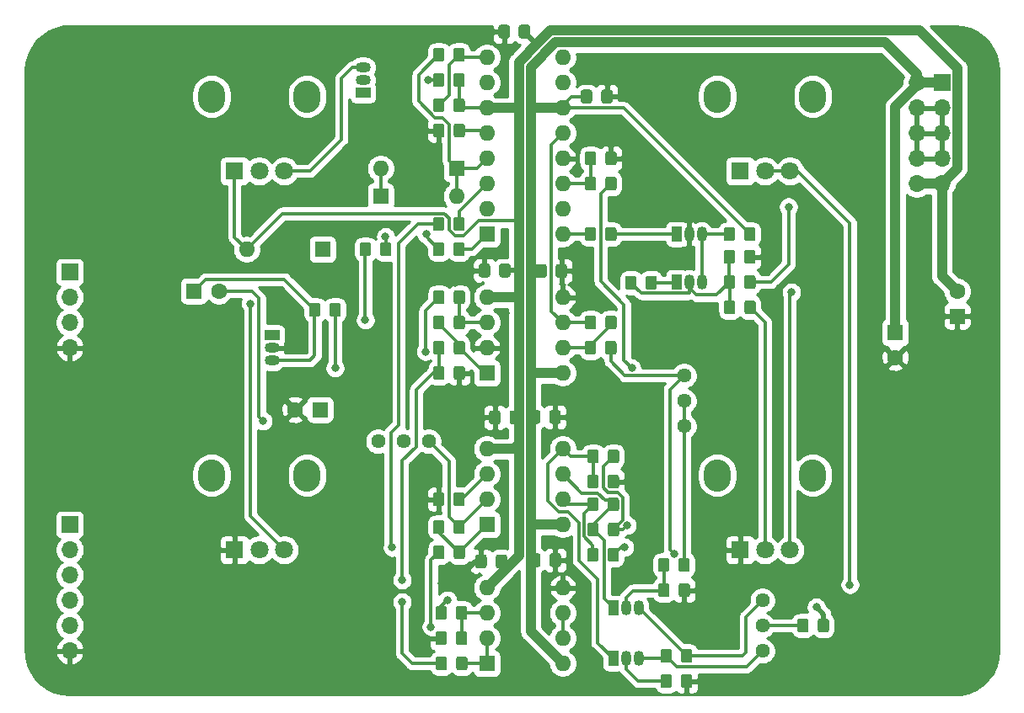
<source format=gbr>
G04 #@! TF.GenerationSoftware,KiCad,Pcbnew,5.1.6-c6e7f7d~86~ubuntu18.04.1*
G04 #@! TF.CreationDate,2020-06-22T07:49:52-04:00*
G04 #@! TF.ProjectId,modulation_source,6d6f6475-6c61-4746-996f-6e5f736f7572,rev?*
G04 #@! TF.SameCoordinates,Original*
G04 #@! TF.FileFunction,Copper,L2,Bot*
G04 #@! TF.FilePolarity,Positive*
%FSLAX46Y46*%
G04 Gerber Fmt 4.6, Leading zero omitted, Abs format (unit mm)*
G04 Created by KiCad (PCBNEW 5.1.6-c6e7f7d~86~ubuntu18.04.1) date 2020-06-22 07:49:52*
%MOMM*%
%LPD*%
G01*
G04 APERTURE LIST*
G04 #@! TA.AperFunction,ComponentPad*
%ADD10C,1.600000*%
G04 #@! TD*
G04 #@! TA.AperFunction,ComponentPad*
%ADD11R,1.600000X1.600000*%
G04 #@! TD*
G04 #@! TA.AperFunction,ComponentPad*
%ADD12O,2.720000X3.240000*%
G04 #@! TD*
G04 #@! TA.AperFunction,ComponentPad*
%ADD13C,1.800000*%
G04 #@! TD*
G04 #@! TA.AperFunction,ComponentPad*
%ADD14R,1.800000X1.800000*%
G04 #@! TD*
G04 #@! TA.AperFunction,ComponentPad*
%ADD15O,1.700000X1.700000*%
G04 #@! TD*
G04 #@! TA.AperFunction,ComponentPad*
%ADD16R,1.700000X1.700000*%
G04 #@! TD*
G04 #@! TA.AperFunction,ComponentPad*
%ADD17O,1.600000X1.600000*%
G04 #@! TD*
G04 #@! TA.AperFunction,ComponentPad*
%ADD18C,1.440000*%
G04 #@! TD*
G04 #@! TA.AperFunction,ComponentPad*
%ADD19R,1.050000X1.500000*%
G04 #@! TD*
G04 #@! TA.AperFunction,ComponentPad*
%ADD20O,1.050000X1.500000*%
G04 #@! TD*
G04 #@! TA.AperFunction,ComponentPad*
%ADD21R,1.500000X1.050000*%
G04 #@! TD*
G04 #@! TA.AperFunction,ComponentPad*
%ADD22O,1.500000X1.050000*%
G04 #@! TD*
G04 #@! TA.AperFunction,ViaPad*
%ADD23C,0.800000*%
G04 #@! TD*
G04 #@! TA.AperFunction,Conductor*
%ADD24C,0.300000*%
G04 #@! TD*
G04 #@! TA.AperFunction,Conductor*
%ADD25C,0.500000*%
G04 #@! TD*
G04 #@! TA.AperFunction,Conductor*
%ADD26C,1.000000*%
G04 #@! TD*
G04 #@! TA.AperFunction,Conductor*
%ADD27C,0.254000*%
G04 #@! TD*
G04 APERTURE END LIST*
G04 #@! TA.AperFunction,SMDPad,CuDef*
G36*
G01*
X164525000Y-77729501D02*
X164525000Y-76829499D01*
G75*
G02*
X164774999Y-76579500I249999J0D01*
G01*
X165425001Y-76579500D01*
G75*
G02*
X165675000Y-76829499I0J-249999D01*
G01*
X165675000Y-77729501D01*
G75*
G02*
X165425001Y-77979500I-249999J0D01*
G01*
X164774999Y-77979500D01*
G75*
G02*
X164525000Y-77729501I0J249999D01*
G01*
G37*
G04 #@! TD.AperFunction*
G04 #@! TA.AperFunction,SMDPad,CuDef*
G36*
G01*
X162475000Y-77729501D02*
X162475000Y-76829499D01*
G75*
G02*
X162724999Y-76579500I249999J0D01*
G01*
X163375001Y-76579500D01*
G75*
G02*
X163625000Y-76829499I0J-249999D01*
G01*
X163625000Y-77729501D01*
G75*
G02*
X163375001Y-77979500I-249999J0D01*
G01*
X162724999Y-77979500D01*
G75*
G02*
X162475000Y-77729501I0J249999D01*
G01*
G37*
G04 #@! TD.AperFunction*
D10*
X195834000Y-78145000D03*
D11*
X195834000Y-80645000D03*
D10*
X189611000Y-84796000D03*
D11*
X189611000Y-82296000D03*
D10*
X129326000Y-90043000D03*
D11*
X131826000Y-90043000D03*
D10*
X121666000Y-78105000D03*
D11*
X119166000Y-78105000D03*
D12*
X171730000Y-58540000D03*
X181330000Y-58540000D03*
D13*
X179030000Y-66040000D03*
X176530000Y-66040000D03*
D14*
X174030000Y-66040000D03*
D12*
X120930000Y-96640000D03*
X130530000Y-96640000D03*
D13*
X128230000Y-104140000D03*
X125730000Y-104140000D03*
D14*
X123230000Y-104140000D03*
D12*
X171730000Y-96640000D03*
X181330000Y-96640000D03*
D13*
X179030000Y-104140000D03*
X176530000Y-104140000D03*
D14*
X174030000Y-104140000D03*
D12*
X120930000Y-58540000D03*
X130530000Y-58540000D03*
D13*
X128230000Y-66040000D03*
X125730000Y-66040000D03*
D14*
X123230000Y-66040000D03*
D15*
X106680000Y-114300000D03*
X106680000Y-111760000D03*
X106680000Y-109220000D03*
X106680000Y-106680000D03*
X106680000Y-104140000D03*
D16*
X106680000Y-101600000D03*
D15*
X106680000Y-83820000D03*
X106680000Y-81280000D03*
X106680000Y-78740000D03*
D16*
X106680000Y-76200000D03*
D17*
X156210000Y-101600000D03*
X148590000Y-93980000D03*
X156210000Y-99060000D03*
X148590000Y-96520000D03*
X156210000Y-96520000D03*
X148590000Y-99060000D03*
X156210000Y-93980000D03*
D11*
X148590000Y-101600000D03*
D17*
X156210000Y-86360000D03*
X148590000Y-78740000D03*
X156210000Y-83820000D03*
X148590000Y-81280000D03*
X156210000Y-81280000D03*
X148590000Y-83820000D03*
X156210000Y-78740000D03*
D11*
X148590000Y-86360000D03*
D17*
X156210000Y-115570000D03*
X148590000Y-107950000D03*
X156210000Y-113030000D03*
X148590000Y-110490000D03*
X156210000Y-110490000D03*
X148590000Y-113030000D03*
X156210000Y-107950000D03*
D11*
X148590000Y-115570000D03*
D17*
X156210000Y-72390000D03*
X148590000Y-54610000D03*
X156210000Y-69850000D03*
X148590000Y-57150000D03*
X156210000Y-67310000D03*
X148590000Y-59690000D03*
X156210000Y-64770000D03*
X148590000Y-62230000D03*
X156210000Y-62230000D03*
X148590000Y-64770000D03*
X156210000Y-59690000D03*
X148590000Y-67310000D03*
X156210000Y-57150000D03*
X148590000Y-69850000D03*
X156210000Y-54610000D03*
D11*
X148590000Y-72390000D03*
D18*
X137668000Y-93218000D03*
X140208000Y-93218000D03*
X142748000Y-93218000D03*
X176276000Y-109220000D03*
X176276000Y-111760000D03*
X176276000Y-114300000D03*
X168402000Y-86614000D03*
X168402000Y-89154000D03*
X168402000Y-91694000D03*
G04 #@! TA.AperFunction,SMDPad,CuDef*
G36*
G01*
X144575000Y-110039999D02*
X144575000Y-110940001D01*
G75*
G02*
X144325001Y-111190000I-249999J0D01*
G01*
X143674999Y-111190000D01*
G75*
G02*
X143425000Y-110940001I0J249999D01*
G01*
X143425000Y-110039999D01*
G75*
G02*
X143674999Y-109790000I249999J0D01*
G01*
X144325001Y-109790000D01*
G75*
G02*
X144575000Y-110039999I0J-249999D01*
G01*
G37*
G04 #@! TD.AperFunction*
G04 #@! TA.AperFunction,SMDPad,CuDef*
G36*
G01*
X146625000Y-110039999D02*
X146625000Y-110940001D01*
G75*
G02*
X146375001Y-111190000I-249999J0D01*
G01*
X145724999Y-111190000D01*
G75*
G02*
X145475000Y-110940001I0J249999D01*
G01*
X145475000Y-110039999D01*
G75*
G02*
X145724999Y-109790000I249999J0D01*
G01*
X146375001Y-109790000D01*
G75*
G02*
X146625000Y-110039999I0J-249999D01*
G01*
G37*
G04 #@! TD.AperFunction*
G04 #@! TA.AperFunction,SMDPad,CuDef*
G36*
G01*
X145239000Y-104844001D02*
X145239000Y-103943999D01*
G75*
G02*
X145488999Y-103694000I249999J0D01*
G01*
X146139001Y-103694000D01*
G75*
G02*
X146389000Y-103943999I0J-249999D01*
G01*
X146389000Y-104844001D01*
G75*
G02*
X146139001Y-105094000I-249999J0D01*
G01*
X145488999Y-105094000D01*
G75*
G02*
X145239000Y-104844001I0J249999D01*
G01*
G37*
G04 #@! TD.AperFunction*
G04 #@! TA.AperFunction,SMDPad,CuDef*
G36*
G01*
X143189000Y-104844001D02*
X143189000Y-103943999D01*
G75*
G02*
X143438999Y-103694000I249999J0D01*
G01*
X144089001Y-103694000D01*
G75*
G02*
X144339000Y-103943999I0J-249999D01*
G01*
X144339000Y-104844001D01*
G75*
G02*
X144089001Y-105094000I-249999J0D01*
G01*
X143438999Y-105094000D01*
G75*
G02*
X143189000Y-104844001I0J249999D01*
G01*
G37*
G04 #@! TD.AperFunction*
G04 #@! TA.AperFunction,SMDPad,CuDef*
G36*
G01*
X159815000Y-104197999D02*
X159815000Y-105098001D01*
G75*
G02*
X159565001Y-105348000I-249999J0D01*
G01*
X158914999Y-105348000D01*
G75*
G02*
X158665000Y-105098001I0J249999D01*
G01*
X158665000Y-104197999D01*
G75*
G02*
X158914999Y-103948000I249999J0D01*
G01*
X159565001Y-103948000D01*
G75*
G02*
X159815000Y-104197999I0J-249999D01*
G01*
G37*
G04 #@! TD.AperFunction*
G04 #@! TA.AperFunction,SMDPad,CuDef*
G36*
G01*
X161865000Y-104197999D02*
X161865000Y-105098001D01*
G75*
G02*
X161615001Y-105348000I-249999J0D01*
G01*
X160964999Y-105348000D01*
G75*
G02*
X160715000Y-105098001I0J249999D01*
G01*
X160715000Y-104197999D01*
G75*
G02*
X160964999Y-103948000I249999J0D01*
G01*
X161615001Y-103948000D01*
G75*
G02*
X161865000Y-104197999I0J-249999D01*
G01*
G37*
G04 #@! TD.AperFunction*
G04 #@! TA.AperFunction,SMDPad,CuDef*
G36*
G01*
X145221000Y-102304001D02*
X145221000Y-101403999D01*
G75*
G02*
X145470999Y-101154000I249999J0D01*
G01*
X146121001Y-101154000D01*
G75*
G02*
X146371000Y-101403999I0J-249999D01*
G01*
X146371000Y-102304001D01*
G75*
G02*
X146121001Y-102554000I-249999J0D01*
G01*
X145470999Y-102554000D01*
G75*
G02*
X145221000Y-102304001I0J249999D01*
G01*
G37*
G04 #@! TD.AperFunction*
G04 #@! TA.AperFunction,SMDPad,CuDef*
G36*
G01*
X143171000Y-102304001D02*
X143171000Y-101403999D01*
G75*
G02*
X143420999Y-101154000I249999J0D01*
G01*
X144071001Y-101154000D01*
G75*
G02*
X144321000Y-101403999I0J-249999D01*
G01*
X144321000Y-102304001D01*
G75*
G02*
X144071001Y-102554000I-249999J0D01*
G01*
X143420999Y-102554000D01*
G75*
G02*
X143171000Y-102304001I0J249999D01*
G01*
G37*
G04 #@! TD.AperFunction*
G04 #@! TA.AperFunction,SMDPad,CuDef*
G36*
G01*
X160724000Y-100018001D02*
X160724000Y-99117999D01*
G75*
G02*
X160973999Y-98868000I249999J0D01*
G01*
X161624001Y-98868000D01*
G75*
G02*
X161874000Y-99117999I0J-249999D01*
G01*
X161874000Y-100018001D01*
G75*
G02*
X161624001Y-100268000I-249999J0D01*
G01*
X160973999Y-100268000D01*
G75*
G02*
X160724000Y-100018001I0J249999D01*
G01*
G37*
G04 #@! TD.AperFunction*
G04 #@! TA.AperFunction,SMDPad,CuDef*
G36*
G01*
X158674000Y-100018001D02*
X158674000Y-99117999D01*
G75*
G02*
X158923999Y-98868000I249999J0D01*
G01*
X159574001Y-98868000D01*
G75*
G02*
X159824000Y-99117999I0J-249999D01*
G01*
X159824000Y-100018001D01*
G75*
G02*
X159574001Y-100268000I-249999J0D01*
G01*
X158923999Y-100268000D01*
G75*
G02*
X158674000Y-100018001I0J249999D01*
G01*
G37*
G04 #@! TD.AperFunction*
G04 #@! TA.AperFunction,SMDPad,CuDef*
G36*
G01*
X159824000Y-96831999D02*
X159824000Y-97732001D01*
G75*
G02*
X159574001Y-97982000I-249999J0D01*
G01*
X158923999Y-97982000D01*
G75*
G02*
X158674000Y-97732001I0J249999D01*
G01*
X158674000Y-96831999D01*
G75*
G02*
X158923999Y-96582000I249999J0D01*
G01*
X159574001Y-96582000D01*
G75*
G02*
X159824000Y-96831999I0J-249999D01*
G01*
G37*
G04 #@! TD.AperFunction*
G04 #@! TA.AperFunction,SMDPad,CuDef*
G36*
G01*
X161874000Y-96831999D02*
X161874000Y-97732001D01*
G75*
G02*
X161624001Y-97982000I-249999J0D01*
G01*
X160973999Y-97982000D01*
G75*
G02*
X160724000Y-97732001I0J249999D01*
G01*
X160724000Y-96831999D01*
G75*
G02*
X160973999Y-96582000I249999J0D01*
G01*
X161624001Y-96582000D01*
G75*
G02*
X161874000Y-96831999I0J-249999D01*
G01*
G37*
G04 #@! TD.AperFunction*
G04 #@! TA.AperFunction,SMDPad,CuDef*
G36*
G01*
X167181000Y-116897999D02*
X167181000Y-117798001D01*
G75*
G02*
X166931001Y-118048000I-249999J0D01*
G01*
X166280999Y-118048000D01*
G75*
G02*
X166031000Y-117798001I0J249999D01*
G01*
X166031000Y-116897999D01*
G75*
G02*
X166280999Y-116648000I249999J0D01*
G01*
X166931001Y-116648000D01*
G75*
G02*
X167181000Y-116897999I0J-249999D01*
G01*
G37*
G04 #@! TD.AperFunction*
G04 #@! TA.AperFunction,SMDPad,CuDef*
G36*
G01*
X169231000Y-116897999D02*
X169231000Y-117798001D01*
G75*
G02*
X168981001Y-118048000I-249999J0D01*
G01*
X168330999Y-118048000D01*
G75*
G02*
X168081000Y-117798001I0J249999D01*
G01*
X168081000Y-116897999D01*
G75*
G02*
X168330999Y-116648000I249999J0D01*
G01*
X168981001Y-116648000D01*
G75*
G02*
X169231000Y-116897999I0J-249999D01*
G01*
G37*
G04 #@! TD.AperFunction*
G04 #@! TA.AperFunction,SMDPad,CuDef*
G36*
G01*
X145221000Y-99510001D02*
X145221000Y-98609999D01*
G75*
G02*
X145470999Y-98360000I249999J0D01*
G01*
X146121001Y-98360000D01*
G75*
G02*
X146371000Y-98609999I0J-249999D01*
G01*
X146371000Y-99510001D01*
G75*
G02*
X146121001Y-99760000I-249999J0D01*
G01*
X145470999Y-99760000D01*
G75*
G02*
X145221000Y-99510001I0J249999D01*
G01*
G37*
G04 #@! TD.AperFunction*
G04 #@! TA.AperFunction,SMDPad,CuDef*
G36*
G01*
X143171000Y-99510001D02*
X143171000Y-98609999D01*
G75*
G02*
X143420999Y-98360000I249999J0D01*
G01*
X144071001Y-98360000D01*
G75*
G02*
X144321000Y-98609999I0J-249999D01*
G01*
X144321000Y-99510001D01*
G75*
G02*
X144071001Y-99760000I-249999J0D01*
G01*
X143420999Y-99760000D01*
G75*
G02*
X143171000Y-99510001I0J249999D01*
G01*
G37*
G04 #@! TD.AperFunction*
G04 #@! TA.AperFunction,SMDPad,CuDef*
G36*
G01*
X160733000Y-95192001D02*
X160733000Y-94291999D01*
G75*
G02*
X160982999Y-94042000I249999J0D01*
G01*
X161633001Y-94042000D01*
G75*
G02*
X161883000Y-94291999I0J-249999D01*
G01*
X161883000Y-95192001D01*
G75*
G02*
X161633001Y-95442000I-249999J0D01*
G01*
X160982999Y-95442000D01*
G75*
G02*
X160733000Y-95192001I0J249999D01*
G01*
G37*
G04 #@! TD.AperFunction*
G04 #@! TA.AperFunction,SMDPad,CuDef*
G36*
G01*
X158683000Y-95192001D02*
X158683000Y-94291999D01*
G75*
G02*
X158932999Y-94042000I249999J0D01*
G01*
X159583001Y-94042000D01*
G75*
G02*
X159833000Y-94291999I0J-249999D01*
G01*
X159833000Y-95192001D01*
G75*
G02*
X159583001Y-95442000I-249999J0D01*
G01*
X158932999Y-95442000D01*
G75*
G02*
X158683000Y-95192001I0J249999D01*
G01*
G37*
G04 #@! TD.AperFunction*
G04 #@! TA.AperFunction,SMDPad,CuDef*
G36*
G01*
X131875000Y-79559999D02*
X131875000Y-80460001D01*
G75*
G02*
X131625001Y-80710000I-249999J0D01*
G01*
X130974999Y-80710000D01*
G75*
G02*
X130725000Y-80460001I0J249999D01*
G01*
X130725000Y-79559999D01*
G75*
G02*
X130974999Y-79310000I249999J0D01*
G01*
X131625001Y-79310000D01*
G75*
G02*
X131875000Y-79559999I0J-249999D01*
G01*
G37*
G04 #@! TD.AperFunction*
G04 #@! TA.AperFunction,SMDPad,CuDef*
G36*
G01*
X133925000Y-79559999D02*
X133925000Y-80460001D01*
G75*
G02*
X133675001Y-80710000I-249999J0D01*
G01*
X133024999Y-80710000D01*
G75*
G02*
X132775000Y-80460001I0J249999D01*
G01*
X132775000Y-79559999D01*
G75*
G02*
X133024999Y-79310000I249999J0D01*
G01*
X133675001Y-79310000D01*
G75*
G02*
X133925000Y-79559999I0J-249999D01*
G01*
G37*
G04 #@! TD.AperFunction*
G04 #@! TA.AperFunction,SMDPad,CuDef*
G36*
G01*
X180915000Y-111309999D02*
X180915000Y-112210001D01*
G75*
G02*
X180665001Y-112460000I-249999J0D01*
G01*
X180014999Y-112460000D01*
G75*
G02*
X179765000Y-112210001I0J249999D01*
G01*
X179765000Y-111309999D01*
G75*
G02*
X180014999Y-111060000I249999J0D01*
G01*
X180665001Y-111060000D01*
G75*
G02*
X180915000Y-111309999I0J-249999D01*
G01*
G37*
G04 #@! TD.AperFunction*
G04 #@! TA.AperFunction,SMDPad,CuDef*
G36*
G01*
X182965000Y-111309999D02*
X182965000Y-112210001D01*
G75*
G02*
X182715001Y-112460000I-249999J0D01*
G01*
X182064999Y-112460000D01*
G75*
G02*
X181815000Y-112210001I0J249999D01*
G01*
X181815000Y-111309999D01*
G75*
G02*
X182064999Y-111060000I249999J0D01*
G01*
X182715001Y-111060000D01*
G75*
G02*
X182965000Y-111309999I0J-249999D01*
G01*
G37*
G04 #@! TD.AperFunction*
G04 #@! TA.AperFunction,SMDPad,CuDef*
G36*
G01*
X167181000Y-114357999D02*
X167181000Y-115258001D01*
G75*
G02*
X166931001Y-115508000I-249999J0D01*
G01*
X166280999Y-115508000D01*
G75*
G02*
X166031000Y-115258001I0J249999D01*
G01*
X166031000Y-114357999D01*
G75*
G02*
X166280999Y-114108000I249999J0D01*
G01*
X166931001Y-114108000D01*
G75*
G02*
X167181000Y-114357999I0J-249999D01*
G01*
G37*
G04 #@! TD.AperFunction*
G04 #@! TA.AperFunction,SMDPad,CuDef*
G36*
G01*
X169231000Y-114357999D02*
X169231000Y-115258001D01*
G75*
G02*
X168981001Y-115508000I-249999J0D01*
G01*
X168330999Y-115508000D01*
G75*
G02*
X168081000Y-115258001I0J249999D01*
G01*
X168081000Y-114357999D01*
G75*
G02*
X168330999Y-114108000I249999J0D01*
G01*
X168981001Y-114108000D01*
G75*
G02*
X169231000Y-114357999I0J-249999D01*
G01*
G37*
G04 #@! TD.AperFunction*
G04 #@! TA.AperFunction,SMDPad,CuDef*
G36*
G01*
X160733000Y-102558001D02*
X160733000Y-101657999D01*
G75*
G02*
X160982999Y-101408000I249999J0D01*
G01*
X161633001Y-101408000D01*
G75*
G02*
X161883000Y-101657999I0J-249999D01*
G01*
X161883000Y-102558001D01*
G75*
G02*
X161633001Y-102808000I-249999J0D01*
G01*
X160982999Y-102808000D01*
G75*
G02*
X160733000Y-102558001I0J249999D01*
G01*
G37*
G04 #@! TD.AperFunction*
G04 #@! TA.AperFunction,SMDPad,CuDef*
G36*
G01*
X158683000Y-102558001D02*
X158683000Y-101657999D01*
G75*
G02*
X158932999Y-101408000I249999J0D01*
G01*
X159583001Y-101408000D01*
G75*
G02*
X159833000Y-101657999I0J-249999D01*
G01*
X159833000Y-102558001D01*
G75*
G02*
X159583001Y-102808000I-249999J0D01*
G01*
X158932999Y-102808000D01*
G75*
G02*
X158683000Y-102558001I0J249999D01*
G01*
G37*
G04 #@! TD.AperFunction*
G04 #@! TA.AperFunction,SMDPad,CuDef*
G36*
G01*
X166945000Y-107753999D02*
X166945000Y-108654001D01*
G75*
G02*
X166695001Y-108904000I-249999J0D01*
G01*
X166044999Y-108904000D01*
G75*
G02*
X165795000Y-108654001I0J249999D01*
G01*
X165795000Y-107753999D01*
G75*
G02*
X166044999Y-107504000I249999J0D01*
G01*
X166695001Y-107504000D01*
G75*
G02*
X166945000Y-107753999I0J-249999D01*
G01*
G37*
G04 #@! TD.AperFunction*
G04 #@! TA.AperFunction,SMDPad,CuDef*
G36*
G01*
X168995000Y-107753999D02*
X168995000Y-108654001D01*
G75*
G02*
X168745001Y-108904000I-249999J0D01*
G01*
X168094999Y-108904000D01*
G75*
G02*
X167845000Y-108654001I0J249999D01*
G01*
X167845000Y-107753999D01*
G75*
G02*
X168094999Y-107504000I249999J0D01*
G01*
X168745001Y-107504000D01*
G75*
G02*
X168995000Y-107753999I0J-249999D01*
G01*
G37*
G04 #@! TD.AperFunction*
G04 #@! TA.AperFunction,SMDPad,CuDef*
G36*
G01*
X166927000Y-105213999D02*
X166927000Y-106114001D01*
G75*
G02*
X166677001Y-106364000I-249999J0D01*
G01*
X166026999Y-106364000D01*
G75*
G02*
X165777000Y-106114001I0J249999D01*
G01*
X165777000Y-105213999D01*
G75*
G02*
X166026999Y-104964000I249999J0D01*
G01*
X166677001Y-104964000D01*
G75*
G02*
X166927000Y-105213999I0J-249999D01*
G01*
G37*
G04 #@! TD.AperFunction*
G04 #@! TA.AperFunction,SMDPad,CuDef*
G36*
G01*
X168977000Y-105213999D02*
X168977000Y-106114001D01*
G75*
G02*
X168727001Y-106364000I-249999J0D01*
G01*
X168076999Y-106364000D01*
G75*
G02*
X167827000Y-106114001I0J249999D01*
G01*
X167827000Y-105213999D01*
G75*
G02*
X168076999Y-104964000I249999J0D01*
G01*
X168727001Y-104964000D01*
G75*
G02*
X168977000Y-105213999I0J-249999D01*
G01*
G37*
G04 #@! TD.AperFunction*
G04 #@! TA.AperFunction,SMDPad,CuDef*
G36*
G01*
X145493000Y-116020001D02*
X145493000Y-115119999D01*
G75*
G02*
X145742999Y-114870000I249999J0D01*
G01*
X146393001Y-114870000D01*
G75*
G02*
X146643000Y-115119999I0J-249999D01*
G01*
X146643000Y-116020001D01*
G75*
G02*
X146393001Y-116270000I-249999J0D01*
G01*
X145742999Y-116270000D01*
G75*
G02*
X145493000Y-116020001I0J249999D01*
G01*
G37*
G04 #@! TD.AperFunction*
G04 #@! TA.AperFunction,SMDPad,CuDef*
G36*
G01*
X143443000Y-116020001D02*
X143443000Y-115119999D01*
G75*
G02*
X143692999Y-114870000I249999J0D01*
G01*
X144343001Y-114870000D01*
G75*
G02*
X144593000Y-115119999I0J-249999D01*
G01*
X144593000Y-116020001D01*
G75*
G02*
X144343001Y-116270000I-249999J0D01*
G01*
X143692999Y-116270000D01*
G75*
G02*
X143443000Y-116020001I0J249999D01*
G01*
G37*
G04 #@! TD.AperFunction*
G04 #@! TA.AperFunction,SMDPad,CuDef*
G36*
G01*
X144330000Y-58985999D02*
X144330000Y-59886001D01*
G75*
G02*
X144080001Y-60136000I-249999J0D01*
G01*
X143429999Y-60136000D01*
G75*
G02*
X143180000Y-59886001I0J249999D01*
G01*
X143180000Y-58985999D01*
G75*
G02*
X143429999Y-58736000I249999J0D01*
G01*
X144080001Y-58736000D01*
G75*
G02*
X144330000Y-58985999I0J-249999D01*
G01*
G37*
G04 #@! TD.AperFunction*
G04 #@! TA.AperFunction,SMDPad,CuDef*
G36*
G01*
X146380000Y-58985999D02*
X146380000Y-59886001D01*
G75*
G02*
X146130001Y-60136000I-249999J0D01*
G01*
X145479999Y-60136000D01*
G75*
G02*
X145230000Y-59886001I0J249999D01*
G01*
X145230000Y-58985999D01*
G75*
G02*
X145479999Y-58736000I249999J0D01*
G01*
X146130001Y-58736000D01*
G75*
G02*
X146380000Y-58985999I0J-249999D01*
G01*
G37*
G04 #@! TD.AperFunction*
G04 #@! TA.AperFunction,SMDPad,CuDef*
G36*
G01*
X159570000Y-83369999D02*
X159570000Y-84270001D01*
G75*
G02*
X159320001Y-84520000I-249999J0D01*
G01*
X158669999Y-84520000D01*
G75*
G02*
X158420000Y-84270001I0J249999D01*
G01*
X158420000Y-83369999D01*
G75*
G02*
X158669999Y-83120000I249999J0D01*
G01*
X159320001Y-83120000D01*
G75*
G02*
X159570000Y-83369999I0J-249999D01*
G01*
G37*
G04 #@! TD.AperFunction*
G04 #@! TA.AperFunction,SMDPad,CuDef*
G36*
G01*
X161620000Y-83369999D02*
X161620000Y-84270001D01*
G75*
G02*
X161370001Y-84520000I-249999J0D01*
G01*
X160719999Y-84520000D01*
G75*
G02*
X160470000Y-84270001I0J249999D01*
G01*
X160470000Y-83369999D01*
G75*
G02*
X160719999Y-83120000I249999J0D01*
G01*
X161370001Y-83120000D01*
G75*
G02*
X161620000Y-83369999I0J-249999D01*
G01*
G37*
G04 #@! TD.AperFunction*
G04 #@! TA.AperFunction,SMDPad,CuDef*
G36*
G01*
X144321000Y-56445999D02*
X144321000Y-57346001D01*
G75*
G02*
X144071001Y-57596000I-249999J0D01*
G01*
X143420999Y-57596000D01*
G75*
G02*
X143171000Y-57346001I0J249999D01*
G01*
X143171000Y-56445999D01*
G75*
G02*
X143420999Y-56196000I249999J0D01*
G01*
X144071001Y-56196000D01*
G75*
G02*
X144321000Y-56445999I0J-249999D01*
G01*
G37*
G04 #@! TD.AperFunction*
G04 #@! TA.AperFunction,SMDPad,CuDef*
G36*
G01*
X146371000Y-56445999D02*
X146371000Y-57346001D01*
G75*
G02*
X146121001Y-57596000I-249999J0D01*
G01*
X145470999Y-57596000D01*
G75*
G02*
X145221000Y-57346001I0J249999D01*
G01*
X145221000Y-56445999D01*
G75*
G02*
X145470999Y-56196000I249999J0D01*
G01*
X146121001Y-56196000D01*
G75*
G02*
X146371000Y-56445999I0J-249999D01*
G01*
G37*
G04 #@! TD.AperFunction*
G04 #@! TA.AperFunction,SMDPad,CuDef*
G36*
G01*
X159570000Y-71939999D02*
X159570000Y-72840001D01*
G75*
G02*
X159320001Y-73090000I-249999J0D01*
G01*
X158669999Y-73090000D01*
G75*
G02*
X158420000Y-72840001I0J249999D01*
G01*
X158420000Y-71939999D01*
G75*
G02*
X158669999Y-71690000I249999J0D01*
G01*
X159320001Y-71690000D01*
G75*
G02*
X159570000Y-71939999I0J-249999D01*
G01*
G37*
G04 #@! TD.AperFunction*
G04 #@! TA.AperFunction,SMDPad,CuDef*
G36*
G01*
X161620000Y-71939999D02*
X161620000Y-72840001D01*
G75*
G02*
X161370001Y-73090000I-249999J0D01*
G01*
X160719999Y-73090000D01*
G75*
G02*
X160470000Y-72840001I0J249999D01*
G01*
X160470000Y-71939999D01*
G75*
G02*
X160719999Y-71690000I249999J0D01*
G01*
X161370001Y-71690000D01*
G75*
G02*
X161620000Y-71939999I0J-249999D01*
G01*
G37*
G04 #@! TD.AperFunction*
G04 #@! TA.AperFunction,SMDPad,CuDef*
G36*
G01*
X173531000Y-71939999D02*
X173531000Y-72840001D01*
G75*
G02*
X173281001Y-73090000I-249999J0D01*
G01*
X172630999Y-73090000D01*
G75*
G02*
X172381000Y-72840001I0J249999D01*
G01*
X172381000Y-71939999D01*
G75*
G02*
X172630999Y-71690000I249999J0D01*
G01*
X173281001Y-71690000D01*
G75*
G02*
X173531000Y-71939999I0J-249999D01*
G01*
G37*
G04 #@! TD.AperFunction*
G04 #@! TA.AperFunction,SMDPad,CuDef*
G36*
G01*
X175581000Y-71939999D02*
X175581000Y-72840001D01*
G75*
G02*
X175331001Y-73090000I-249999J0D01*
G01*
X174680999Y-73090000D01*
G75*
G02*
X174431000Y-72840001I0J249999D01*
G01*
X174431000Y-71939999D01*
G75*
G02*
X174680999Y-71690000I249999J0D01*
G01*
X175331001Y-71690000D01*
G75*
G02*
X175581000Y-71939999I0J-249999D01*
G01*
G37*
G04 #@! TD.AperFunction*
G04 #@! TA.AperFunction,SMDPad,CuDef*
G36*
G01*
X144321000Y-73463999D02*
X144321000Y-74364001D01*
G75*
G02*
X144071001Y-74614000I-249999J0D01*
G01*
X143420999Y-74614000D01*
G75*
G02*
X143171000Y-74364001I0J249999D01*
G01*
X143171000Y-73463999D01*
G75*
G02*
X143420999Y-73214000I249999J0D01*
G01*
X144071001Y-73214000D01*
G75*
G02*
X144321000Y-73463999I0J-249999D01*
G01*
G37*
G04 #@! TD.AperFunction*
G04 #@! TA.AperFunction,SMDPad,CuDef*
G36*
G01*
X146371000Y-73463999D02*
X146371000Y-74364001D01*
G75*
G02*
X146121001Y-74614000I-249999J0D01*
G01*
X145470999Y-74614000D01*
G75*
G02*
X145221000Y-74364001I0J249999D01*
G01*
X145221000Y-73463999D01*
G75*
G02*
X145470999Y-73214000I249999J0D01*
G01*
X146121001Y-73214000D01*
G75*
G02*
X146371000Y-73463999I0J-249999D01*
G01*
G37*
G04 #@! TD.AperFunction*
G04 #@! TA.AperFunction,SMDPad,CuDef*
G36*
G01*
X144321000Y-53905999D02*
X144321000Y-54806001D01*
G75*
G02*
X144071001Y-55056000I-249999J0D01*
G01*
X143420999Y-55056000D01*
G75*
G02*
X143171000Y-54806001I0J249999D01*
G01*
X143171000Y-53905999D01*
G75*
G02*
X143420999Y-53656000I249999J0D01*
G01*
X144071001Y-53656000D01*
G75*
G02*
X144321000Y-53905999I0J-249999D01*
G01*
G37*
G04 #@! TD.AperFunction*
G04 #@! TA.AperFunction,SMDPad,CuDef*
G36*
G01*
X146371000Y-53905999D02*
X146371000Y-54806001D01*
G75*
G02*
X146121001Y-55056000I-249999J0D01*
G01*
X145470999Y-55056000D01*
G75*
G02*
X145221000Y-54806001I0J249999D01*
G01*
X145221000Y-53905999D01*
G75*
G02*
X145470999Y-53656000I249999J0D01*
G01*
X146121001Y-53656000D01*
G75*
G02*
X146371000Y-53905999I0J-249999D01*
G01*
G37*
G04 #@! TD.AperFunction*
G04 #@! TA.AperFunction,SMDPad,CuDef*
G36*
G01*
X160479000Y-65220001D02*
X160479000Y-64319999D01*
G75*
G02*
X160728999Y-64070000I249999J0D01*
G01*
X161379001Y-64070000D01*
G75*
G02*
X161629000Y-64319999I0J-249999D01*
G01*
X161629000Y-65220001D01*
G75*
G02*
X161379001Y-65470000I-249999J0D01*
G01*
X160728999Y-65470000D01*
G75*
G02*
X160479000Y-65220001I0J249999D01*
G01*
G37*
G04 #@! TD.AperFunction*
G04 #@! TA.AperFunction,SMDPad,CuDef*
G36*
G01*
X158429000Y-65220001D02*
X158429000Y-64319999D01*
G75*
G02*
X158678999Y-64070000I249999J0D01*
G01*
X159329001Y-64070000D01*
G75*
G02*
X159579000Y-64319999I0J-249999D01*
G01*
X159579000Y-65220001D01*
G75*
G02*
X159329001Y-65470000I-249999J0D01*
G01*
X158678999Y-65470000D01*
G75*
G02*
X158429000Y-65220001I0J249999D01*
G01*
G37*
G04 #@! TD.AperFunction*
G04 #@! TA.AperFunction,SMDPad,CuDef*
G36*
G01*
X145239000Y-86810001D02*
X145239000Y-85909999D01*
G75*
G02*
X145488999Y-85660000I249999J0D01*
G01*
X146139001Y-85660000D01*
G75*
G02*
X146389000Y-85909999I0J-249999D01*
G01*
X146389000Y-86810001D01*
G75*
G02*
X146139001Y-87060000I-249999J0D01*
G01*
X145488999Y-87060000D01*
G75*
G02*
X145239000Y-86810001I0J249999D01*
G01*
G37*
G04 #@! TD.AperFunction*
G04 #@! TA.AperFunction,SMDPad,CuDef*
G36*
G01*
X143189000Y-86810001D02*
X143189000Y-85909999D01*
G75*
G02*
X143438999Y-85660000I249999J0D01*
G01*
X144089001Y-85660000D01*
G75*
G02*
X144339000Y-85909999I0J-249999D01*
G01*
X144339000Y-86810001D01*
G75*
G02*
X144089001Y-87060000I-249999J0D01*
G01*
X143438999Y-87060000D01*
G75*
G02*
X143189000Y-86810001I0J249999D01*
G01*
G37*
G04 #@! TD.AperFunction*
G04 #@! TA.AperFunction,SMDPad,CuDef*
G36*
G01*
X174431000Y-75126001D02*
X174431000Y-74225999D01*
G75*
G02*
X174680999Y-73976000I249999J0D01*
G01*
X175331001Y-73976000D01*
G75*
G02*
X175581000Y-74225999I0J-249999D01*
G01*
X175581000Y-75126001D01*
G75*
G02*
X175331001Y-75376000I-249999J0D01*
G01*
X174680999Y-75376000D01*
G75*
G02*
X174431000Y-75126001I0J249999D01*
G01*
G37*
G04 #@! TD.AperFunction*
G04 #@! TA.AperFunction,SMDPad,CuDef*
G36*
G01*
X172381000Y-75126001D02*
X172381000Y-74225999D01*
G75*
G02*
X172630999Y-73976000I249999J0D01*
G01*
X173281001Y-73976000D01*
G75*
G02*
X173531000Y-74225999I0J-249999D01*
G01*
X173531000Y-75126001D01*
G75*
G02*
X173281001Y-75376000I-249999J0D01*
G01*
X172630999Y-75376000D01*
G75*
G02*
X172381000Y-75126001I0J249999D01*
G01*
G37*
G04 #@! TD.AperFunction*
G04 #@! TA.AperFunction,SMDPad,CuDef*
G36*
G01*
X160479000Y-67760001D02*
X160479000Y-66859999D01*
G75*
G02*
X160728999Y-66610000I249999J0D01*
G01*
X161379001Y-66610000D01*
G75*
G02*
X161629000Y-66859999I0J-249999D01*
G01*
X161629000Y-67760001D01*
G75*
G02*
X161379001Y-68010000I-249999J0D01*
G01*
X160728999Y-68010000D01*
G75*
G02*
X160479000Y-67760001I0J249999D01*
G01*
G37*
G04 #@! TD.AperFunction*
G04 #@! TA.AperFunction,SMDPad,CuDef*
G36*
G01*
X158429000Y-67760001D02*
X158429000Y-66859999D01*
G75*
G02*
X158678999Y-66610000I249999J0D01*
G01*
X159329001Y-66610000D01*
G75*
G02*
X159579000Y-66859999I0J-249999D01*
G01*
X159579000Y-67760001D01*
G75*
G02*
X159329001Y-68010000I-249999J0D01*
G01*
X158678999Y-68010000D01*
G75*
G02*
X158429000Y-67760001I0J249999D01*
G01*
G37*
G04 #@! TD.AperFunction*
G04 #@! TA.AperFunction,SMDPad,CuDef*
G36*
G01*
X145239000Y-84270001D02*
X145239000Y-83369999D01*
G75*
G02*
X145488999Y-83120000I249999J0D01*
G01*
X146139001Y-83120000D01*
G75*
G02*
X146389000Y-83369999I0J-249999D01*
G01*
X146389000Y-84270001D01*
G75*
G02*
X146139001Y-84520000I-249999J0D01*
G01*
X145488999Y-84520000D01*
G75*
G02*
X145239000Y-84270001I0J249999D01*
G01*
G37*
G04 #@! TD.AperFunction*
G04 #@! TA.AperFunction,SMDPad,CuDef*
G36*
G01*
X143189000Y-84270001D02*
X143189000Y-83369999D01*
G75*
G02*
X143438999Y-83120000I249999J0D01*
G01*
X144089001Y-83120000D01*
G75*
G02*
X144339000Y-83369999I0J-249999D01*
G01*
X144339000Y-84270001D01*
G75*
G02*
X144089001Y-84520000I-249999J0D01*
G01*
X143438999Y-84520000D01*
G75*
G02*
X143189000Y-84270001I0J249999D01*
G01*
G37*
G04 #@! TD.AperFunction*
G04 #@! TA.AperFunction,SMDPad,CuDef*
G36*
G01*
X174449000Y-80206001D02*
X174449000Y-79305999D01*
G75*
G02*
X174698999Y-79056000I249999J0D01*
G01*
X175349001Y-79056000D01*
G75*
G02*
X175599000Y-79305999I0J-249999D01*
G01*
X175599000Y-80206001D01*
G75*
G02*
X175349001Y-80456000I-249999J0D01*
G01*
X174698999Y-80456000D01*
G75*
G02*
X174449000Y-80206001I0J249999D01*
G01*
G37*
G04 #@! TD.AperFunction*
G04 #@! TA.AperFunction,SMDPad,CuDef*
G36*
G01*
X172399000Y-80206001D02*
X172399000Y-79305999D01*
G75*
G02*
X172648999Y-79056000I249999J0D01*
G01*
X173299001Y-79056000D01*
G75*
G02*
X173549000Y-79305999I0J-249999D01*
G01*
X173549000Y-80206001D01*
G75*
G02*
X173299001Y-80456000I-249999J0D01*
G01*
X172648999Y-80456000D01*
G75*
G02*
X172399000Y-80206001I0J249999D01*
G01*
G37*
G04 #@! TD.AperFunction*
G04 #@! TA.AperFunction,SMDPad,CuDef*
G36*
G01*
X174440000Y-77666001D02*
X174440000Y-76765999D01*
G75*
G02*
X174689999Y-76516000I249999J0D01*
G01*
X175340001Y-76516000D01*
G75*
G02*
X175590000Y-76765999I0J-249999D01*
G01*
X175590000Y-77666001D01*
G75*
G02*
X175340001Y-77916000I-249999J0D01*
G01*
X174689999Y-77916000D01*
G75*
G02*
X174440000Y-77666001I0J249999D01*
G01*
G37*
G04 #@! TD.AperFunction*
G04 #@! TA.AperFunction,SMDPad,CuDef*
G36*
G01*
X172390000Y-77666001D02*
X172390000Y-76765999D01*
G75*
G02*
X172639999Y-76516000I249999J0D01*
G01*
X173290001Y-76516000D01*
G75*
G02*
X173540000Y-76765999I0J-249999D01*
G01*
X173540000Y-77666001D01*
G75*
G02*
X173290001Y-77916000I-249999J0D01*
G01*
X172639999Y-77916000D01*
G75*
G02*
X172390000Y-77666001I0J249999D01*
G01*
G37*
G04 #@! TD.AperFunction*
G04 #@! TA.AperFunction,SMDPad,CuDef*
G36*
G01*
X144321000Y-70923999D02*
X144321000Y-71824001D01*
G75*
G02*
X144071001Y-72074000I-249999J0D01*
G01*
X143420999Y-72074000D01*
G75*
G02*
X143171000Y-71824001I0J249999D01*
G01*
X143171000Y-70923999D01*
G75*
G02*
X143420999Y-70674000I249999J0D01*
G01*
X144071001Y-70674000D01*
G75*
G02*
X144321000Y-70923999I0J-249999D01*
G01*
G37*
G04 #@! TD.AperFunction*
G04 #@! TA.AperFunction,SMDPad,CuDef*
G36*
G01*
X146371000Y-70923999D02*
X146371000Y-71824001D01*
G75*
G02*
X146121001Y-72074000I-249999J0D01*
G01*
X145470999Y-72074000D01*
G75*
G02*
X145221000Y-71824001I0J249999D01*
G01*
X145221000Y-70923999D01*
G75*
G02*
X145470999Y-70674000I249999J0D01*
G01*
X146121001Y-70674000D01*
G75*
G02*
X146371000Y-70923999I0J-249999D01*
G01*
G37*
G04 #@! TD.AperFunction*
G04 #@! TA.AperFunction,SMDPad,CuDef*
G36*
G01*
X145239000Y-81730001D02*
X145239000Y-80829999D01*
G75*
G02*
X145488999Y-80580000I249999J0D01*
G01*
X146139001Y-80580000D01*
G75*
G02*
X146389000Y-80829999I0J-249999D01*
G01*
X146389000Y-81730001D01*
G75*
G02*
X146139001Y-81980000I-249999J0D01*
G01*
X145488999Y-81980000D01*
G75*
G02*
X145239000Y-81730001I0J249999D01*
G01*
G37*
G04 #@! TD.AperFunction*
G04 #@! TA.AperFunction,SMDPad,CuDef*
G36*
G01*
X143189000Y-81730001D02*
X143189000Y-80829999D01*
G75*
G02*
X143438999Y-80580000I249999J0D01*
G01*
X144089001Y-80580000D01*
G75*
G02*
X144339000Y-80829999I0J-249999D01*
G01*
X144339000Y-81730001D01*
G75*
G02*
X144089001Y-81980000I-249999J0D01*
G01*
X143438999Y-81980000D01*
G75*
G02*
X143189000Y-81730001I0J249999D01*
G01*
G37*
G04 #@! TD.AperFunction*
G04 #@! TA.AperFunction,SMDPad,CuDef*
G36*
G01*
X145239000Y-79190001D02*
X145239000Y-78289999D01*
G75*
G02*
X145488999Y-78040000I249999J0D01*
G01*
X146139001Y-78040000D01*
G75*
G02*
X146389000Y-78289999I0J-249999D01*
G01*
X146389000Y-79190001D01*
G75*
G02*
X146139001Y-79440000I-249999J0D01*
G01*
X145488999Y-79440000D01*
G75*
G02*
X145239000Y-79190001I0J249999D01*
G01*
G37*
G04 #@! TD.AperFunction*
G04 #@! TA.AperFunction,SMDPad,CuDef*
G36*
G01*
X143189000Y-79190001D02*
X143189000Y-78289999D01*
G75*
G02*
X143438999Y-78040000I249999J0D01*
G01*
X144089001Y-78040000D01*
G75*
G02*
X144339000Y-78289999I0J-249999D01*
G01*
X144339000Y-79190001D01*
G75*
G02*
X144089001Y-79440000I-249999J0D01*
G01*
X143438999Y-79440000D01*
G75*
G02*
X143189000Y-79190001I0J249999D01*
G01*
G37*
G04 #@! TD.AperFunction*
D19*
X161290000Y-115062000D03*
D20*
X163830000Y-115062000D03*
X162560000Y-115062000D03*
D21*
X127000000Y-82550000D03*
D22*
X127000000Y-85090000D03*
X127000000Y-83820000D03*
D19*
X161290000Y-109982000D03*
D20*
X163830000Y-109982000D03*
X162560000Y-109982000D03*
D21*
X136144000Y-58166000D03*
D22*
X136144000Y-55626000D03*
X136144000Y-56896000D03*
D19*
X167640000Y-72390000D03*
D20*
X170180000Y-72390000D03*
X168910000Y-72390000D03*
D19*
X167640000Y-77216000D03*
D20*
X170180000Y-77216000D03*
X168910000Y-77216000D03*
D15*
X191770000Y-67310000D03*
X194310000Y-67310000D03*
X191770000Y-64770000D03*
X194310000Y-64770000D03*
X191770000Y-62230000D03*
X194310000Y-62230000D03*
X191770000Y-59690000D03*
X194310000Y-59690000D03*
X191770000Y-57150000D03*
D16*
X194310000Y-57150000D03*
D17*
X124460000Y-73914000D03*
D11*
X132080000Y-73914000D03*
D17*
X137922000Y-65786000D03*
D11*
X145542000Y-65786000D03*
D17*
X145542000Y-68580000D03*
D11*
X137922000Y-68580000D03*
G04 #@! TA.AperFunction,SMDPad,CuDef*
G36*
G01*
X144575000Y-112579999D02*
X144575000Y-113480001D01*
G75*
G02*
X144325001Y-113730000I-249999J0D01*
G01*
X143674999Y-113730000D01*
G75*
G02*
X143425000Y-113480001I0J249999D01*
G01*
X143425000Y-112579999D01*
G75*
G02*
X143674999Y-112330000I249999J0D01*
G01*
X144325001Y-112330000D01*
G75*
G02*
X144575000Y-112579999I0J-249999D01*
G01*
G37*
G04 #@! TD.AperFunction*
G04 #@! TA.AperFunction,SMDPad,CuDef*
G36*
G01*
X146625000Y-112579999D02*
X146625000Y-113480001D01*
G75*
G02*
X146375001Y-113730000I-249999J0D01*
G01*
X145724999Y-113730000D01*
G75*
G02*
X145475000Y-113480001I0J249999D01*
G01*
X145475000Y-112579999D01*
G75*
G02*
X145724999Y-112330000I249999J0D01*
G01*
X146375001Y-112330000D01*
G75*
G02*
X146625000Y-112579999I0J-249999D01*
G01*
G37*
G04 #@! TD.AperFunction*
G04 #@! TA.AperFunction,SMDPad,CuDef*
G36*
G01*
X149480800Y-105758401D02*
X149480800Y-104858399D01*
G75*
G02*
X149730799Y-104608400I249999J0D01*
G01*
X150380801Y-104608400D01*
G75*
G02*
X150630800Y-104858399I0J-249999D01*
G01*
X150630800Y-105758401D01*
G75*
G02*
X150380801Y-106008400I-249999J0D01*
G01*
X149730799Y-106008400D01*
G75*
G02*
X149480800Y-105758401I0J249999D01*
G01*
G37*
G04 #@! TD.AperFunction*
G04 #@! TA.AperFunction,SMDPad,CuDef*
G36*
G01*
X147430800Y-105758401D02*
X147430800Y-104858399D01*
G75*
G02*
X147680799Y-104608400I249999J0D01*
G01*
X148330801Y-104608400D01*
G75*
G02*
X148580800Y-104858399I0J-249999D01*
G01*
X148580800Y-105758401D01*
G75*
G02*
X148330801Y-106008400I-249999J0D01*
G01*
X147680799Y-106008400D01*
G75*
G02*
X147430800Y-105758401I0J249999D01*
G01*
G37*
G04 #@! TD.AperFunction*
G04 #@! TA.AperFunction,SMDPad,CuDef*
G36*
G01*
X154891000Y-105631401D02*
X154891000Y-104731399D01*
G75*
G02*
X155140999Y-104481400I249999J0D01*
G01*
X155791001Y-104481400D01*
G75*
G02*
X156041000Y-104731399I0J-249999D01*
G01*
X156041000Y-105631401D01*
G75*
G02*
X155791001Y-105881400I-249999J0D01*
G01*
X155140999Y-105881400D01*
G75*
G02*
X154891000Y-105631401I0J249999D01*
G01*
G37*
G04 #@! TD.AperFunction*
G04 #@! TA.AperFunction,SMDPad,CuDef*
G36*
G01*
X152841000Y-105631401D02*
X152841000Y-104731399D01*
G75*
G02*
X153090999Y-104481400I249999J0D01*
G01*
X153741001Y-104481400D01*
G75*
G02*
X153991000Y-104731399I0J-249999D01*
G01*
X153991000Y-105631401D01*
G75*
G02*
X153741001Y-105881400I-249999J0D01*
G01*
X153090999Y-105881400D01*
G75*
G02*
X152841000Y-105631401I0J249999D01*
G01*
G37*
G04 #@! TD.AperFunction*
G04 #@! TA.AperFunction,SMDPad,CuDef*
G36*
G01*
X150868800Y-91280401D02*
X150868800Y-90380399D01*
G75*
G02*
X151118799Y-90130400I249999J0D01*
G01*
X151768801Y-90130400D01*
G75*
G02*
X152018800Y-90380399I0J-249999D01*
G01*
X152018800Y-91280401D01*
G75*
G02*
X151768801Y-91530400I-249999J0D01*
G01*
X151118799Y-91530400D01*
G75*
G02*
X150868800Y-91280401I0J249999D01*
G01*
G37*
G04 #@! TD.AperFunction*
G04 #@! TA.AperFunction,SMDPad,CuDef*
G36*
G01*
X148818800Y-91280401D02*
X148818800Y-90380399D01*
G75*
G02*
X149068799Y-90130400I249999J0D01*
G01*
X149718801Y-90130400D01*
G75*
G02*
X149968800Y-90380399I0J-249999D01*
G01*
X149968800Y-91280401D01*
G75*
G02*
X149718801Y-91530400I-249999J0D01*
G01*
X149068799Y-91530400D01*
G75*
G02*
X148818800Y-91280401I0J249999D01*
G01*
G37*
G04 #@! TD.AperFunction*
G04 #@! TA.AperFunction,SMDPad,CuDef*
G36*
G01*
X154865600Y-91229601D02*
X154865600Y-90329599D01*
G75*
G02*
X155115599Y-90079600I249999J0D01*
G01*
X155765601Y-90079600D01*
G75*
G02*
X156015600Y-90329599I0J-249999D01*
G01*
X156015600Y-91229601D01*
G75*
G02*
X155765601Y-91479600I-249999J0D01*
G01*
X155115599Y-91479600D01*
G75*
G02*
X154865600Y-91229601I0J249999D01*
G01*
G37*
G04 #@! TD.AperFunction*
G04 #@! TA.AperFunction,SMDPad,CuDef*
G36*
G01*
X152815600Y-91229601D02*
X152815600Y-90329599D01*
G75*
G02*
X153065599Y-90079600I249999J0D01*
G01*
X153715601Y-90079600D01*
G75*
G02*
X153965600Y-90329599I0J-249999D01*
G01*
X153965600Y-91229601D01*
G75*
G02*
X153715601Y-91479600I-249999J0D01*
G01*
X153065599Y-91479600D01*
G75*
G02*
X152815600Y-91229601I0J249999D01*
G01*
G37*
G04 #@! TD.AperFunction*
G04 #@! TA.AperFunction,SMDPad,CuDef*
G36*
G01*
X149818400Y-76497601D02*
X149818400Y-75597599D01*
G75*
G02*
X150068399Y-75347600I249999J0D01*
G01*
X150718401Y-75347600D01*
G75*
G02*
X150968400Y-75597599I0J-249999D01*
G01*
X150968400Y-76497601D01*
G75*
G02*
X150718401Y-76747600I-249999J0D01*
G01*
X150068399Y-76747600D01*
G75*
G02*
X149818400Y-76497601I0J249999D01*
G01*
G37*
G04 #@! TD.AperFunction*
G04 #@! TA.AperFunction,SMDPad,CuDef*
G36*
G01*
X147768400Y-76497601D02*
X147768400Y-75597599D01*
G75*
G02*
X148018399Y-75347600I249999J0D01*
G01*
X148668401Y-75347600D01*
G75*
G02*
X148918400Y-75597599I0J-249999D01*
G01*
X148918400Y-76497601D01*
G75*
G02*
X148668401Y-76747600I-249999J0D01*
G01*
X148018399Y-76747600D01*
G75*
G02*
X147768400Y-76497601I0J249999D01*
G01*
G37*
G04 #@! TD.AperFunction*
G04 #@! TA.AperFunction,SMDPad,CuDef*
G36*
G01*
X155500600Y-76548401D02*
X155500600Y-75648399D01*
G75*
G02*
X155750599Y-75398400I249999J0D01*
G01*
X156400601Y-75398400D01*
G75*
G02*
X156650600Y-75648399I0J-249999D01*
G01*
X156650600Y-76548401D01*
G75*
G02*
X156400601Y-76798400I-249999J0D01*
G01*
X155750599Y-76798400D01*
G75*
G02*
X155500600Y-76548401I0J249999D01*
G01*
G37*
G04 #@! TD.AperFunction*
G04 #@! TA.AperFunction,SMDPad,CuDef*
G36*
G01*
X153450600Y-76548401D02*
X153450600Y-75648399D01*
G75*
G02*
X153700599Y-75398400I249999J0D01*
G01*
X154350601Y-75398400D01*
G75*
G02*
X154600600Y-75648399I0J-249999D01*
G01*
X154600600Y-76548401D01*
G75*
G02*
X154350601Y-76798400I-249999J0D01*
G01*
X153700599Y-76798400D01*
G75*
G02*
X153450600Y-76548401I0J249999D01*
G01*
G37*
G04 #@! TD.AperFunction*
G04 #@! TA.AperFunction,SMDPad,CuDef*
G36*
G01*
X151792200Y-52469201D02*
X151792200Y-51569199D01*
G75*
G02*
X152042199Y-51319200I249999J0D01*
G01*
X152692201Y-51319200D01*
G75*
G02*
X152942200Y-51569199I0J-249999D01*
G01*
X152942200Y-52469201D01*
G75*
G02*
X152692201Y-52719200I-249999J0D01*
G01*
X152042199Y-52719200D01*
G75*
G02*
X151792200Y-52469201I0J249999D01*
G01*
G37*
G04 #@! TD.AperFunction*
G04 #@! TA.AperFunction,SMDPad,CuDef*
G36*
G01*
X149742200Y-52469201D02*
X149742200Y-51569199D01*
G75*
G02*
X149992199Y-51319200I249999J0D01*
G01*
X150642201Y-51319200D01*
G75*
G02*
X150892200Y-51569199I0J-249999D01*
G01*
X150892200Y-52469201D01*
G75*
G02*
X150642201Y-52719200I-249999J0D01*
G01*
X149992199Y-52719200D01*
G75*
G02*
X149742200Y-52469201I0J249999D01*
G01*
G37*
G04 #@! TD.AperFunction*
G04 #@! TA.AperFunction,SMDPad,CuDef*
G36*
G01*
X160080000Y-58997001D02*
X160080000Y-58096999D01*
G75*
G02*
X160329999Y-57847000I249999J0D01*
G01*
X160980001Y-57847000D01*
G75*
G02*
X161230000Y-58096999I0J-249999D01*
G01*
X161230000Y-58997001D01*
G75*
G02*
X160980001Y-59247000I-249999J0D01*
G01*
X160329999Y-59247000D01*
G75*
G02*
X160080000Y-58997001I0J249999D01*
G01*
G37*
G04 #@! TD.AperFunction*
G04 #@! TA.AperFunction,SMDPad,CuDef*
G36*
G01*
X158030000Y-58997001D02*
X158030000Y-58096999D01*
G75*
G02*
X158279999Y-57847000I249999J0D01*
G01*
X158930001Y-57847000D01*
G75*
G02*
X159180000Y-58096999I0J-249999D01*
G01*
X159180000Y-58997001D01*
G75*
G02*
X158930001Y-59247000I-249999J0D01*
G01*
X158279999Y-59247000D01*
G75*
G02*
X158030000Y-58997001I0J249999D01*
G01*
G37*
G04 #@! TD.AperFunction*
G04 #@! TA.AperFunction,SMDPad,CuDef*
G36*
G01*
X159579000Y-80829999D02*
X159579000Y-81730001D01*
G75*
G02*
X159329001Y-81980000I-249999J0D01*
G01*
X158678999Y-81980000D01*
G75*
G02*
X158429000Y-81730001I0J249999D01*
G01*
X158429000Y-80829999D01*
G75*
G02*
X158678999Y-80580000I249999J0D01*
G01*
X159329001Y-80580000D01*
G75*
G02*
X159579000Y-80829999I0J-249999D01*
G01*
G37*
G04 #@! TD.AperFunction*
G04 #@! TA.AperFunction,SMDPad,CuDef*
G36*
G01*
X161629000Y-80829999D02*
X161629000Y-81730001D01*
G75*
G02*
X161379001Y-81980000I-249999J0D01*
G01*
X160728999Y-81980000D01*
G75*
G02*
X160479000Y-81730001I0J249999D01*
G01*
X160479000Y-80829999D01*
G75*
G02*
X160728999Y-80580000I249999J0D01*
G01*
X161379001Y-80580000D01*
G75*
G02*
X161629000Y-80829999I0J-249999D01*
G01*
G37*
G04 #@! TD.AperFunction*
G04 #@! TA.AperFunction,SMDPad,CuDef*
G36*
G01*
X145239000Y-62426001D02*
X145239000Y-61525999D01*
G75*
G02*
X145488999Y-61276000I249999J0D01*
G01*
X146139001Y-61276000D01*
G75*
G02*
X146389000Y-61525999I0J-249999D01*
G01*
X146389000Y-62426001D01*
G75*
G02*
X146139001Y-62676000I-249999J0D01*
G01*
X145488999Y-62676000D01*
G75*
G02*
X145239000Y-62426001I0J249999D01*
G01*
G37*
G04 #@! TD.AperFunction*
G04 #@! TA.AperFunction,SMDPad,CuDef*
G36*
G01*
X143189000Y-62426001D02*
X143189000Y-61525999D01*
G75*
G02*
X143438999Y-61276000I249999J0D01*
G01*
X144089001Y-61276000D01*
G75*
G02*
X144339000Y-61525999I0J-249999D01*
G01*
X144339000Y-62426001D01*
G75*
G02*
X144089001Y-62676000I-249999J0D01*
G01*
X143438999Y-62676000D01*
G75*
G02*
X143189000Y-62426001I0J249999D01*
G01*
G37*
G04 #@! TD.AperFunction*
G04 #@! TA.AperFunction,SMDPad,CuDef*
G36*
G01*
X136955000Y-73463999D02*
X136955000Y-74364001D01*
G75*
G02*
X136705001Y-74614000I-249999J0D01*
G01*
X136054999Y-74614000D01*
G75*
G02*
X135805000Y-74364001I0J249999D01*
G01*
X135805000Y-73463999D01*
G75*
G02*
X136054999Y-73214000I249999J0D01*
G01*
X136705001Y-73214000D01*
G75*
G02*
X136955000Y-73463999I0J-249999D01*
G01*
G37*
G04 #@! TD.AperFunction*
G04 #@! TA.AperFunction,SMDPad,CuDef*
G36*
G01*
X139005000Y-73463999D02*
X139005000Y-74364001D01*
G75*
G02*
X138755001Y-74614000I-249999J0D01*
G01*
X138104999Y-74614000D01*
G75*
G02*
X137855000Y-74364001I0J249999D01*
G01*
X137855000Y-73463999D01*
G75*
G02*
X138104999Y-73214000I249999J0D01*
G01*
X138755001Y-73214000D01*
G75*
G02*
X139005000Y-73463999I0J-249999D01*
G01*
G37*
G04 #@! TD.AperFunction*
D23*
X136372600Y-81026000D03*
X138404600Y-72644000D03*
X142494000Y-72415400D03*
X158673800Y-78740000D03*
X158394400Y-74371200D03*
X164642800Y-74117200D03*
X164973000Y-79502000D03*
X159334200Y-86207600D03*
X162331400Y-89738200D03*
X150469600Y-80314800D03*
X150063200Y-89255600D03*
X145719800Y-88544400D03*
X146354800Y-94411800D03*
X146050000Y-97383600D03*
X142443200Y-99060000D03*
X141782800Y-104292400D03*
X141706600Y-108381800D03*
X155448000Y-103784400D03*
X154609800Y-109220000D03*
X158521400Y-109245400D03*
X144043400Y-107492800D03*
X150215600Y-74371200D03*
X145389600Y-77317600D03*
X141325600Y-78638400D03*
X141173200Y-86791800D03*
X137972800Y-88265000D03*
X158750000Y-114300000D03*
X151130000Y-115570000D03*
X141986000Y-113538000D03*
X142417800Y-84201000D03*
X126111000Y-91186000D03*
X162687000Y-101676200D03*
X133350000Y-85852000D03*
X181686200Y-109905800D03*
X142697198Y-56896000D03*
X163142994Y-85863990D03*
X139090400Y-103911400D03*
X178892198Y-69646800D03*
X140081000Y-107168021D03*
X167386000Y-104521000D03*
X140081000Y-109397800D03*
X162433000Y-103886000D03*
X142976600Y-111887000D03*
X144627600Y-109194600D03*
X185064400Y-107645200D03*
X179197000Y-78231998D03*
X124841000Y-79374996D03*
D24*
X136372600Y-73921400D02*
X136380000Y-73914000D01*
X136372600Y-81026000D02*
X136372600Y-73921400D01*
X138430000Y-73914000D02*
X138430000Y-72669400D01*
X138430000Y-72669400D02*
X138404600Y-72644000D01*
X142494000Y-72662000D02*
X143746000Y-73914000D01*
X142494000Y-72415400D02*
X142494000Y-72662000D01*
X148336000Y-61976000D02*
X148590000Y-62230000D01*
X145814000Y-61976000D02*
X148336000Y-61976000D01*
D25*
X148005800Y-105308400D02*
X147421600Y-105308400D01*
X147421600Y-105308400D02*
X146329400Y-106400600D01*
X145135600Y-106400600D02*
X144043400Y-107492800D01*
X146329400Y-106400600D02*
X145135600Y-106400600D01*
D24*
X156210000Y-81280000D02*
X159004000Y-81280000D01*
X155059999Y-63380001D02*
X156210000Y-62230000D01*
X155059999Y-80129999D02*
X155059999Y-63380001D01*
X156210000Y-81280000D02*
X155059999Y-80129999D01*
X156210000Y-83820000D02*
X158995000Y-83820000D01*
X142417800Y-80086200D02*
X143764000Y-78740000D01*
X142417800Y-84201000D02*
X142417800Y-80086200D01*
X158995000Y-83820000D02*
X158995000Y-83575000D01*
X161054000Y-81516000D02*
X161054000Y-81280000D01*
X158995000Y-83575000D02*
X161054000Y-81516000D01*
X146050000Y-99060000D02*
X148590000Y-96520000D01*
X145796000Y-99060000D02*
X146050000Y-99060000D01*
X121666000Y-78105000D02*
X124968000Y-78105000D01*
X124968000Y-78105000D02*
X125711001Y-78848001D01*
X125711001Y-90786001D02*
X126111000Y-91186000D01*
X125711001Y-78848001D02*
X125711001Y-90786001D01*
X127000000Y-85090000D02*
X130810000Y-85090000D01*
X131300000Y-84600000D02*
X130810000Y-85090000D01*
X131300000Y-80010000D02*
X131300000Y-84600000D01*
X128244999Y-76954999D02*
X131300000Y-80010000D01*
X120316001Y-76954999D02*
X128244999Y-76954999D01*
X119166000Y-78105000D02*
X120316001Y-76954999D01*
D26*
X191770000Y-56286400D02*
X191770000Y-57150000D01*
X153009600Y-55590398D02*
X155489999Y-53109999D01*
X156210000Y-115570000D02*
X153009600Y-112369600D01*
X188593599Y-53109999D02*
X191770000Y-56286400D01*
X153212800Y-101600000D02*
X153009600Y-101803200D01*
X156210000Y-101600000D02*
X153212800Y-101600000D01*
X153009600Y-112369600D02*
X153009600Y-101803200D01*
X153009600Y-101803200D02*
X153009600Y-86004400D01*
X153365200Y-86360000D02*
X153009600Y-86004400D01*
X156210000Y-86360000D02*
X153365200Y-86360000D01*
X153390600Y-59690000D02*
X153009600Y-60071000D01*
X156210000Y-59690000D02*
X153390600Y-59690000D01*
X153009600Y-60071000D02*
X153009600Y-55590398D01*
D24*
X161308000Y-102108000D02*
X162255200Y-102108000D01*
X162255200Y-102108000D02*
X162687000Y-101676200D01*
D26*
X191770000Y-57150000D02*
X194310000Y-57150000D01*
D24*
X162306000Y-59690000D02*
X156210000Y-59690000D01*
X175006000Y-72390000D02*
X162306000Y-59690000D01*
D26*
X153009600Y-86004400D02*
X153009600Y-76073000D01*
D25*
X153035000Y-76098400D02*
X153009600Y-76073000D01*
X154025600Y-76098400D02*
X153035000Y-76098400D01*
D26*
X153009600Y-76073000D02*
X153009600Y-60071000D01*
X155489999Y-53109999D02*
X176553999Y-53109999D01*
D25*
X176657000Y-53213000D02*
X176553999Y-53109999D01*
D26*
X176553999Y-53109999D02*
X188593599Y-53109999D01*
D24*
X160274000Y-95776000D02*
X161308000Y-94742000D01*
X162224010Y-101191990D02*
X162224010Y-98869464D01*
X161308000Y-102108000D02*
X162224010Y-101191990D01*
X162224010Y-98869464D02*
X161728746Y-98374200D01*
X160274000Y-97880546D02*
X160274000Y-95776000D01*
X161728746Y-98374200D02*
X160767654Y-98374200D01*
X160767654Y-98374200D02*
X160274000Y-97880546D01*
X156210000Y-59690000D02*
X156210000Y-59436000D01*
X157099000Y-58547000D02*
X158605000Y-58547000D01*
X156210000Y-59436000D02*
X157099000Y-58547000D01*
X133350000Y-80010000D02*
X133350000Y-85852000D01*
D26*
X191770000Y-57395998D02*
X191770000Y-57150000D01*
X189611000Y-59554998D02*
X191770000Y-57395998D01*
X189611000Y-82296000D02*
X189611000Y-59554998D01*
D24*
X128230000Y-66040000D02*
X130810000Y-66040000D01*
X130810000Y-66040000D02*
X133985000Y-62865000D01*
X135094000Y-55626000D02*
X136144000Y-55626000D01*
X133985000Y-56735000D02*
X135094000Y-55626000D01*
X133985000Y-62865000D02*
X133985000Y-56735000D01*
D26*
X151333200Y-93980000D02*
X151809589Y-93503611D01*
X148590000Y-93980000D02*
X151333200Y-93980000D01*
X151809589Y-93503611D02*
X151809589Y-104730411D01*
X151587200Y-78740000D02*
X151809589Y-78517611D01*
X148590000Y-78740000D02*
X151587200Y-78740000D01*
X151809589Y-78517611D02*
X151809589Y-93503611D01*
X151612600Y-59690000D02*
X151809589Y-59886989D01*
X148590000Y-59690000D02*
X151612600Y-59690000D01*
D24*
X146059000Y-59690000D02*
X145805000Y-59436000D01*
X148590000Y-59690000D02*
X146059000Y-59690000D01*
X145805000Y-56905000D02*
X145796000Y-56896000D01*
X145805000Y-59436000D02*
X145805000Y-56905000D01*
D26*
X191770000Y-67310000D02*
X194310000Y-67310000D01*
D25*
X182390000Y-111760000D02*
X182390000Y-110609600D01*
X182390000Y-110609600D02*
X181686200Y-109905800D01*
D26*
X151809589Y-55093338D02*
X151809589Y-59886989D01*
X192029990Y-51909988D02*
X154992939Y-51909988D01*
X194310000Y-67310000D02*
X195860001Y-65759999D01*
X195860001Y-55739999D02*
X192029990Y-51909988D01*
X195860001Y-65759999D02*
X195860001Y-55739999D01*
X154992939Y-51909988D02*
X153730763Y-53172163D01*
X153730763Y-53172163D02*
X151809589Y-55093338D01*
D25*
X153451363Y-53172163D02*
X153730763Y-53172163D01*
X152367200Y-52019200D02*
X152367200Y-52088000D01*
X152367200Y-52088000D02*
X153451363Y-53172163D01*
X150055800Y-105308400D02*
X150164800Y-105308400D01*
X150164800Y-105308400D02*
X150698200Y-105841800D01*
D26*
X151809589Y-104730411D02*
X150698200Y-105841800D01*
X150698200Y-105841800D02*
X148590000Y-107950000D01*
D25*
X151485600Y-76047600D02*
X151809589Y-76371589D01*
X150393400Y-76047600D02*
X151485600Y-76047600D01*
D26*
X151809589Y-76371589D02*
X151809589Y-78517611D01*
X194310000Y-76621000D02*
X195834000Y-78145000D01*
X194310000Y-67310000D02*
X194310000Y-76621000D01*
D24*
X123230000Y-72684000D02*
X124460000Y-73914000D01*
X123230000Y-66040000D02*
X123230000Y-72684000D01*
D26*
X151809589Y-71355089D02*
X151809589Y-76371589D01*
X151809589Y-59886989D02*
X151809589Y-71355089D01*
D24*
X128050010Y-70323990D02*
X124460000Y-73914000D01*
X151511000Y-71056500D02*
X147737046Y-71056500D01*
X144780000Y-70784454D02*
X144319536Y-70323990D01*
X147737046Y-71056500D02*
X146213046Y-72580500D01*
X144319536Y-70323990D02*
X128050010Y-70323990D01*
X144780000Y-71981546D02*
X144780000Y-70784454D01*
X151809589Y-71355089D02*
X151511000Y-71056500D01*
X146213046Y-72580500D02*
X145378954Y-72580500D01*
X145378954Y-72580500D02*
X144780000Y-71981546D01*
X167576500Y-77279500D02*
X167640000Y-77216000D01*
X165100000Y-77279500D02*
X167576500Y-77279500D01*
X146050000Y-113030000D02*
X146050000Y-110490000D01*
X148590000Y-110490000D02*
X146050000Y-110490000D01*
X147574000Y-65786000D02*
X148590000Y-64770000D01*
X145542000Y-65786000D02*
X147574000Y-65786000D01*
X145542000Y-68580000D02*
X145542000Y-65786000D01*
X141732000Y-56370000D02*
X143746000Y-54356000D01*
X144780000Y-65024000D02*
X144780000Y-61368454D01*
X144780000Y-61368454D02*
X144117546Y-60706000D01*
X141732000Y-59036546D02*
X141732000Y-56370000D01*
X144117546Y-60706000D02*
X143401454Y-60706000D01*
X145542000Y-65786000D02*
X144780000Y-65024000D01*
X143401454Y-60706000D02*
X141732000Y-59036546D01*
X145796000Y-70104000D02*
X148590000Y-67310000D01*
X145796000Y-71374000D02*
X145796000Y-70104000D01*
X137922000Y-65786000D02*
X137922000Y-68580000D01*
X147066000Y-73914000D02*
X148590000Y-72390000D01*
X145796000Y-73914000D02*
X147066000Y-73914000D01*
X170180000Y-72390000D02*
X172956000Y-72390000D01*
X170180000Y-72390000D02*
X170180000Y-77216000D01*
X172956000Y-77207000D02*
X172965000Y-77216000D01*
X172956000Y-74676000D02*
X172956000Y-77207000D01*
X172965000Y-79747000D02*
X172974000Y-79756000D01*
X172965000Y-77216000D02*
X172965000Y-79747000D01*
X168910000Y-77800200D02*
X168910000Y-77216000D01*
X172965000Y-77216000D02*
X171669600Y-78511400D01*
X169621200Y-78511400D02*
X168910000Y-77800200D01*
X171669600Y-78511400D02*
X169621200Y-78511400D01*
X168910000Y-78266000D02*
X168910000Y-77216000D01*
X168846490Y-78329510D02*
X168910000Y-78266000D01*
X164100010Y-78329510D02*
X168846490Y-78329510D01*
X163050000Y-77279500D02*
X164100010Y-78329510D01*
X161045000Y-72390000D02*
X167640000Y-72390000D01*
X143746000Y-56896000D02*
X142697198Y-56896000D01*
X159258000Y-101609000D02*
X161299000Y-99568000D01*
X159258000Y-102108000D02*
X159258000Y-101609000D01*
X160364990Y-103214990D02*
X159258000Y-102108000D01*
X160364990Y-109056990D02*
X160364990Y-103214990D01*
X161290000Y-109982000D02*
X160364990Y-109056990D01*
X161299000Y-99254200D02*
X161299000Y-99568000D01*
X161417000Y-99136200D02*
X161299000Y-99254200D01*
X160440746Y-99136200D02*
X161417000Y-99136200D01*
X159729546Y-98425000D02*
X160440746Y-99136200D01*
X156210000Y-96520000D02*
X158115000Y-98425000D01*
X158115000Y-98425000D02*
X159729546Y-98425000D01*
X168656000Y-114808000D02*
X163830000Y-109982000D01*
X168656000Y-114808000D02*
X174244000Y-114808000D01*
X174244000Y-114808000D02*
X174625000Y-114427000D01*
X174625000Y-110871000D02*
X176276000Y-109220000D01*
X174625000Y-114427000D02*
X174625000Y-110871000D01*
X166370000Y-105682000D02*
X166352000Y-105664000D01*
X166370000Y-108204000D02*
X166370000Y-105682000D01*
X166317247Y-108256753D02*
X166370000Y-108204000D01*
X163235247Y-108256753D02*
X166317247Y-108256753D01*
X162560000Y-108932000D02*
X163235247Y-108256753D01*
X162560000Y-109982000D02*
X162560000Y-108932000D01*
X159249000Y-94751000D02*
X159258000Y-94742000D01*
X159249000Y-97282000D02*
X159249000Y-94751000D01*
X156972000Y-94742000D02*
X156210000Y-93980000D01*
X159258000Y-94742000D02*
X156972000Y-94742000D01*
X154686000Y-95504000D02*
X156210000Y-93980000D01*
X154686000Y-99238002D02*
X154686000Y-95504000D01*
X159715200Y-113487200D02*
X159715200Y-107086400D01*
X157832979Y-105204179D02*
X157832979Y-101444979D01*
X157832979Y-101444979D02*
X156718000Y-100330000D01*
X156718000Y-100330000D02*
X155777998Y-100330000D01*
X161290000Y-115062000D02*
X159715200Y-113487200D01*
X155777998Y-100330000D02*
X154686000Y-99238002D01*
X159715200Y-107086400D02*
X157832979Y-105204179D01*
X166352000Y-115062000D02*
X166606000Y-114808000D01*
X163830000Y-115062000D02*
X166352000Y-115062000D01*
X174717990Y-115858010D02*
X176276000Y-114300000D01*
X167656010Y-115858010D02*
X174717990Y-115858010D01*
X166606000Y-114808000D02*
X167656010Y-115858010D01*
X163796000Y-117348000D02*
X166606000Y-117348000D01*
X162560000Y-116112000D02*
X163796000Y-117348000D01*
X162560000Y-115062000D02*
X162560000Y-116112000D01*
X145814000Y-81280000D02*
X145814000Y-78740000D01*
X145814000Y-81280000D02*
X148590000Y-81280000D01*
X148354000Y-86360000D02*
X145814000Y-83820000D01*
X148590000Y-86360000D02*
X148354000Y-86360000D01*
X145814000Y-83820000D02*
X145814000Y-83457000D01*
X143764000Y-81407000D02*
X143764000Y-81280000D01*
X145814000Y-83457000D02*
X143764000Y-81407000D01*
X162369500Y-85090496D02*
X163142994Y-85863990D01*
X160020000Y-77152500D02*
X162369500Y-79502000D01*
X162369500Y-79502000D02*
X162369500Y-85090496D01*
X161054000Y-67310000D02*
X160020000Y-68344000D01*
X160020000Y-68344000D02*
X160020000Y-77152500D01*
X138938000Y-92362699D02*
X139725400Y-91575299D01*
X141655800Y-71374000D02*
X143746000Y-71374000D01*
X139090400Y-103911400D02*
X138938000Y-103759000D01*
X139725400Y-73304400D02*
X141655800Y-71374000D01*
X139725400Y-91575299D02*
X139725400Y-73304400D01*
X138938000Y-103759000D02*
X138938000Y-92362699D01*
X178892198Y-75438002D02*
X178892198Y-69646800D01*
X177114200Y-77216000D02*
X178892198Y-75438002D01*
X175015000Y-77216000D02*
X177114200Y-77216000D01*
X176530000Y-81262000D02*
X175024000Y-79756000D01*
X176530000Y-104140000D02*
X176530000Y-81262000D01*
X143764000Y-83820000D02*
X143764000Y-86360000D01*
X141478000Y-93776800D02*
X140081000Y-95173800D01*
X141478000Y-88071000D02*
X141478000Y-93776800D01*
X140081000Y-95173800D02*
X140081000Y-107168021D01*
X143189000Y-86360000D02*
X141478000Y-88071000D01*
X143764000Y-86360000D02*
X143189000Y-86360000D01*
X156210000Y-67310000D02*
X159004000Y-67310000D01*
X159004000Y-64770000D02*
X159004000Y-67310000D01*
X146050000Y-54610000D02*
X145796000Y-54356000D01*
X148590000Y-54610000D02*
X146050000Y-54610000D01*
X144780000Y-55372000D02*
X145796000Y-54356000D01*
X143755000Y-59436000D02*
X144780000Y-58411000D01*
X144780000Y-58411000D02*
X144780000Y-55372000D01*
X156210000Y-72390000D02*
X158995000Y-72390000D01*
X168402000Y-86614000D02*
X166986001Y-88029999D01*
X166986001Y-88029999D02*
X166986001Y-104121001D01*
X166986001Y-104121001D02*
X167386000Y-104521000D01*
X161045000Y-83820000D02*
X161045000Y-85200600D01*
X162458400Y-86614000D02*
X168402000Y-86614000D01*
X161045000Y-85200600D02*
X162458400Y-86614000D01*
X148590000Y-113030000D02*
X148590000Y-115570000D01*
X148590000Y-115570000D02*
X146068000Y-115570000D01*
X140081000Y-114579400D02*
X140081000Y-109397800D01*
X144018000Y-115570000D02*
X141071600Y-115570000D01*
X141071600Y-115570000D02*
X140081000Y-114579400D01*
X168402000Y-89154000D02*
X168402000Y-91694000D01*
X168402000Y-91694000D02*
X168402000Y-105664000D01*
X176276000Y-111760000D02*
X180340000Y-111760000D01*
X156718000Y-99568000D02*
X156210000Y-99060000D01*
X159249000Y-99568000D02*
X156718000Y-99568000D01*
X158332990Y-102806536D02*
X159240000Y-103713546D01*
X159240000Y-103713546D02*
X159240000Y-104648000D01*
X159249000Y-99568000D02*
X158332990Y-100484010D01*
X158332990Y-100484010D02*
X158332990Y-102806536D01*
X145796000Y-101854000D02*
X148590000Y-99060000D01*
X145796000Y-101854000D02*
X144780000Y-100838000D01*
X144780000Y-95250000D02*
X142748000Y-93218000D01*
X144780000Y-100838000D02*
X144780000Y-95250000D01*
X143746000Y-102326000D02*
X145814000Y-104394000D01*
X143746000Y-101854000D02*
X143746000Y-102326000D01*
X145814000Y-104376000D02*
X148590000Y-101600000D01*
X145814000Y-104394000D02*
X145814000Y-104376000D01*
X162052000Y-103886000D02*
X161290000Y-104648000D01*
X162433000Y-103886000D02*
X162052000Y-103886000D01*
X142976600Y-105181400D02*
X143764000Y-104394000D01*
X142976600Y-111887000D02*
X142976600Y-105181400D01*
X176530000Y-66040000D02*
X179030000Y-66040000D01*
X144000000Y-110490000D02*
X144000000Y-109822200D01*
X144000000Y-109822200D02*
X144627600Y-109194600D01*
X185064400Y-107645200D02*
X185064400Y-71297800D01*
X179806600Y-66040000D02*
X179030000Y-66040000D01*
X185064400Y-71297800D02*
X179806600Y-66040000D01*
X179030000Y-78398998D02*
X179197000Y-78231998D01*
X179030000Y-104140000D02*
X179030000Y-78398998D01*
X128230000Y-104140000D02*
X124841000Y-100751000D01*
X124841000Y-100751000D02*
X124841000Y-79374996D01*
X156210000Y-110490000D02*
X156210000Y-113030000D01*
D27*
G36*
X149107200Y-51733450D02*
G01*
X149265950Y-51892200D01*
X150190200Y-51892200D01*
X150190200Y-51872200D01*
X150444200Y-51872200D01*
X150444200Y-51892200D01*
X150464200Y-51892200D01*
X150464200Y-52146200D01*
X150444200Y-52146200D01*
X150444200Y-53195450D01*
X150602950Y-53354200D01*
X150892200Y-53357272D01*
X151016682Y-53345012D01*
X151136380Y-53308702D01*
X151246694Y-53249737D01*
X151343385Y-53170385D01*
X151408858Y-53090606D01*
X151414238Y-53097162D01*
X151548813Y-53207605D01*
X151702349Y-53289672D01*
X151868945Y-53340208D01*
X151949639Y-53348156D01*
X151046448Y-54251347D01*
X151003140Y-54286889D01*
X150861305Y-54459715D01*
X150811207Y-54553443D01*
X150755913Y-54656892D01*
X150691012Y-54870840D01*
X150669098Y-55093338D01*
X150674589Y-55149090D01*
X150674590Y-58555000D01*
X149474284Y-58555000D01*
X149272241Y-58420000D01*
X149504759Y-58264637D01*
X149704637Y-58064759D01*
X149861680Y-57829727D01*
X149969853Y-57568574D01*
X150025000Y-57291335D01*
X150025000Y-57008665D01*
X149969853Y-56731426D01*
X149861680Y-56470273D01*
X149704637Y-56235241D01*
X149504759Y-56035363D01*
X149272241Y-55880000D01*
X149504759Y-55724637D01*
X149704637Y-55524759D01*
X149861680Y-55289727D01*
X149969853Y-55028574D01*
X150025000Y-54751335D01*
X150025000Y-54468665D01*
X149969853Y-54191426D01*
X149861680Y-53930273D01*
X149704637Y-53695241D01*
X149504759Y-53495363D01*
X149269727Y-53338320D01*
X149008574Y-53230147D01*
X148731335Y-53175000D01*
X148448665Y-53175000D01*
X148171426Y-53230147D01*
X147910273Y-53338320D01*
X147675241Y-53495363D01*
X147475363Y-53695241D01*
X147388661Y-53825000D01*
X147001094Y-53825000D01*
X146992008Y-53732745D01*
X146941472Y-53566149D01*
X146859405Y-53412613D01*
X146748962Y-53278038D01*
X146614387Y-53167595D01*
X146460851Y-53085528D01*
X146294255Y-53034992D01*
X146121001Y-53017928D01*
X145470999Y-53017928D01*
X145297745Y-53034992D01*
X145131149Y-53085528D01*
X144977613Y-53167595D01*
X144843038Y-53278038D01*
X144771000Y-53365816D01*
X144698962Y-53278038D01*
X144564387Y-53167595D01*
X144410851Y-53085528D01*
X144244255Y-53034992D01*
X144071001Y-53017928D01*
X143420999Y-53017928D01*
X143247745Y-53034992D01*
X143081149Y-53085528D01*
X142927613Y-53167595D01*
X142793038Y-53278038D01*
X142682595Y-53412613D01*
X142600528Y-53566149D01*
X142549992Y-53732745D01*
X142532928Y-53905999D01*
X142532928Y-54458914D01*
X141204185Y-55787658D01*
X141174237Y-55812236D01*
X141149659Y-55842184D01*
X141149655Y-55842188D01*
X141120002Y-55878320D01*
X141076139Y-55931767D01*
X141045092Y-55989853D01*
X141003246Y-56068141D01*
X140958359Y-56216114D01*
X140943203Y-56370000D01*
X140947001Y-56408563D01*
X140947000Y-58997993D01*
X140943203Y-59036546D01*
X140947000Y-59075099D01*
X140947000Y-59075106D01*
X140958359Y-59190432D01*
X141003246Y-59338405D01*
X141076138Y-59474778D01*
X141174236Y-59594310D01*
X141204190Y-59618893D01*
X142605635Y-61020339D01*
X142599498Y-61031820D01*
X142563188Y-61151518D01*
X142550928Y-61276000D01*
X142554000Y-61690250D01*
X142712750Y-61849000D01*
X143637000Y-61849000D01*
X143637000Y-61829000D01*
X143891000Y-61829000D01*
X143891000Y-61849000D01*
X143911000Y-61849000D01*
X143911000Y-62103000D01*
X143891000Y-62103000D01*
X143891000Y-63152250D01*
X143995000Y-63256250D01*
X143995000Y-64985447D01*
X143991203Y-65024000D01*
X143995000Y-65062553D01*
X143995000Y-65062560D01*
X144006359Y-65177886D01*
X144051246Y-65325859D01*
X144103928Y-65424421D01*
X144103928Y-66586000D01*
X144116188Y-66710482D01*
X144152498Y-66830180D01*
X144211463Y-66940494D01*
X144290815Y-67037185D01*
X144387506Y-67116537D01*
X144497820Y-67175502D01*
X144617518Y-67211812D01*
X144742000Y-67224072D01*
X144757000Y-67224072D01*
X144757000Y-67378661D01*
X144627241Y-67465363D01*
X144427363Y-67665241D01*
X144270320Y-67900273D01*
X144162147Y-68161426D01*
X144107000Y-68438665D01*
X144107000Y-68721335D01*
X144162147Y-68998574D01*
X144270320Y-69259727D01*
X144427363Y-69494759D01*
X144487103Y-69554499D01*
X144473423Y-69550349D01*
X144358097Y-69538990D01*
X144358089Y-69538990D01*
X144319536Y-69535193D01*
X144280983Y-69538990D01*
X139337344Y-69538990D01*
X139347812Y-69504482D01*
X139360072Y-69380000D01*
X139360072Y-67780000D01*
X139347812Y-67655518D01*
X139311502Y-67535820D01*
X139252537Y-67425506D01*
X139173185Y-67328815D01*
X139076494Y-67249463D01*
X138966180Y-67190498D01*
X138846482Y-67154188D01*
X138722000Y-67141928D01*
X138707000Y-67141928D01*
X138707000Y-66987339D01*
X138836759Y-66900637D01*
X139036637Y-66700759D01*
X139193680Y-66465727D01*
X139301853Y-66204574D01*
X139357000Y-65927335D01*
X139357000Y-65644665D01*
X139301853Y-65367426D01*
X139193680Y-65106273D01*
X139036637Y-64871241D01*
X138836759Y-64671363D01*
X138601727Y-64514320D01*
X138340574Y-64406147D01*
X138063335Y-64351000D01*
X137780665Y-64351000D01*
X137503426Y-64406147D01*
X137242273Y-64514320D01*
X137007241Y-64671363D01*
X136807363Y-64871241D01*
X136650320Y-65106273D01*
X136542147Y-65367426D01*
X136487000Y-65644665D01*
X136487000Y-65927335D01*
X136542147Y-66204574D01*
X136650320Y-66465727D01*
X136807363Y-66700759D01*
X137007241Y-66900637D01*
X137137000Y-66987339D01*
X137137000Y-67141928D01*
X137122000Y-67141928D01*
X136997518Y-67154188D01*
X136877820Y-67190498D01*
X136767506Y-67249463D01*
X136670815Y-67328815D01*
X136591463Y-67425506D01*
X136532498Y-67535820D01*
X136496188Y-67655518D01*
X136483928Y-67780000D01*
X136483928Y-69380000D01*
X136496188Y-69504482D01*
X136506656Y-69538990D01*
X128088566Y-69538990D01*
X128050010Y-69535193D01*
X128011454Y-69538990D01*
X128011449Y-69538990D01*
X127971036Y-69542970D01*
X127896123Y-69550348D01*
X127748150Y-69595236D01*
X127611777Y-69668128D01*
X127492246Y-69766226D01*
X127467663Y-69796180D01*
X124754397Y-72509446D01*
X124601335Y-72479000D01*
X124318665Y-72479000D01*
X124165603Y-72509446D01*
X124015000Y-72358843D01*
X124015000Y-67578072D01*
X124130000Y-67578072D01*
X124254482Y-67565812D01*
X124374180Y-67529502D01*
X124484494Y-67470537D01*
X124581185Y-67391185D01*
X124660537Y-67294494D01*
X124713880Y-67194697D01*
X124751495Y-67232312D01*
X125002905Y-67400299D01*
X125282257Y-67516011D01*
X125578816Y-67575000D01*
X125881184Y-67575000D01*
X126177743Y-67516011D01*
X126457095Y-67400299D01*
X126708505Y-67232312D01*
X126922312Y-67018505D01*
X126980000Y-66932169D01*
X127037688Y-67018505D01*
X127251495Y-67232312D01*
X127502905Y-67400299D01*
X127782257Y-67516011D01*
X128078816Y-67575000D01*
X128381184Y-67575000D01*
X128677743Y-67516011D01*
X128957095Y-67400299D01*
X129208505Y-67232312D01*
X129422312Y-67018505D01*
X129551608Y-66825000D01*
X130771447Y-66825000D01*
X130810000Y-66828797D01*
X130848553Y-66825000D01*
X130848561Y-66825000D01*
X130963887Y-66813641D01*
X131111860Y-66768754D01*
X131248233Y-66695862D01*
X131367764Y-66597764D01*
X131392347Y-66567810D01*
X134512817Y-63447341D01*
X134542764Y-63422764D01*
X134569533Y-63390147D01*
X134606882Y-63344637D01*
X134640862Y-63303233D01*
X134713754Y-63166860D01*
X134758641Y-63018887D01*
X134770000Y-62903561D01*
X134770000Y-62903554D01*
X134773797Y-62865001D01*
X134770000Y-62826448D01*
X134770000Y-62676000D01*
X142550928Y-62676000D01*
X142563188Y-62800482D01*
X142599498Y-62920180D01*
X142658463Y-63030494D01*
X142737815Y-63127185D01*
X142834506Y-63206537D01*
X142944820Y-63265502D01*
X143064518Y-63301812D01*
X143189000Y-63314072D01*
X143478250Y-63311000D01*
X143637000Y-63152250D01*
X143637000Y-62103000D01*
X142712750Y-62103000D01*
X142554000Y-62261750D01*
X142550928Y-62676000D01*
X134770000Y-62676000D01*
X134770000Y-58821455D01*
X134804498Y-58935180D01*
X134863463Y-59045494D01*
X134942815Y-59142185D01*
X135039506Y-59221537D01*
X135149820Y-59280502D01*
X135269518Y-59316812D01*
X135394000Y-59329072D01*
X136894000Y-59329072D01*
X137018482Y-59316812D01*
X137138180Y-59280502D01*
X137248494Y-59221537D01*
X137345185Y-59142185D01*
X137424537Y-59045494D01*
X137483502Y-58935180D01*
X137519812Y-58815482D01*
X137532072Y-58691000D01*
X137532072Y-57641000D01*
X137519812Y-57516518D01*
X137483502Y-57396820D01*
X137448907Y-57332098D01*
X137512215Y-57123400D01*
X137534612Y-56896000D01*
X137512215Y-56668600D01*
X137445885Y-56449940D01*
X137344895Y-56261000D01*
X137445885Y-56072060D01*
X137512215Y-55853400D01*
X137534612Y-55626000D01*
X137512215Y-55398600D01*
X137445885Y-55179940D01*
X137338171Y-54978421D01*
X137193212Y-54801788D01*
X137016579Y-54656829D01*
X136815060Y-54549115D01*
X136596400Y-54482785D01*
X136425979Y-54466000D01*
X135862021Y-54466000D01*
X135691600Y-54482785D01*
X135472940Y-54549115D01*
X135271421Y-54656829D01*
X135094788Y-54801788D01*
X135063237Y-54840233D01*
X135055444Y-54841000D01*
X135055439Y-54841000D01*
X135015026Y-54844980D01*
X134940113Y-54852358D01*
X134795275Y-54896295D01*
X134792140Y-54897246D01*
X134655767Y-54970138D01*
X134536236Y-55068236D01*
X134511653Y-55098190D01*
X133457185Y-56152658D01*
X133427237Y-56177236D01*
X133402659Y-56207184D01*
X133402655Y-56207188D01*
X133375614Y-56240138D01*
X133329139Y-56296767D01*
X133298145Y-56354754D01*
X133256246Y-56433141D01*
X133211359Y-56581114D01*
X133196203Y-56735000D01*
X133200001Y-56773563D01*
X133200000Y-62539842D01*
X130484843Y-65255000D01*
X129551608Y-65255000D01*
X129422312Y-65061495D01*
X129208505Y-64847688D01*
X128957095Y-64679701D01*
X128677743Y-64563989D01*
X128381184Y-64505000D01*
X128078816Y-64505000D01*
X127782257Y-64563989D01*
X127502905Y-64679701D01*
X127251495Y-64847688D01*
X127037688Y-65061495D01*
X126980000Y-65147831D01*
X126922312Y-65061495D01*
X126708505Y-64847688D01*
X126457095Y-64679701D01*
X126177743Y-64563989D01*
X125881184Y-64505000D01*
X125578816Y-64505000D01*
X125282257Y-64563989D01*
X125002905Y-64679701D01*
X124751495Y-64847688D01*
X124713880Y-64885303D01*
X124660537Y-64785506D01*
X124581185Y-64688815D01*
X124484494Y-64609463D01*
X124374180Y-64550498D01*
X124254482Y-64514188D01*
X124130000Y-64501928D01*
X122330000Y-64501928D01*
X122205518Y-64514188D01*
X122085820Y-64550498D01*
X121975506Y-64609463D01*
X121878815Y-64688815D01*
X121799463Y-64785506D01*
X121740498Y-64895820D01*
X121704188Y-65015518D01*
X121691928Y-65140000D01*
X121691928Y-66940000D01*
X121704188Y-67064482D01*
X121740498Y-67184180D01*
X121799463Y-67294494D01*
X121878815Y-67391185D01*
X121975506Y-67470537D01*
X122085820Y-67529502D01*
X122205518Y-67565812D01*
X122330000Y-67578072D01*
X122445000Y-67578072D01*
X122445001Y-72645437D01*
X122441203Y-72684000D01*
X122456359Y-72837886D01*
X122501246Y-72985859D01*
X122518817Y-73018732D01*
X122574139Y-73122233D01*
X122589015Y-73140359D01*
X122647655Y-73211812D01*
X122647659Y-73211816D01*
X122672237Y-73241764D01*
X122702185Y-73266342D01*
X123055446Y-73619603D01*
X123025000Y-73772665D01*
X123025000Y-74055335D01*
X123080147Y-74332574D01*
X123188320Y-74593727D01*
X123345363Y-74828759D01*
X123545241Y-75028637D01*
X123780273Y-75185680D01*
X124041426Y-75293853D01*
X124318665Y-75349000D01*
X124601335Y-75349000D01*
X124878574Y-75293853D01*
X125139727Y-75185680D01*
X125374759Y-75028637D01*
X125574637Y-74828759D01*
X125731680Y-74593727D01*
X125839853Y-74332574D01*
X125895000Y-74055335D01*
X125895000Y-73772665D01*
X125864554Y-73619603D01*
X126370157Y-73114000D01*
X130641928Y-73114000D01*
X130641928Y-74714000D01*
X130654188Y-74838482D01*
X130690498Y-74958180D01*
X130749463Y-75068494D01*
X130828815Y-75165185D01*
X130925506Y-75244537D01*
X131035820Y-75303502D01*
X131155518Y-75339812D01*
X131280000Y-75352072D01*
X132880000Y-75352072D01*
X133004482Y-75339812D01*
X133124180Y-75303502D01*
X133234494Y-75244537D01*
X133331185Y-75165185D01*
X133410537Y-75068494D01*
X133469502Y-74958180D01*
X133505812Y-74838482D01*
X133518072Y-74714000D01*
X133518072Y-73114000D01*
X133505812Y-72989518D01*
X133469502Y-72869820D01*
X133410537Y-72759506D01*
X133331185Y-72662815D01*
X133234494Y-72583463D01*
X133124180Y-72524498D01*
X133004482Y-72488188D01*
X132880000Y-72475928D01*
X131280000Y-72475928D01*
X131155518Y-72488188D01*
X131035820Y-72524498D01*
X130925506Y-72583463D01*
X130828815Y-72662815D01*
X130749463Y-72759506D01*
X130690498Y-72869820D01*
X130654188Y-72989518D01*
X130641928Y-73114000D01*
X126370157Y-73114000D01*
X128375167Y-71108990D01*
X140810653Y-71108990D01*
X139429311Y-72490332D01*
X139399826Y-72342102D01*
X139321805Y-72153744D01*
X139208537Y-71984226D01*
X139064374Y-71840063D01*
X138894856Y-71726795D01*
X138706498Y-71648774D01*
X138506539Y-71609000D01*
X138302661Y-71609000D01*
X138102702Y-71648774D01*
X137914344Y-71726795D01*
X137744826Y-71840063D01*
X137600663Y-71984226D01*
X137487395Y-72153744D01*
X137409374Y-72342102D01*
X137369600Y-72542061D01*
X137369600Y-72745939D01*
X137404976Y-72923787D01*
X137332962Y-72836038D01*
X137198387Y-72725595D01*
X137044851Y-72643528D01*
X136878255Y-72592992D01*
X136705001Y-72575928D01*
X136054999Y-72575928D01*
X135881745Y-72592992D01*
X135715149Y-72643528D01*
X135561613Y-72725595D01*
X135427038Y-72836038D01*
X135316595Y-72970613D01*
X135234528Y-73124149D01*
X135183992Y-73290745D01*
X135166928Y-73463999D01*
X135166928Y-74364001D01*
X135183992Y-74537255D01*
X135234528Y-74703851D01*
X135316595Y-74857387D01*
X135427038Y-74991962D01*
X135561613Y-75102405D01*
X135587601Y-75116296D01*
X135587600Y-80347289D01*
X135568663Y-80366226D01*
X135455395Y-80535744D01*
X135377374Y-80724102D01*
X135337600Y-80924061D01*
X135337600Y-81127939D01*
X135377374Y-81327898D01*
X135455395Y-81516256D01*
X135568663Y-81685774D01*
X135712826Y-81829937D01*
X135882344Y-81943205D01*
X136070702Y-82021226D01*
X136270661Y-82061000D01*
X136474539Y-82061000D01*
X136674498Y-82021226D01*
X136862856Y-81943205D01*
X137032374Y-81829937D01*
X137176537Y-81685774D01*
X137289805Y-81516256D01*
X137367826Y-81327898D01*
X137407600Y-81127939D01*
X137407600Y-80924061D01*
X137367826Y-80724102D01*
X137289805Y-80535744D01*
X137176537Y-80366226D01*
X137157600Y-80347289D01*
X137157600Y-75124206D01*
X137198387Y-75102405D01*
X137332962Y-74991962D01*
X137405000Y-74904184D01*
X137477038Y-74991962D01*
X137611613Y-75102405D01*
X137765149Y-75184472D01*
X137931745Y-75235008D01*
X138104999Y-75252072D01*
X138755001Y-75252072D01*
X138928255Y-75235008D01*
X138940401Y-75231324D01*
X138940400Y-91250142D01*
X138410185Y-91780357D01*
X138380237Y-91804935D01*
X138355659Y-91834883D01*
X138355655Y-91834887D01*
X138322690Y-91875055D01*
X138282139Y-91924466D01*
X138246571Y-91991011D01*
X138063239Y-91915072D01*
X137801456Y-91863000D01*
X137534544Y-91863000D01*
X137272761Y-91915072D01*
X137026167Y-92017215D01*
X136804238Y-92165503D01*
X136615503Y-92354238D01*
X136467215Y-92576167D01*
X136365072Y-92822761D01*
X136313000Y-93084544D01*
X136313000Y-93351456D01*
X136365072Y-93613239D01*
X136467215Y-93859833D01*
X136615503Y-94081762D01*
X136804238Y-94270497D01*
X137026167Y-94418785D01*
X137272761Y-94520928D01*
X137534544Y-94573000D01*
X137801456Y-94573000D01*
X138063239Y-94520928D01*
X138153001Y-94483747D01*
X138153000Y-103469899D01*
X138095174Y-103609502D01*
X138055400Y-103809461D01*
X138055400Y-104013339D01*
X138095174Y-104213298D01*
X138173195Y-104401656D01*
X138286463Y-104571174D01*
X138430626Y-104715337D01*
X138600144Y-104828605D01*
X138788502Y-104906626D01*
X138988461Y-104946400D01*
X139192339Y-104946400D01*
X139296001Y-104925781D01*
X139296001Y-106489309D01*
X139277063Y-106508247D01*
X139163795Y-106677765D01*
X139085774Y-106866123D01*
X139046000Y-107066082D01*
X139046000Y-107269960D01*
X139085774Y-107469919D01*
X139163795Y-107658277D01*
X139277063Y-107827795D01*
X139421226Y-107971958D01*
X139590744Y-108085226D01*
X139779102Y-108163247D01*
X139979061Y-108203021D01*
X140182939Y-108203021D01*
X140382898Y-108163247D01*
X140571256Y-108085226D01*
X140740774Y-107971958D01*
X140884937Y-107827795D01*
X140998205Y-107658277D01*
X141076226Y-107469919D01*
X141116000Y-107269960D01*
X141116000Y-107066082D01*
X141076226Y-106866123D01*
X140998205Y-106677765D01*
X140884937Y-106508247D01*
X140866000Y-106489310D01*
X140866000Y-99760000D01*
X142532928Y-99760000D01*
X142545188Y-99884482D01*
X142581498Y-100004180D01*
X142640463Y-100114494D01*
X142719815Y-100211185D01*
X142816506Y-100290537D01*
X142926820Y-100349502D01*
X143046518Y-100385812D01*
X143171000Y-100398072D01*
X143460250Y-100395000D01*
X143619000Y-100236250D01*
X143619000Y-99187000D01*
X142694750Y-99187000D01*
X142536000Y-99345750D01*
X142532928Y-99760000D01*
X140866000Y-99760000D01*
X140866000Y-98360000D01*
X142532928Y-98360000D01*
X142536000Y-98774250D01*
X142694750Y-98933000D01*
X143619000Y-98933000D01*
X143619000Y-97883750D01*
X143460250Y-97725000D01*
X143171000Y-97721928D01*
X143046518Y-97734188D01*
X142926820Y-97770498D01*
X142816506Y-97829463D01*
X142719815Y-97908815D01*
X142640463Y-98005506D01*
X142581498Y-98115820D01*
X142545188Y-98235518D01*
X142532928Y-98360000D01*
X140866000Y-98360000D01*
X140866000Y-95498957D01*
X142005816Y-94359142D01*
X142010792Y-94355058D01*
X142106167Y-94418785D01*
X142352761Y-94520928D01*
X142614544Y-94573000D01*
X142881456Y-94573000D01*
X142974362Y-94554520D01*
X143995001Y-95575159D01*
X143995001Y-97761749D01*
X143873000Y-97883750D01*
X143873000Y-98933000D01*
X143893000Y-98933000D01*
X143893000Y-99187000D01*
X143873000Y-99187000D01*
X143873000Y-100236250D01*
X143995000Y-100358250D01*
X143995000Y-100515928D01*
X143420999Y-100515928D01*
X143247745Y-100532992D01*
X143081149Y-100583528D01*
X142927613Y-100665595D01*
X142793038Y-100776038D01*
X142682595Y-100910613D01*
X142600528Y-101064149D01*
X142549992Y-101230745D01*
X142532928Y-101403999D01*
X142532928Y-102304001D01*
X142549992Y-102477255D01*
X142600528Y-102643851D01*
X142682595Y-102797387D01*
X142793038Y-102931962D01*
X142927613Y-103042405D01*
X143081149Y-103124472D01*
X143091505Y-103127614D01*
X142945613Y-103205595D01*
X142811038Y-103316038D01*
X142700595Y-103450613D01*
X142618528Y-103604149D01*
X142567992Y-103770745D01*
X142550928Y-103943999D01*
X142550928Y-104496915D01*
X142448785Y-104599058D01*
X142418837Y-104623636D01*
X142394259Y-104653584D01*
X142394255Y-104653588D01*
X142373593Y-104678765D01*
X142320739Y-104743167D01*
X142282754Y-104814232D01*
X142247846Y-104879541D01*
X142202959Y-105027514D01*
X142187803Y-105181400D01*
X142191601Y-105219963D01*
X142191600Y-111208289D01*
X142172663Y-111227226D01*
X142059395Y-111396744D01*
X141981374Y-111585102D01*
X141941600Y-111785061D01*
X141941600Y-111988939D01*
X141981374Y-112188898D01*
X142059395Y-112377256D01*
X142172663Y-112546774D01*
X142316826Y-112690937D01*
X142486344Y-112804205D01*
X142674702Y-112882226D01*
X142874661Y-112922000D01*
X143078539Y-112922000D01*
X143174059Y-112903000D01*
X143873000Y-112903000D01*
X143873000Y-112883000D01*
X144127000Y-112883000D01*
X144127000Y-112903000D01*
X144147000Y-112903000D01*
X144147000Y-113157000D01*
X144127000Y-113157000D01*
X144127000Y-113177000D01*
X143873000Y-113177000D01*
X143873000Y-113157000D01*
X142948750Y-113157000D01*
X142790000Y-113315750D01*
X142786928Y-113730000D01*
X142799188Y-113854482D01*
X142835498Y-113974180D01*
X142894463Y-114084494D01*
X142973815Y-114181185D01*
X143070506Y-114260537D01*
X143180820Y-114319502D01*
X143266918Y-114345620D01*
X143199613Y-114381595D01*
X143065038Y-114492038D01*
X142954595Y-114626613D01*
X142872528Y-114780149D01*
X142871056Y-114785000D01*
X141396758Y-114785000D01*
X140866000Y-114254243D01*
X140866000Y-110076511D01*
X140884937Y-110057574D01*
X140998205Y-109888056D01*
X141076226Y-109699698D01*
X141116000Y-109499739D01*
X141116000Y-109295861D01*
X141076226Y-109095902D01*
X140998205Y-108907544D01*
X140884937Y-108738026D01*
X140740774Y-108593863D01*
X140571256Y-108480595D01*
X140382898Y-108402574D01*
X140182939Y-108362800D01*
X139979061Y-108362800D01*
X139779102Y-108402574D01*
X139590744Y-108480595D01*
X139421226Y-108593863D01*
X139277063Y-108738026D01*
X139163795Y-108907544D01*
X139085774Y-109095902D01*
X139046000Y-109295861D01*
X139046000Y-109499739D01*
X139085774Y-109699698D01*
X139163795Y-109888056D01*
X139277063Y-110057574D01*
X139296001Y-110076512D01*
X139296000Y-114540847D01*
X139292203Y-114579400D01*
X139296000Y-114617953D01*
X139296000Y-114617960D01*
X139307359Y-114733286D01*
X139352246Y-114881259D01*
X139425138Y-115017632D01*
X139523236Y-115137164D01*
X139553190Y-115161747D01*
X140489257Y-116097815D01*
X140513836Y-116127764D01*
X140543784Y-116152342D01*
X140543787Y-116152345D01*
X140561028Y-116166494D01*
X140633367Y-116225862D01*
X140765040Y-116296242D01*
X140769740Y-116298754D01*
X140917713Y-116343642D01*
X140992626Y-116351020D01*
X141033039Y-116355000D01*
X141033044Y-116355000D01*
X141071600Y-116358797D01*
X141110155Y-116355000D01*
X142871056Y-116355000D01*
X142872528Y-116359851D01*
X142954595Y-116513387D01*
X143065038Y-116647962D01*
X143199613Y-116758405D01*
X143353149Y-116840472D01*
X143519745Y-116891008D01*
X143692999Y-116908072D01*
X144343001Y-116908072D01*
X144516255Y-116891008D01*
X144682851Y-116840472D01*
X144836387Y-116758405D01*
X144970962Y-116647962D01*
X145043000Y-116560184D01*
X145115038Y-116647962D01*
X145249613Y-116758405D01*
X145403149Y-116840472D01*
X145569745Y-116891008D01*
X145742999Y-116908072D01*
X146393001Y-116908072D01*
X146566255Y-116891008D01*
X146732851Y-116840472D01*
X146886387Y-116758405D01*
X147020962Y-116647962D01*
X147131405Y-116513387D01*
X147160660Y-116458656D01*
X147164188Y-116494482D01*
X147200498Y-116614180D01*
X147259463Y-116724494D01*
X147338815Y-116821185D01*
X147435506Y-116900537D01*
X147545820Y-116959502D01*
X147665518Y-116995812D01*
X147790000Y-117008072D01*
X149390000Y-117008072D01*
X149514482Y-116995812D01*
X149634180Y-116959502D01*
X149744494Y-116900537D01*
X149841185Y-116821185D01*
X149920537Y-116724494D01*
X149979502Y-116614180D01*
X150015812Y-116494482D01*
X150028072Y-116370000D01*
X150028072Y-114770000D01*
X150015812Y-114645518D01*
X149979502Y-114525820D01*
X149920537Y-114415506D01*
X149841185Y-114318815D01*
X149744494Y-114239463D01*
X149634180Y-114180498D01*
X149514482Y-114144188D01*
X149506039Y-114143357D01*
X149704637Y-113944759D01*
X149861680Y-113709727D01*
X149969853Y-113448574D01*
X150025000Y-113171335D01*
X150025000Y-112888665D01*
X149969853Y-112611426D01*
X149861680Y-112350273D01*
X149704637Y-112115241D01*
X149504759Y-111915363D01*
X149272241Y-111760000D01*
X149504759Y-111604637D01*
X149704637Y-111404759D01*
X149861680Y-111169727D01*
X149969853Y-110908574D01*
X150025000Y-110631335D01*
X150025000Y-110348665D01*
X149969853Y-110071426D01*
X149861680Y-109810273D01*
X149704637Y-109575241D01*
X149504759Y-109375363D01*
X149272241Y-109220000D01*
X149504759Y-109064637D01*
X149704637Y-108864759D01*
X149861680Y-108629727D01*
X149969853Y-108368574D01*
X150017850Y-108127282D01*
X151540188Y-106604944D01*
X151540192Y-106604939D01*
X151874601Y-106270531D01*
X151874600Y-112313848D01*
X151869109Y-112369600D01*
X151874600Y-112425351D01*
X151891023Y-112592098D01*
X151955924Y-112806046D01*
X152061316Y-113003223D01*
X152203151Y-113176049D01*
X152246465Y-113211596D01*
X154782150Y-115747282D01*
X154830147Y-115988574D01*
X154938320Y-116249727D01*
X155095363Y-116484759D01*
X155295241Y-116684637D01*
X155530273Y-116841680D01*
X155791426Y-116949853D01*
X156068665Y-117005000D01*
X156351335Y-117005000D01*
X156628574Y-116949853D01*
X156889727Y-116841680D01*
X157124759Y-116684637D01*
X157324637Y-116484759D01*
X157481680Y-116249727D01*
X157589853Y-115988574D01*
X157645000Y-115711335D01*
X157645000Y-115428665D01*
X157589853Y-115151426D01*
X157481680Y-114890273D01*
X157324637Y-114655241D01*
X157124759Y-114455363D01*
X156892241Y-114300000D01*
X157124759Y-114144637D01*
X157324637Y-113944759D01*
X157481680Y-113709727D01*
X157589853Y-113448574D01*
X157645000Y-113171335D01*
X157645000Y-112888665D01*
X157589853Y-112611426D01*
X157481680Y-112350273D01*
X157324637Y-112115241D01*
X157124759Y-111915363D01*
X156995000Y-111828661D01*
X156995000Y-111691339D01*
X157124759Y-111604637D01*
X157324637Y-111404759D01*
X157481680Y-111169727D01*
X157589853Y-110908574D01*
X157645000Y-110631335D01*
X157645000Y-110348665D01*
X157589853Y-110071426D01*
X157481680Y-109810273D01*
X157324637Y-109575241D01*
X157124759Y-109375363D01*
X156889727Y-109218320D01*
X156879135Y-109213933D01*
X157065131Y-109102385D01*
X157273519Y-108913414D01*
X157441037Y-108687420D01*
X157561246Y-108433087D01*
X157601904Y-108299039D01*
X157479915Y-108077000D01*
X156337000Y-108077000D01*
X156337000Y-108097000D01*
X156083000Y-108097000D01*
X156083000Y-108077000D01*
X154940085Y-108077000D01*
X154818096Y-108299039D01*
X154858754Y-108433087D01*
X154978963Y-108687420D01*
X155146481Y-108913414D01*
X155354869Y-109102385D01*
X155540865Y-109213933D01*
X155530273Y-109218320D01*
X155295241Y-109375363D01*
X155095363Y-109575241D01*
X154938320Y-109810273D01*
X154830147Y-110071426D01*
X154775000Y-110348665D01*
X154775000Y-110631335D01*
X154830147Y-110908574D01*
X154938320Y-111169727D01*
X155095363Y-111404759D01*
X155295241Y-111604637D01*
X155425000Y-111691339D01*
X155425001Y-111828661D01*
X155295241Y-111915363D01*
X155095363Y-112115241D01*
X154938320Y-112350273D01*
X154837882Y-112592751D01*
X154144600Y-111899469D01*
X154144600Y-107600961D01*
X154818096Y-107600961D01*
X154940085Y-107823000D01*
X156083000Y-107823000D01*
X156083000Y-106679376D01*
X156337000Y-106679376D01*
X156337000Y-107823000D01*
X157479915Y-107823000D01*
X157601904Y-107600961D01*
X157561246Y-107466913D01*
X157441037Y-107212580D01*
X157273519Y-106986586D01*
X157065131Y-106797615D01*
X156823881Y-106652930D01*
X156559040Y-106558091D01*
X156337000Y-106679376D01*
X156083000Y-106679376D01*
X155860960Y-106558091D01*
X155596119Y-106652930D01*
X155354869Y-106797615D01*
X155146481Y-106986586D01*
X154978963Y-107212580D01*
X154858754Y-107466913D01*
X154818096Y-107600961D01*
X154144600Y-107600961D01*
X154144600Y-106417797D01*
X154234387Y-106369805D01*
X154368962Y-106259362D01*
X154374342Y-106252806D01*
X154439815Y-106332585D01*
X154536506Y-106411937D01*
X154646820Y-106470902D01*
X154766518Y-106507212D01*
X154891000Y-106519472D01*
X155180250Y-106516400D01*
X155339000Y-106357650D01*
X155339000Y-105308400D01*
X155593000Y-105308400D01*
X155593000Y-106357650D01*
X155751750Y-106516400D01*
X156041000Y-106519472D01*
X156165482Y-106507212D01*
X156285180Y-106470902D01*
X156395494Y-106411937D01*
X156492185Y-106332585D01*
X156571537Y-106235894D01*
X156630502Y-106125580D01*
X156666812Y-106005882D01*
X156679072Y-105881400D01*
X156676000Y-105467150D01*
X156517250Y-105308400D01*
X155593000Y-105308400D01*
X155339000Y-105308400D01*
X155319000Y-105308400D01*
X155319000Y-105054400D01*
X155339000Y-105054400D01*
X155339000Y-104005150D01*
X155593000Y-104005150D01*
X155593000Y-105054400D01*
X156517250Y-105054400D01*
X156676000Y-104895650D01*
X156679072Y-104481400D01*
X156666812Y-104356918D01*
X156630502Y-104237220D01*
X156571537Y-104126906D01*
X156492185Y-104030215D01*
X156395494Y-103950863D01*
X156285180Y-103891898D01*
X156165482Y-103855588D01*
X156041000Y-103843328D01*
X155751750Y-103846400D01*
X155593000Y-104005150D01*
X155339000Y-104005150D01*
X155180250Y-103846400D01*
X154891000Y-103843328D01*
X154766518Y-103855588D01*
X154646820Y-103891898D01*
X154536506Y-103950863D01*
X154439815Y-104030215D01*
X154374342Y-104109994D01*
X154368962Y-104103438D01*
X154234387Y-103992995D01*
X154144600Y-103945003D01*
X154144600Y-102735000D01*
X155325716Y-102735000D01*
X155530273Y-102871680D01*
X155791426Y-102979853D01*
X156068665Y-103035000D01*
X156351335Y-103035000D01*
X156628574Y-102979853D01*
X156889727Y-102871680D01*
X157047980Y-102765939D01*
X157047979Y-105165626D01*
X157044182Y-105204179D01*
X157047979Y-105242732D01*
X157047979Y-105242739D01*
X157059338Y-105358065D01*
X157104225Y-105506038D01*
X157177117Y-105642411D01*
X157275215Y-105761943D01*
X157305169Y-105786526D01*
X158930201Y-107411559D01*
X158930200Y-113448647D01*
X158926403Y-113487200D01*
X158930200Y-113525753D01*
X158930200Y-113525760D01*
X158941559Y-113641086D01*
X158986446Y-113789059D01*
X159059338Y-113925432D01*
X159157436Y-114044964D01*
X159187390Y-114069547D01*
X160126928Y-115009085D01*
X160126928Y-115812000D01*
X160139188Y-115936482D01*
X160175498Y-116056180D01*
X160234463Y-116166494D01*
X160313815Y-116263185D01*
X160410506Y-116342537D01*
X160520820Y-116401502D01*
X160640518Y-116437812D01*
X160765000Y-116450072D01*
X161815000Y-116450072D01*
X161848822Y-116446741D01*
X161904139Y-116550233D01*
X161910636Y-116558149D01*
X161977655Y-116639812D01*
X161977659Y-116639816D01*
X162002237Y-116669764D01*
X162032185Y-116694342D01*
X163213658Y-117875815D01*
X163238236Y-117905764D01*
X163268184Y-117930342D01*
X163268187Y-117930345D01*
X163293927Y-117951469D01*
X163357767Y-118003862D01*
X163494140Y-118076754D01*
X163642113Y-118121642D01*
X163717026Y-118129020D01*
X163757439Y-118133000D01*
X163757444Y-118133000D01*
X163796000Y-118136797D01*
X163834555Y-118133000D01*
X165459056Y-118133000D01*
X165460528Y-118137851D01*
X165542595Y-118291387D01*
X165653038Y-118425962D01*
X165787613Y-118536405D01*
X165941149Y-118618472D01*
X166107745Y-118669008D01*
X166280999Y-118686072D01*
X166931001Y-118686072D01*
X167104255Y-118669008D01*
X167270851Y-118618472D01*
X167424387Y-118536405D01*
X167558962Y-118425962D01*
X167564342Y-118419406D01*
X167629815Y-118499185D01*
X167726506Y-118578537D01*
X167836820Y-118637502D01*
X167956518Y-118673812D01*
X168081000Y-118686072D01*
X168370250Y-118683000D01*
X168529000Y-118524250D01*
X168529000Y-117475000D01*
X168783000Y-117475000D01*
X168783000Y-118524250D01*
X168941750Y-118683000D01*
X169231000Y-118686072D01*
X169355482Y-118673812D01*
X169475180Y-118637502D01*
X169585494Y-118578537D01*
X169682185Y-118499185D01*
X169761537Y-118402494D01*
X169820502Y-118292180D01*
X169856812Y-118172482D01*
X169869072Y-118048000D01*
X169866000Y-117633750D01*
X169707250Y-117475000D01*
X168783000Y-117475000D01*
X168529000Y-117475000D01*
X168509000Y-117475000D01*
X168509000Y-117221000D01*
X168529000Y-117221000D01*
X168529000Y-117201000D01*
X168783000Y-117201000D01*
X168783000Y-117221000D01*
X169707250Y-117221000D01*
X169866000Y-117062250D01*
X169869072Y-116648000D01*
X169868581Y-116643010D01*
X174679437Y-116643010D01*
X174717990Y-116646807D01*
X174756543Y-116643010D01*
X174756551Y-116643010D01*
X174871877Y-116631651D01*
X175019850Y-116586764D01*
X175156223Y-116513872D01*
X175275754Y-116415774D01*
X175300337Y-116385820D01*
X176049637Y-115636520D01*
X176142544Y-115655000D01*
X176409456Y-115655000D01*
X176671239Y-115602928D01*
X176917833Y-115500785D01*
X177139762Y-115352497D01*
X177328497Y-115163762D01*
X177476785Y-114941833D01*
X177578928Y-114695239D01*
X177631000Y-114433456D01*
X177631000Y-114166544D01*
X177578928Y-113904761D01*
X177476785Y-113658167D01*
X177328497Y-113436238D01*
X177139762Y-113247503D01*
X176917833Y-113099215D01*
X176750734Y-113030000D01*
X176917833Y-112960785D01*
X177139762Y-112812497D01*
X177328497Y-112623762D01*
X177381124Y-112545000D01*
X179193056Y-112545000D01*
X179194528Y-112549851D01*
X179276595Y-112703387D01*
X179387038Y-112837962D01*
X179521613Y-112948405D01*
X179675149Y-113030472D01*
X179841745Y-113081008D01*
X180014999Y-113098072D01*
X180665001Y-113098072D01*
X180838255Y-113081008D01*
X181004851Y-113030472D01*
X181158387Y-112948405D01*
X181292962Y-112837962D01*
X181365000Y-112750184D01*
X181437038Y-112837962D01*
X181571613Y-112948405D01*
X181725149Y-113030472D01*
X181891745Y-113081008D01*
X182064999Y-113098072D01*
X182715001Y-113098072D01*
X182888255Y-113081008D01*
X183054851Y-113030472D01*
X183208387Y-112948405D01*
X183342962Y-112837962D01*
X183453405Y-112703387D01*
X183535472Y-112549851D01*
X183586008Y-112383255D01*
X183603072Y-112210001D01*
X183603072Y-111309999D01*
X183586008Y-111136745D01*
X183535472Y-110970149D01*
X183453405Y-110816613D01*
X183342962Y-110682038D01*
X183277443Y-110628268D01*
X183279281Y-110609600D01*
X183275000Y-110566131D01*
X183275000Y-110566123D01*
X183262195Y-110436110D01*
X183243195Y-110373475D01*
X183211589Y-110269286D01*
X183129411Y-110115541D01*
X183046532Y-110014553D01*
X183046530Y-110014551D01*
X183018817Y-109980783D01*
X182985049Y-109953070D01*
X182692735Y-109660756D01*
X182681426Y-109603902D01*
X182603405Y-109415544D01*
X182490137Y-109246026D01*
X182345974Y-109101863D01*
X182176456Y-108988595D01*
X181988098Y-108910574D01*
X181788139Y-108870800D01*
X181584261Y-108870800D01*
X181384302Y-108910574D01*
X181195944Y-108988595D01*
X181026426Y-109101863D01*
X180882263Y-109246026D01*
X180768995Y-109415544D01*
X180690974Y-109603902D01*
X180651200Y-109803861D01*
X180651200Y-110007739D01*
X180690974Y-110207698D01*
X180768995Y-110396056D01*
X180794826Y-110434715D01*
X180665001Y-110421928D01*
X180014999Y-110421928D01*
X179841745Y-110438992D01*
X179675149Y-110489528D01*
X179521613Y-110571595D01*
X179387038Y-110682038D01*
X179276595Y-110816613D01*
X179194528Y-110970149D01*
X179193056Y-110975000D01*
X177381124Y-110975000D01*
X177328497Y-110896238D01*
X177139762Y-110707503D01*
X176917833Y-110559215D01*
X176750734Y-110490000D01*
X176917833Y-110420785D01*
X177139762Y-110272497D01*
X177328497Y-110083762D01*
X177476785Y-109861833D01*
X177578928Y-109615239D01*
X177631000Y-109353456D01*
X177631000Y-109086544D01*
X177578928Y-108824761D01*
X177476785Y-108578167D01*
X177328497Y-108356238D01*
X177139762Y-108167503D01*
X176917833Y-108019215D01*
X176671239Y-107917072D01*
X176409456Y-107865000D01*
X176142544Y-107865000D01*
X175880761Y-107917072D01*
X175634167Y-108019215D01*
X175412238Y-108167503D01*
X175223503Y-108356238D01*
X175075215Y-108578167D01*
X174973072Y-108824761D01*
X174921000Y-109086544D01*
X174921000Y-109353456D01*
X174939480Y-109446363D01*
X174097185Y-110288658D01*
X174067237Y-110313236D01*
X174042659Y-110343184D01*
X174042655Y-110343188D01*
X174017799Y-110373475D01*
X173969139Y-110432767D01*
X173956148Y-110457072D01*
X173896246Y-110569141D01*
X173851359Y-110717114D01*
X173836203Y-110871000D01*
X173840001Y-110909563D01*
X173840000Y-114023000D01*
X169802944Y-114023000D01*
X169801472Y-114018149D01*
X169719405Y-113864613D01*
X169608962Y-113730038D01*
X169474387Y-113619595D01*
X169320851Y-113537528D01*
X169154255Y-113486992D01*
X168981001Y-113469928D01*
X168428085Y-113469928D01*
X164990000Y-110031843D01*
X164990000Y-109700021D01*
X164973215Y-109529600D01*
X164906885Y-109310940D01*
X164799171Y-109109421D01*
X164743637Y-109041753D01*
X165250132Y-109041753D01*
X165306595Y-109147387D01*
X165417038Y-109281962D01*
X165551613Y-109392405D01*
X165705149Y-109474472D01*
X165871745Y-109525008D01*
X166044999Y-109542072D01*
X166695001Y-109542072D01*
X166868255Y-109525008D01*
X167034851Y-109474472D01*
X167188387Y-109392405D01*
X167322962Y-109281962D01*
X167328342Y-109275406D01*
X167393815Y-109355185D01*
X167490506Y-109434537D01*
X167600820Y-109493502D01*
X167720518Y-109529812D01*
X167845000Y-109542072D01*
X168134250Y-109539000D01*
X168293000Y-109380250D01*
X168293000Y-108331000D01*
X168547000Y-108331000D01*
X168547000Y-109380250D01*
X168705750Y-109539000D01*
X168995000Y-109542072D01*
X169119482Y-109529812D01*
X169239180Y-109493502D01*
X169349494Y-109434537D01*
X169446185Y-109355185D01*
X169525537Y-109258494D01*
X169584502Y-109148180D01*
X169620812Y-109028482D01*
X169633072Y-108904000D01*
X169630000Y-108489750D01*
X169471250Y-108331000D01*
X168547000Y-108331000D01*
X168293000Y-108331000D01*
X168273000Y-108331000D01*
X168273000Y-108077000D01*
X168293000Y-108077000D01*
X168293000Y-108057000D01*
X168547000Y-108057000D01*
X168547000Y-108077000D01*
X169471250Y-108077000D01*
X169630000Y-107918250D01*
X169633072Y-107504000D01*
X169620812Y-107379518D01*
X169584502Y-107259820D01*
X169525537Y-107149506D01*
X169446185Y-107052815D01*
X169349494Y-106973463D01*
X169239180Y-106914498D01*
X169153082Y-106888380D01*
X169220387Y-106852405D01*
X169354962Y-106741962D01*
X169465405Y-106607387D01*
X169547472Y-106453851D01*
X169598008Y-106287255D01*
X169615072Y-106114001D01*
X169615072Y-105213999D01*
X169598008Y-105040745D01*
X169597783Y-105040000D01*
X172491928Y-105040000D01*
X172504188Y-105164482D01*
X172540498Y-105284180D01*
X172599463Y-105394494D01*
X172678815Y-105491185D01*
X172775506Y-105570537D01*
X172885820Y-105629502D01*
X173005518Y-105665812D01*
X173130000Y-105678072D01*
X173744250Y-105675000D01*
X173903000Y-105516250D01*
X173903000Y-104267000D01*
X172653750Y-104267000D01*
X172495000Y-104425750D01*
X172491928Y-105040000D01*
X169597783Y-105040000D01*
X169547472Y-104874149D01*
X169465405Y-104720613D01*
X169354962Y-104586038D01*
X169220387Y-104475595D01*
X169187000Y-104457749D01*
X169187000Y-103240000D01*
X172491928Y-103240000D01*
X172495000Y-103854250D01*
X172653750Y-104013000D01*
X173903000Y-104013000D01*
X173903000Y-102763750D01*
X173744250Y-102605000D01*
X173130000Y-102601928D01*
X173005518Y-102614188D01*
X172885820Y-102650498D01*
X172775506Y-102709463D01*
X172678815Y-102788815D01*
X172599463Y-102885506D01*
X172540498Y-102995820D01*
X172504188Y-103115518D01*
X172491928Y-103240000D01*
X169187000Y-103240000D01*
X169187000Y-96282002D01*
X169735000Y-96282002D01*
X169735000Y-96997997D01*
X169763867Y-97291087D01*
X169877943Y-97667146D01*
X170063193Y-98013725D01*
X170312497Y-98317503D01*
X170616275Y-98566807D01*
X170962853Y-98752057D01*
X171338912Y-98866133D01*
X171730000Y-98904652D01*
X172121087Y-98866133D01*
X172497146Y-98752057D01*
X172843725Y-98566807D01*
X173147503Y-98317503D01*
X173396807Y-98013725D01*
X173582057Y-97667147D01*
X173696133Y-97291088D01*
X173725000Y-96997998D01*
X173725000Y-96282003D01*
X173696133Y-95988913D01*
X173582057Y-95612853D01*
X173396807Y-95266275D01*
X173147503Y-94962497D01*
X172843725Y-94713193D01*
X172497147Y-94527943D01*
X172121088Y-94413867D01*
X171730000Y-94375348D01*
X171338913Y-94413867D01*
X170962854Y-94527943D01*
X170616276Y-94713193D01*
X170312498Y-94962497D01*
X170063193Y-95266275D01*
X169877943Y-95612853D01*
X169763867Y-95988912D01*
X169735000Y-96282002D01*
X169187000Y-96282002D01*
X169187000Y-92799124D01*
X169265762Y-92746497D01*
X169454497Y-92557762D01*
X169602785Y-92335833D01*
X169704928Y-92089239D01*
X169757000Y-91827456D01*
X169757000Y-91560544D01*
X169704928Y-91298761D01*
X169602785Y-91052167D01*
X169454497Y-90830238D01*
X169265762Y-90641503D01*
X169187000Y-90588876D01*
X169187000Y-90259124D01*
X169265762Y-90206497D01*
X169454497Y-90017762D01*
X169602785Y-89795833D01*
X169704928Y-89549239D01*
X169757000Y-89287456D01*
X169757000Y-89020544D01*
X169704928Y-88758761D01*
X169602785Y-88512167D01*
X169454497Y-88290238D01*
X169265762Y-88101503D01*
X169043833Y-87953215D01*
X168876734Y-87884000D01*
X169043833Y-87814785D01*
X169265762Y-87666497D01*
X169454497Y-87477762D01*
X169602785Y-87255833D01*
X169704928Y-87009239D01*
X169757000Y-86747456D01*
X169757000Y-86480544D01*
X169704928Y-86218761D01*
X169602785Y-85972167D01*
X169454497Y-85750238D01*
X169265762Y-85561503D01*
X169043833Y-85413215D01*
X168797239Y-85311072D01*
X168535456Y-85259000D01*
X168268544Y-85259000D01*
X168006761Y-85311072D01*
X167760167Y-85413215D01*
X167538238Y-85561503D01*
X167349503Y-85750238D01*
X167296876Y-85829000D01*
X164177994Y-85829000D01*
X164177994Y-85762051D01*
X164138220Y-85562092D01*
X164060199Y-85373734D01*
X163946931Y-85204216D01*
X163802768Y-85060053D01*
X163633250Y-84946785D01*
X163444892Y-84868764D01*
X163244933Y-84828990D01*
X163218151Y-84828990D01*
X163154500Y-84765339D01*
X163154500Y-79540556D01*
X163158297Y-79502000D01*
X163154500Y-79463440D01*
X163154500Y-79463439D01*
X163150195Y-79419727D01*
X163143142Y-79348113D01*
X163098254Y-79200140D01*
X163092426Y-79189236D01*
X163025362Y-79063767D01*
X162927264Y-78944236D01*
X162897311Y-78919654D01*
X162581051Y-78603394D01*
X162724999Y-78617572D01*
X163277914Y-78617572D01*
X163517667Y-78857325D01*
X163542246Y-78887274D01*
X163572194Y-78911852D01*
X163572197Y-78911855D01*
X163584391Y-78921862D01*
X163661777Y-78985372D01*
X163798150Y-79058264D01*
X163899602Y-79089039D01*
X163946122Y-79103151D01*
X163960500Y-79104567D01*
X164061449Y-79114510D01*
X164061456Y-79114510D01*
X164100009Y-79118307D01*
X164138562Y-79114510D01*
X168807937Y-79114510D01*
X168846490Y-79118307D01*
X168885043Y-79114510D01*
X168885051Y-79114510D01*
X169000377Y-79103151D01*
X169076655Y-79080012D01*
X169182967Y-79167262D01*
X169296953Y-79228188D01*
X169319340Y-79240154D01*
X169467313Y-79285042D01*
X169542226Y-79292420D01*
X169582639Y-79296400D01*
X169582644Y-79296400D01*
X169621200Y-79300197D01*
X169659756Y-79296400D01*
X171631047Y-79296400D01*
X171669600Y-79300197D01*
X171708153Y-79296400D01*
X171708161Y-79296400D01*
X171762400Y-79291058D01*
X171760928Y-79305999D01*
X171760928Y-80206001D01*
X171777992Y-80379255D01*
X171828528Y-80545851D01*
X171910595Y-80699387D01*
X172021038Y-80833962D01*
X172155613Y-80944405D01*
X172309149Y-81026472D01*
X172475745Y-81077008D01*
X172648999Y-81094072D01*
X173299001Y-81094072D01*
X173472255Y-81077008D01*
X173638851Y-81026472D01*
X173792387Y-80944405D01*
X173926962Y-80833962D01*
X173999000Y-80746184D01*
X174071038Y-80833962D01*
X174205613Y-80944405D01*
X174359149Y-81026472D01*
X174525745Y-81077008D01*
X174698999Y-81094072D01*
X175251915Y-81094072D01*
X175745001Y-81587158D01*
X175745000Y-102818392D01*
X175551495Y-102947688D01*
X175513880Y-102985303D01*
X175460537Y-102885506D01*
X175381185Y-102788815D01*
X175284494Y-102709463D01*
X175174180Y-102650498D01*
X175054482Y-102614188D01*
X174930000Y-102601928D01*
X174315750Y-102605000D01*
X174157000Y-102763750D01*
X174157000Y-104013000D01*
X174177000Y-104013000D01*
X174177000Y-104267000D01*
X174157000Y-104267000D01*
X174157000Y-105516250D01*
X174315750Y-105675000D01*
X174930000Y-105678072D01*
X175054482Y-105665812D01*
X175174180Y-105629502D01*
X175284494Y-105570537D01*
X175381185Y-105491185D01*
X175460537Y-105394494D01*
X175513880Y-105294697D01*
X175551495Y-105332312D01*
X175802905Y-105500299D01*
X176082257Y-105616011D01*
X176378816Y-105675000D01*
X176681184Y-105675000D01*
X176977743Y-105616011D01*
X177257095Y-105500299D01*
X177508505Y-105332312D01*
X177722312Y-105118505D01*
X177780000Y-105032169D01*
X177837688Y-105118505D01*
X178051495Y-105332312D01*
X178302905Y-105500299D01*
X178582257Y-105616011D01*
X178878816Y-105675000D01*
X179181184Y-105675000D01*
X179477743Y-105616011D01*
X179757095Y-105500299D01*
X180008505Y-105332312D01*
X180222312Y-105118505D01*
X180390299Y-104867095D01*
X180506011Y-104587743D01*
X180565000Y-104291184D01*
X180565000Y-103988816D01*
X180506011Y-103692257D01*
X180390299Y-103412905D01*
X180222312Y-103161495D01*
X180008505Y-102947688D01*
X179815000Y-102818392D01*
X179815000Y-98198702D01*
X179912497Y-98317503D01*
X180216275Y-98566807D01*
X180562853Y-98752057D01*
X180938912Y-98866133D01*
X181330000Y-98904652D01*
X181721087Y-98866133D01*
X182097146Y-98752057D01*
X182443725Y-98566807D01*
X182747503Y-98317503D01*
X182996807Y-98013725D01*
X183182057Y-97667147D01*
X183296133Y-97291088D01*
X183325000Y-96997998D01*
X183325000Y-96282003D01*
X183296133Y-95988913D01*
X183182057Y-95612853D01*
X182996807Y-95266275D01*
X182747503Y-94962497D01*
X182443725Y-94713193D01*
X182097147Y-94527943D01*
X181721088Y-94413867D01*
X181330000Y-94375348D01*
X180938913Y-94413867D01*
X180562854Y-94527943D01*
X180216276Y-94713193D01*
X179912498Y-94962497D01*
X179815000Y-95081298D01*
X179815000Y-79063847D01*
X179856774Y-79035935D01*
X180000937Y-78891772D01*
X180114205Y-78722254D01*
X180192226Y-78533896D01*
X180232000Y-78333937D01*
X180232000Y-78130059D01*
X180192226Y-77930100D01*
X180114205Y-77741742D01*
X180000937Y-77572224D01*
X179856774Y-77428061D01*
X179687256Y-77314793D01*
X179498898Y-77236772D01*
X179298939Y-77196998D01*
X179095061Y-77196998D01*
X178895102Y-77236772D01*
X178706744Y-77314793D01*
X178537226Y-77428061D01*
X178393063Y-77572224D01*
X178279795Y-77741742D01*
X178201774Y-77930100D01*
X178162000Y-78130059D01*
X178162000Y-78333937D01*
X178201774Y-78533896D01*
X178245001Y-78638254D01*
X178245000Y-102818392D01*
X178051495Y-102947688D01*
X177837688Y-103161495D01*
X177780000Y-103247831D01*
X177722312Y-103161495D01*
X177508505Y-102947688D01*
X177315000Y-102818392D01*
X177315000Y-81300556D01*
X177318797Y-81262000D01*
X177315000Y-81223444D01*
X177315000Y-81223439D01*
X177310710Y-81179886D01*
X177303642Y-81108113D01*
X177258754Y-80960140D01*
X177255144Y-80953387D01*
X177185862Y-80823767D01*
X177087764Y-80704236D01*
X177057810Y-80679653D01*
X176237072Y-79858915D01*
X176237072Y-79305999D01*
X176220008Y-79132745D01*
X176169472Y-78966149D01*
X176087405Y-78812613D01*
X175976962Y-78678038D01*
X175842387Y-78567595D01*
X175688851Y-78485528D01*
X175684236Y-78484128D01*
X175833387Y-78404405D01*
X175967962Y-78293962D01*
X176078405Y-78159387D01*
X176160472Y-78005851D01*
X176161944Y-78001000D01*
X177075647Y-78001000D01*
X177114200Y-78004797D01*
X177152753Y-78001000D01*
X177152761Y-78001000D01*
X177268087Y-77989641D01*
X177416060Y-77944754D01*
X177552433Y-77871862D01*
X177671964Y-77773764D01*
X177696547Y-77743810D01*
X179420009Y-76020348D01*
X179449962Y-75995766D01*
X179548060Y-75876235D01*
X179620952Y-75739862D01*
X179623794Y-75730494D01*
X179665840Y-75591889D01*
X179676809Y-75480509D01*
X179677198Y-75476563D01*
X179677198Y-75476558D01*
X179680995Y-75438002D01*
X179677198Y-75399446D01*
X179677198Y-70325511D01*
X179696135Y-70306574D01*
X179809403Y-70137056D01*
X179887424Y-69948698D01*
X179927198Y-69748739D01*
X179927198Y-69544861D01*
X179887424Y-69344902D01*
X179809403Y-69156544D01*
X179696135Y-68987026D01*
X179551972Y-68842863D01*
X179382454Y-68729595D01*
X179194096Y-68651574D01*
X178994137Y-68611800D01*
X178790259Y-68611800D01*
X178590300Y-68651574D01*
X178401942Y-68729595D01*
X178232424Y-68842863D01*
X178088261Y-68987026D01*
X177974993Y-69156544D01*
X177896972Y-69344902D01*
X177857198Y-69544861D01*
X177857198Y-69748739D01*
X177896972Y-69948698D01*
X177974993Y-70137056D01*
X178088261Y-70306574D01*
X178107199Y-70325512D01*
X178107198Y-75112845D01*
X176789043Y-76431000D01*
X176161944Y-76431000D01*
X176160472Y-76426149D01*
X176078405Y-76272613D01*
X175967962Y-76138038D01*
X175833387Y-76027595D01*
X175756307Y-75986395D01*
X175825180Y-75965502D01*
X175935494Y-75906537D01*
X176032185Y-75827185D01*
X176111537Y-75730494D01*
X176170502Y-75620180D01*
X176206812Y-75500482D01*
X176219072Y-75376000D01*
X176216000Y-74961750D01*
X176057250Y-74803000D01*
X175133000Y-74803000D01*
X175133000Y-74823000D01*
X174879000Y-74823000D01*
X174879000Y-74803000D01*
X174859000Y-74803000D01*
X174859000Y-74549000D01*
X174879000Y-74549000D01*
X174879000Y-74529000D01*
X175133000Y-74529000D01*
X175133000Y-74549000D01*
X176057250Y-74549000D01*
X176216000Y-74390250D01*
X176219072Y-73976000D01*
X176206812Y-73851518D01*
X176170502Y-73731820D01*
X176111537Y-73621506D01*
X176032185Y-73524815D01*
X175960551Y-73466026D01*
X176069405Y-73333387D01*
X176151472Y-73179851D01*
X176202008Y-73013255D01*
X176219072Y-72840001D01*
X176219072Y-71939999D01*
X176202008Y-71766745D01*
X176151472Y-71600149D01*
X176069405Y-71446613D01*
X175958962Y-71312038D01*
X175824387Y-71201595D01*
X175670851Y-71119528D01*
X175504255Y-71068992D01*
X175331001Y-71051928D01*
X174778086Y-71051928D01*
X168866158Y-65140000D01*
X172491928Y-65140000D01*
X172491928Y-66940000D01*
X172504188Y-67064482D01*
X172540498Y-67184180D01*
X172599463Y-67294494D01*
X172678815Y-67391185D01*
X172775506Y-67470537D01*
X172885820Y-67529502D01*
X173005518Y-67565812D01*
X173130000Y-67578072D01*
X174930000Y-67578072D01*
X175054482Y-67565812D01*
X175174180Y-67529502D01*
X175284494Y-67470537D01*
X175381185Y-67391185D01*
X175460537Y-67294494D01*
X175513880Y-67194697D01*
X175551495Y-67232312D01*
X175802905Y-67400299D01*
X176082257Y-67516011D01*
X176378816Y-67575000D01*
X176681184Y-67575000D01*
X176977743Y-67516011D01*
X177257095Y-67400299D01*
X177508505Y-67232312D01*
X177722312Y-67018505D01*
X177780000Y-66932169D01*
X177837688Y-67018505D01*
X178051495Y-67232312D01*
X178302905Y-67400299D01*
X178582257Y-67516011D01*
X178878816Y-67575000D01*
X179181184Y-67575000D01*
X179477743Y-67516011D01*
X179757095Y-67400299D01*
X179936720Y-67280277D01*
X184279401Y-71622959D01*
X184279400Y-106966489D01*
X184260463Y-106985426D01*
X184147195Y-107154944D01*
X184069174Y-107343302D01*
X184029400Y-107543261D01*
X184029400Y-107747139D01*
X184069174Y-107947098D01*
X184147195Y-108135456D01*
X184260463Y-108304974D01*
X184404626Y-108449137D01*
X184574144Y-108562405D01*
X184762502Y-108640426D01*
X184962461Y-108680200D01*
X185166339Y-108680200D01*
X185366298Y-108640426D01*
X185554656Y-108562405D01*
X185724174Y-108449137D01*
X185868337Y-108304974D01*
X185981605Y-108135456D01*
X186059626Y-107947098D01*
X186099400Y-107747139D01*
X186099400Y-107543261D01*
X186059626Y-107343302D01*
X185981605Y-107154944D01*
X185868337Y-106985426D01*
X185849400Y-106966489D01*
X185849400Y-85788702D01*
X188797903Y-85788702D01*
X188869486Y-86032671D01*
X189124996Y-86153571D01*
X189399184Y-86222300D01*
X189681512Y-86236217D01*
X189961130Y-86194787D01*
X190227292Y-86099603D01*
X190352514Y-86032671D01*
X190424097Y-85788702D01*
X189611000Y-84975605D01*
X188797903Y-85788702D01*
X185849400Y-85788702D01*
X185849400Y-84866512D01*
X188170783Y-84866512D01*
X188212213Y-85146130D01*
X188307397Y-85412292D01*
X188374329Y-85537514D01*
X188618298Y-85609097D01*
X189431395Y-84796000D01*
X189790605Y-84796000D01*
X190603702Y-85609097D01*
X190847671Y-85537514D01*
X190968571Y-85282004D01*
X191037300Y-85007816D01*
X191051217Y-84725488D01*
X191009787Y-84445870D01*
X190914603Y-84179708D01*
X190847671Y-84054486D01*
X190603702Y-83982903D01*
X189790605Y-84796000D01*
X189431395Y-84796000D01*
X188618298Y-83982903D01*
X188374329Y-84054486D01*
X188253429Y-84309996D01*
X188184700Y-84584184D01*
X188170783Y-84866512D01*
X185849400Y-84866512D01*
X185849400Y-71336352D01*
X185853197Y-71297799D01*
X185849400Y-71259246D01*
X185849400Y-71259239D01*
X185838041Y-71143913D01*
X185793154Y-70995940D01*
X185720262Y-70859567D01*
X185622164Y-70740036D01*
X185592216Y-70715458D01*
X180515197Y-65638440D01*
X180506011Y-65592257D01*
X180390299Y-65312905D01*
X180222312Y-65061495D01*
X180008505Y-64847688D01*
X179757095Y-64679701D01*
X179477743Y-64563989D01*
X179181184Y-64505000D01*
X178878816Y-64505000D01*
X178582257Y-64563989D01*
X178302905Y-64679701D01*
X178051495Y-64847688D01*
X177837688Y-65061495D01*
X177780000Y-65147831D01*
X177722312Y-65061495D01*
X177508505Y-64847688D01*
X177257095Y-64679701D01*
X176977743Y-64563989D01*
X176681184Y-64505000D01*
X176378816Y-64505000D01*
X176082257Y-64563989D01*
X175802905Y-64679701D01*
X175551495Y-64847688D01*
X175513880Y-64885303D01*
X175460537Y-64785506D01*
X175381185Y-64688815D01*
X175284494Y-64609463D01*
X175174180Y-64550498D01*
X175054482Y-64514188D01*
X174930000Y-64501928D01*
X173130000Y-64501928D01*
X173005518Y-64514188D01*
X172885820Y-64550498D01*
X172775506Y-64609463D01*
X172678815Y-64688815D01*
X172599463Y-64785506D01*
X172540498Y-64895820D01*
X172504188Y-65015518D01*
X172491928Y-65140000D01*
X168866158Y-65140000D01*
X162888345Y-59162188D01*
X162863764Y-59132236D01*
X162744233Y-59034138D01*
X162607860Y-58961246D01*
X162459887Y-58916359D01*
X162344561Y-58905000D01*
X162344553Y-58905000D01*
X162306000Y-58901203D01*
X162267447Y-58905000D01*
X161865536Y-58905000D01*
X161865000Y-58832750D01*
X161706250Y-58674000D01*
X160782000Y-58674000D01*
X160782000Y-58694000D01*
X160528000Y-58694000D01*
X160528000Y-58674000D01*
X160508000Y-58674000D01*
X160508000Y-58420000D01*
X160528000Y-58420000D01*
X160528000Y-57370750D01*
X160782000Y-57370750D01*
X160782000Y-58420000D01*
X161706250Y-58420000D01*
X161865000Y-58261250D01*
X161865587Y-58182002D01*
X169735000Y-58182002D01*
X169735000Y-58897997D01*
X169763867Y-59191087D01*
X169877943Y-59567146D01*
X170063193Y-59913725D01*
X170312497Y-60217503D01*
X170616275Y-60466807D01*
X170962853Y-60652057D01*
X171338912Y-60766133D01*
X171730000Y-60804652D01*
X172121087Y-60766133D01*
X172497146Y-60652057D01*
X172843725Y-60466807D01*
X173147503Y-60217503D01*
X173396807Y-59913725D01*
X173582057Y-59567147D01*
X173696133Y-59191088D01*
X173725000Y-58897998D01*
X173725000Y-58182003D01*
X173725000Y-58182002D01*
X179335000Y-58182002D01*
X179335000Y-58897997D01*
X179363867Y-59191087D01*
X179477943Y-59567146D01*
X179663193Y-59913725D01*
X179912497Y-60217503D01*
X180216275Y-60466807D01*
X180562853Y-60652057D01*
X180938912Y-60766133D01*
X181330000Y-60804652D01*
X181721087Y-60766133D01*
X182097146Y-60652057D01*
X182443725Y-60466807D01*
X182747503Y-60217503D01*
X182996807Y-59913725D01*
X183182057Y-59567147D01*
X183296133Y-59191088D01*
X183325000Y-58897998D01*
X183325000Y-58182003D01*
X183296133Y-57888913D01*
X183182057Y-57512853D01*
X182996807Y-57166275D01*
X182747503Y-56862497D01*
X182443725Y-56613193D01*
X182097147Y-56427943D01*
X181721088Y-56313867D01*
X181330000Y-56275348D01*
X180938913Y-56313867D01*
X180562854Y-56427943D01*
X180216276Y-56613193D01*
X179912498Y-56862497D01*
X179663193Y-57166275D01*
X179477943Y-57512853D01*
X179363867Y-57888912D01*
X179335000Y-58182002D01*
X173725000Y-58182002D01*
X173696133Y-57888913D01*
X173582057Y-57512853D01*
X173396807Y-57166275D01*
X173147503Y-56862497D01*
X172843725Y-56613193D01*
X172497147Y-56427943D01*
X172121088Y-56313867D01*
X171730000Y-56275348D01*
X171338913Y-56313867D01*
X170962854Y-56427943D01*
X170616276Y-56613193D01*
X170312498Y-56862497D01*
X170063193Y-57166275D01*
X169877943Y-57512853D01*
X169763867Y-57888912D01*
X169735000Y-58182002D01*
X161865587Y-58182002D01*
X161868072Y-57847000D01*
X161855812Y-57722518D01*
X161819502Y-57602820D01*
X161760537Y-57492506D01*
X161681185Y-57395815D01*
X161584494Y-57316463D01*
X161474180Y-57257498D01*
X161354482Y-57221188D01*
X161230000Y-57208928D01*
X160940750Y-57212000D01*
X160782000Y-57370750D01*
X160528000Y-57370750D01*
X160369250Y-57212000D01*
X160080000Y-57208928D01*
X159955518Y-57221188D01*
X159835820Y-57257498D01*
X159725506Y-57316463D01*
X159628815Y-57395815D01*
X159563342Y-57475594D01*
X159557962Y-57469038D01*
X159423387Y-57358595D01*
X159269851Y-57276528D01*
X159103255Y-57225992D01*
X158930001Y-57208928D01*
X158279999Y-57208928D01*
X158106745Y-57225992D01*
X157940149Y-57276528D01*
X157786613Y-57358595D01*
X157652038Y-57469038D01*
X157596092Y-57537208D01*
X157645000Y-57291335D01*
X157645000Y-57008665D01*
X157589853Y-56731426D01*
X157481680Y-56470273D01*
X157324637Y-56235241D01*
X157124759Y-56035363D01*
X156892241Y-55880000D01*
X157124759Y-55724637D01*
X157324637Y-55524759D01*
X157481680Y-55289727D01*
X157589853Y-55028574D01*
X157645000Y-54751335D01*
X157645000Y-54468665D01*
X157600509Y-54244999D01*
X188123468Y-54244999D01*
X190416241Y-56537773D01*
X190342068Y-56716842D01*
X190285000Y-57003740D01*
X190285000Y-57275866D01*
X188847860Y-58713007D01*
X188804552Y-58748549D01*
X188662717Y-58921375D01*
X188615200Y-59010273D01*
X188557324Y-59118552D01*
X188492423Y-59332500D01*
X188470509Y-59554998D01*
X188476001Y-59610760D01*
X188476000Y-80955043D01*
X188456506Y-80965463D01*
X188359815Y-81044815D01*
X188280463Y-81141506D01*
X188221498Y-81251820D01*
X188185188Y-81371518D01*
X188172928Y-81496000D01*
X188172928Y-83096000D01*
X188185188Y-83220482D01*
X188221498Y-83340180D01*
X188280463Y-83450494D01*
X188359815Y-83547185D01*
X188456506Y-83626537D01*
X188566820Y-83685502D01*
X188686518Y-83721812D01*
X188811000Y-83734072D01*
X188818215Y-83734072D01*
X188797903Y-83803298D01*
X189611000Y-84616395D01*
X190424097Y-83803298D01*
X190403785Y-83734072D01*
X190411000Y-83734072D01*
X190535482Y-83721812D01*
X190655180Y-83685502D01*
X190765494Y-83626537D01*
X190862185Y-83547185D01*
X190941537Y-83450494D01*
X191000502Y-83340180D01*
X191036812Y-83220482D01*
X191049072Y-83096000D01*
X191049072Y-81496000D01*
X191044050Y-81445000D01*
X194395928Y-81445000D01*
X194408188Y-81569482D01*
X194444498Y-81689180D01*
X194503463Y-81799494D01*
X194582815Y-81896185D01*
X194679506Y-81975537D01*
X194789820Y-82034502D01*
X194909518Y-82070812D01*
X195034000Y-82083072D01*
X195548250Y-82080000D01*
X195707000Y-81921250D01*
X195707000Y-80772000D01*
X195961000Y-80772000D01*
X195961000Y-81921250D01*
X196119750Y-82080000D01*
X196634000Y-82083072D01*
X196758482Y-82070812D01*
X196878180Y-82034502D01*
X196988494Y-81975537D01*
X197085185Y-81896185D01*
X197164537Y-81799494D01*
X197223502Y-81689180D01*
X197259812Y-81569482D01*
X197272072Y-81445000D01*
X197269000Y-80930750D01*
X197110250Y-80772000D01*
X195961000Y-80772000D01*
X195707000Y-80772000D01*
X194557750Y-80772000D01*
X194399000Y-80930750D01*
X194395928Y-81445000D01*
X191044050Y-81445000D01*
X191036812Y-81371518D01*
X191000502Y-81251820D01*
X190941537Y-81141506D01*
X190862185Y-81044815D01*
X190765494Y-80965463D01*
X190746000Y-80955043D01*
X190746000Y-68386107D01*
X190823368Y-68463475D01*
X191066589Y-68625990D01*
X191336842Y-68737932D01*
X191623740Y-68795000D01*
X191916260Y-68795000D01*
X192203158Y-68737932D01*
X192473411Y-68625990D01*
X192716632Y-68463475D01*
X192735107Y-68445000D01*
X193175000Y-68445000D01*
X193175001Y-76565239D01*
X193169509Y-76621000D01*
X193191423Y-76843498D01*
X193256324Y-77057446D01*
X193284949Y-77111000D01*
X193361717Y-77254623D01*
X193503552Y-77427449D01*
X193546860Y-77462991D01*
X194406150Y-78322282D01*
X194454147Y-78563574D01*
X194562320Y-78824727D01*
X194719363Y-79059759D01*
X194885943Y-79226339D01*
X194789820Y-79255498D01*
X194679506Y-79314463D01*
X194582815Y-79393815D01*
X194503463Y-79490506D01*
X194444498Y-79600820D01*
X194408188Y-79720518D01*
X194395928Y-79845000D01*
X194399000Y-80359250D01*
X194557750Y-80518000D01*
X195707000Y-80518000D01*
X195707000Y-80498000D01*
X195961000Y-80498000D01*
X195961000Y-80518000D01*
X197110250Y-80518000D01*
X197269000Y-80359250D01*
X197272072Y-79845000D01*
X197259812Y-79720518D01*
X197223502Y-79600820D01*
X197164537Y-79490506D01*
X197085185Y-79393815D01*
X196988494Y-79314463D01*
X196878180Y-79255498D01*
X196782057Y-79226339D01*
X196948637Y-79059759D01*
X197105680Y-78824727D01*
X197213853Y-78563574D01*
X197269000Y-78286335D01*
X197269000Y-78003665D01*
X197213853Y-77726426D01*
X197105680Y-77465273D01*
X196948637Y-77230241D01*
X196748759Y-77030363D01*
X196513727Y-76873320D01*
X196252574Y-76765147D01*
X196011282Y-76717150D01*
X195445000Y-76150869D01*
X195445000Y-68275107D01*
X195463475Y-68256632D01*
X195625990Y-68013411D01*
X195737932Y-67743158D01*
X195795000Y-67456260D01*
X195795000Y-67430131D01*
X196623141Y-66601990D01*
X196666450Y-66566448D01*
X196808285Y-66393622D01*
X196913677Y-66196446D01*
X196978578Y-65982498D01*
X196995001Y-65815751D01*
X196995001Y-65815742D01*
X197000491Y-65760000D01*
X196995001Y-65704258D01*
X196995001Y-55795751D01*
X197000492Y-55739999D01*
X196991902Y-55652777D01*
X196978578Y-55517500D01*
X196913677Y-55303552D01*
X196808285Y-55106376D01*
X196760568Y-55048233D01*
X196701990Y-54976855D01*
X196701988Y-54976853D01*
X196666450Y-54933550D01*
X196623147Y-54898012D01*
X193185133Y-51460000D01*
X195550608Y-51460000D01*
X196362249Y-51532437D01*
X197119774Y-51739672D01*
X197828625Y-52077777D01*
X198466404Y-52536067D01*
X199012946Y-53100055D01*
X199450977Y-53751913D01*
X199766651Y-54471038D01*
X199951206Y-55239768D01*
X200000001Y-55904221D01*
X200000000Y-114270608D01*
X199927563Y-115082249D01*
X199720328Y-115839774D01*
X199382221Y-116548627D01*
X198923928Y-117186410D01*
X198359945Y-117732946D01*
X197708085Y-118170978D01*
X196988963Y-118486651D01*
X196220232Y-118671206D01*
X195555792Y-118720000D01*
X106709392Y-118720000D01*
X105897751Y-118647563D01*
X105140226Y-118440328D01*
X104431373Y-118102221D01*
X103793590Y-117643928D01*
X103247054Y-117079945D01*
X102809022Y-116428085D01*
X102493349Y-115708963D01*
X102308794Y-114940232D01*
X102287987Y-114656890D01*
X105238524Y-114656890D01*
X105283175Y-114804099D01*
X105408359Y-115066920D01*
X105582412Y-115300269D01*
X105798645Y-115495178D01*
X106048748Y-115644157D01*
X106323109Y-115741481D01*
X106553000Y-115620814D01*
X106553000Y-114427000D01*
X106807000Y-114427000D01*
X106807000Y-115620814D01*
X107036891Y-115741481D01*
X107311252Y-115644157D01*
X107561355Y-115495178D01*
X107777588Y-115300269D01*
X107951641Y-115066920D01*
X108076825Y-114804099D01*
X108121476Y-114656890D01*
X108000155Y-114427000D01*
X106807000Y-114427000D01*
X106553000Y-114427000D01*
X105359845Y-114427000D01*
X105238524Y-114656890D01*
X102287987Y-114656890D01*
X102260000Y-114275792D01*
X102260000Y-100750000D01*
X105191928Y-100750000D01*
X105191928Y-102450000D01*
X105204188Y-102574482D01*
X105240498Y-102694180D01*
X105299463Y-102804494D01*
X105378815Y-102901185D01*
X105475506Y-102980537D01*
X105585820Y-103039502D01*
X105658380Y-103061513D01*
X105526525Y-103193368D01*
X105364010Y-103436589D01*
X105252068Y-103706842D01*
X105195000Y-103993740D01*
X105195000Y-104286260D01*
X105252068Y-104573158D01*
X105364010Y-104843411D01*
X105526525Y-105086632D01*
X105733368Y-105293475D01*
X105907760Y-105410000D01*
X105733368Y-105526525D01*
X105526525Y-105733368D01*
X105364010Y-105976589D01*
X105252068Y-106246842D01*
X105195000Y-106533740D01*
X105195000Y-106826260D01*
X105252068Y-107113158D01*
X105364010Y-107383411D01*
X105526525Y-107626632D01*
X105733368Y-107833475D01*
X105907760Y-107950000D01*
X105733368Y-108066525D01*
X105526525Y-108273368D01*
X105364010Y-108516589D01*
X105252068Y-108786842D01*
X105195000Y-109073740D01*
X105195000Y-109366260D01*
X105252068Y-109653158D01*
X105364010Y-109923411D01*
X105526525Y-110166632D01*
X105733368Y-110373475D01*
X105907760Y-110490000D01*
X105733368Y-110606525D01*
X105526525Y-110813368D01*
X105364010Y-111056589D01*
X105252068Y-111326842D01*
X105195000Y-111613740D01*
X105195000Y-111906260D01*
X105252068Y-112193158D01*
X105364010Y-112463411D01*
X105526525Y-112706632D01*
X105733368Y-112913475D01*
X105915534Y-113035195D01*
X105798645Y-113104822D01*
X105582412Y-113299731D01*
X105408359Y-113533080D01*
X105283175Y-113795901D01*
X105238524Y-113943110D01*
X105359845Y-114173000D01*
X106553000Y-114173000D01*
X106553000Y-114153000D01*
X106807000Y-114153000D01*
X106807000Y-114173000D01*
X108000155Y-114173000D01*
X108121476Y-113943110D01*
X108076825Y-113795901D01*
X107951641Y-113533080D01*
X107777588Y-113299731D01*
X107561355Y-113104822D01*
X107444466Y-113035195D01*
X107626632Y-112913475D01*
X107833475Y-112706632D01*
X107995990Y-112463411D01*
X108107932Y-112193158D01*
X108165000Y-111906260D01*
X108165000Y-111613740D01*
X108107932Y-111326842D01*
X107995990Y-111056589D01*
X107833475Y-110813368D01*
X107626632Y-110606525D01*
X107452240Y-110490000D01*
X107626632Y-110373475D01*
X107833475Y-110166632D01*
X107995990Y-109923411D01*
X108107932Y-109653158D01*
X108165000Y-109366260D01*
X108165000Y-109073740D01*
X108107932Y-108786842D01*
X107995990Y-108516589D01*
X107833475Y-108273368D01*
X107626632Y-108066525D01*
X107452240Y-107950000D01*
X107626632Y-107833475D01*
X107833475Y-107626632D01*
X107995990Y-107383411D01*
X108107932Y-107113158D01*
X108165000Y-106826260D01*
X108165000Y-106533740D01*
X108107932Y-106246842D01*
X107995990Y-105976589D01*
X107833475Y-105733368D01*
X107626632Y-105526525D01*
X107452240Y-105410000D01*
X107626632Y-105293475D01*
X107833475Y-105086632D01*
X107864633Y-105040000D01*
X121691928Y-105040000D01*
X121704188Y-105164482D01*
X121740498Y-105284180D01*
X121799463Y-105394494D01*
X121878815Y-105491185D01*
X121975506Y-105570537D01*
X122085820Y-105629502D01*
X122205518Y-105665812D01*
X122330000Y-105678072D01*
X122944250Y-105675000D01*
X123103000Y-105516250D01*
X123103000Y-104267000D01*
X121853750Y-104267000D01*
X121695000Y-104425750D01*
X121691928Y-105040000D01*
X107864633Y-105040000D01*
X107995990Y-104843411D01*
X108107932Y-104573158D01*
X108165000Y-104286260D01*
X108165000Y-103993740D01*
X108107932Y-103706842D01*
X107995990Y-103436589D01*
X107864634Y-103240000D01*
X121691928Y-103240000D01*
X121695000Y-103854250D01*
X121853750Y-104013000D01*
X123103000Y-104013000D01*
X123103000Y-102763750D01*
X122944250Y-102605000D01*
X122330000Y-102601928D01*
X122205518Y-102614188D01*
X122085820Y-102650498D01*
X121975506Y-102709463D01*
X121878815Y-102788815D01*
X121799463Y-102885506D01*
X121740498Y-102995820D01*
X121704188Y-103115518D01*
X121691928Y-103240000D01*
X107864634Y-103240000D01*
X107833475Y-103193368D01*
X107701620Y-103061513D01*
X107774180Y-103039502D01*
X107884494Y-102980537D01*
X107981185Y-102901185D01*
X108060537Y-102804494D01*
X108119502Y-102694180D01*
X108155812Y-102574482D01*
X108168072Y-102450000D01*
X108168072Y-100750000D01*
X108155812Y-100625518D01*
X108119502Y-100505820D01*
X108060537Y-100395506D01*
X107981185Y-100298815D01*
X107884494Y-100219463D01*
X107774180Y-100160498D01*
X107654482Y-100124188D01*
X107530000Y-100111928D01*
X105830000Y-100111928D01*
X105705518Y-100124188D01*
X105585820Y-100160498D01*
X105475506Y-100219463D01*
X105378815Y-100298815D01*
X105299463Y-100395506D01*
X105240498Y-100505820D01*
X105204188Y-100625518D01*
X105191928Y-100750000D01*
X102260000Y-100750000D01*
X102260000Y-96282002D01*
X118935000Y-96282002D01*
X118935000Y-96997997D01*
X118963867Y-97291087D01*
X119077943Y-97667146D01*
X119263193Y-98013725D01*
X119512497Y-98317503D01*
X119816275Y-98566807D01*
X120162853Y-98752057D01*
X120538912Y-98866133D01*
X120930000Y-98904652D01*
X121321087Y-98866133D01*
X121697146Y-98752057D01*
X122043725Y-98566807D01*
X122347503Y-98317503D01*
X122596807Y-98013725D01*
X122782057Y-97667147D01*
X122896133Y-97291088D01*
X122925000Y-96997998D01*
X122925000Y-96282003D01*
X122896133Y-95988913D01*
X122782057Y-95612853D01*
X122596807Y-95266275D01*
X122347503Y-94962497D01*
X122043725Y-94713193D01*
X121697147Y-94527943D01*
X121321088Y-94413867D01*
X120930000Y-94375348D01*
X120538913Y-94413867D01*
X120162854Y-94527943D01*
X119816276Y-94713193D01*
X119512498Y-94962497D01*
X119263193Y-95266275D01*
X119077943Y-95612853D01*
X118963867Y-95988912D01*
X118935000Y-96282002D01*
X102260000Y-96282002D01*
X102260000Y-84176890D01*
X105238524Y-84176890D01*
X105283175Y-84324099D01*
X105408359Y-84586920D01*
X105582412Y-84820269D01*
X105798645Y-85015178D01*
X106048748Y-85164157D01*
X106323109Y-85261481D01*
X106553000Y-85140814D01*
X106553000Y-83947000D01*
X106807000Y-83947000D01*
X106807000Y-85140814D01*
X107036891Y-85261481D01*
X107311252Y-85164157D01*
X107561355Y-85015178D01*
X107777588Y-84820269D01*
X107951641Y-84586920D01*
X108076825Y-84324099D01*
X108121476Y-84176890D01*
X108000155Y-83947000D01*
X106807000Y-83947000D01*
X106553000Y-83947000D01*
X105359845Y-83947000D01*
X105238524Y-84176890D01*
X102260000Y-84176890D01*
X102260000Y-75350000D01*
X105191928Y-75350000D01*
X105191928Y-77050000D01*
X105204188Y-77174482D01*
X105240498Y-77294180D01*
X105299463Y-77404494D01*
X105378815Y-77501185D01*
X105475506Y-77580537D01*
X105585820Y-77639502D01*
X105658380Y-77661513D01*
X105526525Y-77793368D01*
X105364010Y-78036589D01*
X105252068Y-78306842D01*
X105195000Y-78593740D01*
X105195000Y-78886260D01*
X105252068Y-79173158D01*
X105364010Y-79443411D01*
X105526525Y-79686632D01*
X105733368Y-79893475D01*
X105907760Y-80010000D01*
X105733368Y-80126525D01*
X105526525Y-80333368D01*
X105364010Y-80576589D01*
X105252068Y-80846842D01*
X105195000Y-81133740D01*
X105195000Y-81426260D01*
X105252068Y-81713158D01*
X105364010Y-81983411D01*
X105526525Y-82226632D01*
X105733368Y-82433475D01*
X105915534Y-82555195D01*
X105798645Y-82624822D01*
X105582412Y-82819731D01*
X105408359Y-83053080D01*
X105283175Y-83315901D01*
X105238524Y-83463110D01*
X105359845Y-83693000D01*
X106553000Y-83693000D01*
X106553000Y-83673000D01*
X106807000Y-83673000D01*
X106807000Y-83693000D01*
X108000155Y-83693000D01*
X108121476Y-83463110D01*
X108076825Y-83315901D01*
X107951641Y-83053080D01*
X107777588Y-82819731D01*
X107561355Y-82624822D01*
X107444466Y-82555195D01*
X107626632Y-82433475D01*
X107833475Y-82226632D01*
X107995990Y-81983411D01*
X108107932Y-81713158D01*
X108165000Y-81426260D01*
X108165000Y-81133740D01*
X108107932Y-80846842D01*
X107995990Y-80576589D01*
X107833475Y-80333368D01*
X107626632Y-80126525D01*
X107452240Y-80010000D01*
X107626632Y-79893475D01*
X107833475Y-79686632D01*
X107995990Y-79443411D01*
X108107932Y-79173158D01*
X108165000Y-78886260D01*
X108165000Y-78593740D01*
X108107932Y-78306842D01*
X107995990Y-78036589D01*
X107833475Y-77793368D01*
X107701620Y-77661513D01*
X107774180Y-77639502D01*
X107884494Y-77580537D01*
X107981185Y-77501185D01*
X108060537Y-77404494D01*
X108113718Y-77305000D01*
X117727928Y-77305000D01*
X117727928Y-78905000D01*
X117740188Y-79029482D01*
X117776498Y-79149180D01*
X117835463Y-79259494D01*
X117914815Y-79356185D01*
X118011506Y-79435537D01*
X118121820Y-79494502D01*
X118241518Y-79530812D01*
X118366000Y-79543072D01*
X119966000Y-79543072D01*
X120090482Y-79530812D01*
X120210180Y-79494502D01*
X120320494Y-79435537D01*
X120417185Y-79356185D01*
X120496537Y-79259494D01*
X120555502Y-79149180D01*
X120584661Y-79053057D01*
X120751241Y-79219637D01*
X120986273Y-79376680D01*
X121247426Y-79484853D01*
X121524665Y-79540000D01*
X121807335Y-79540000D01*
X122084574Y-79484853D01*
X122345727Y-79376680D01*
X122580759Y-79219637D01*
X122780637Y-79019759D01*
X122867339Y-78890000D01*
X123921616Y-78890000D01*
X123845774Y-79073098D01*
X123806000Y-79273057D01*
X123806000Y-79476935D01*
X123845774Y-79676894D01*
X123923795Y-79865252D01*
X124037063Y-80034770D01*
X124056001Y-80053708D01*
X124056000Y-100712447D01*
X124052203Y-100751000D01*
X124056000Y-100789553D01*
X124056000Y-100789560D01*
X124067359Y-100904886D01*
X124112246Y-101052859D01*
X124185138Y-101189232D01*
X124283236Y-101308764D01*
X124313190Y-101333347D01*
X125584843Y-102605000D01*
X125578816Y-102605000D01*
X125282257Y-102663989D01*
X125002905Y-102779701D01*
X124751495Y-102947688D01*
X124713880Y-102985303D01*
X124660537Y-102885506D01*
X124581185Y-102788815D01*
X124484494Y-102709463D01*
X124374180Y-102650498D01*
X124254482Y-102614188D01*
X124130000Y-102601928D01*
X123515750Y-102605000D01*
X123357000Y-102763750D01*
X123357000Y-104013000D01*
X123377000Y-104013000D01*
X123377000Y-104267000D01*
X123357000Y-104267000D01*
X123357000Y-105516250D01*
X123515750Y-105675000D01*
X124130000Y-105678072D01*
X124254482Y-105665812D01*
X124374180Y-105629502D01*
X124484494Y-105570537D01*
X124581185Y-105491185D01*
X124660537Y-105394494D01*
X124713880Y-105294697D01*
X124751495Y-105332312D01*
X125002905Y-105500299D01*
X125282257Y-105616011D01*
X125578816Y-105675000D01*
X125881184Y-105675000D01*
X126177743Y-105616011D01*
X126457095Y-105500299D01*
X126708505Y-105332312D01*
X126922312Y-105118505D01*
X126980000Y-105032169D01*
X127037688Y-105118505D01*
X127251495Y-105332312D01*
X127502905Y-105500299D01*
X127782257Y-105616011D01*
X128078816Y-105675000D01*
X128381184Y-105675000D01*
X128677743Y-105616011D01*
X128957095Y-105500299D01*
X129208505Y-105332312D01*
X129422312Y-105118505D01*
X129590299Y-104867095D01*
X129706011Y-104587743D01*
X129765000Y-104291184D01*
X129765000Y-103988816D01*
X129706011Y-103692257D01*
X129590299Y-103412905D01*
X129422312Y-103161495D01*
X129208505Y-102947688D01*
X128957095Y-102779701D01*
X128677743Y-102663989D01*
X128381184Y-102605000D01*
X128078816Y-102605000D01*
X127850560Y-102650403D01*
X125626000Y-100425843D01*
X125626000Y-96282002D01*
X128535000Y-96282002D01*
X128535000Y-96997997D01*
X128563867Y-97291087D01*
X128677943Y-97667146D01*
X128863193Y-98013725D01*
X129112497Y-98317503D01*
X129416275Y-98566807D01*
X129762853Y-98752057D01*
X130138912Y-98866133D01*
X130530000Y-98904652D01*
X130921087Y-98866133D01*
X131297146Y-98752057D01*
X131643725Y-98566807D01*
X131947503Y-98317503D01*
X132196807Y-98013725D01*
X132382057Y-97667147D01*
X132496133Y-97291088D01*
X132525000Y-96997998D01*
X132525000Y-96282003D01*
X132496133Y-95988913D01*
X132382057Y-95612853D01*
X132196807Y-95266275D01*
X131947503Y-94962497D01*
X131643725Y-94713193D01*
X131297147Y-94527943D01*
X130921088Y-94413867D01*
X130530000Y-94375348D01*
X130138913Y-94413867D01*
X129762854Y-94527943D01*
X129416276Y-94713193D01*
X129112498Y-94962497D01*
X128863193Y-95266275D01*
X128677943Y-95612853D01*
X128563867Y-95988912D01*
X128535000Y-96282002D01*
X125626000Y-96282002D01*
X125626000Y-92105382D01*
X125809102Y-92181226D01*
X126009061Y-92221000D01*
X126212939Y-92221000D01*
X126412898Y-92181226D01*
X126601256Y-92103205D01*
X126770774Y-91989937D01*
X126914937Y-91845774D01*
X127028205Y-91676256D01*
X127106226Y-91487898D01*
X127146000Y-91287939D01*
X127146000Y-91084061D01*
X127136381Y-91035702D01*
X128512903Y-91035702D01*
X128584486Y-91279671D01*
X128839996Y-91400571D01*
X129114184Y-91469300D01*
X129396512Y-91483217D01*
X129676130Y-91441787D01*
X129942292Y-91346603D01*
X130067514Y-91279671D01*
X130139097Y-91035702D01*
X129326000Y-90222605D01*
X128512903Y-91035702D01*
X127136381Y-91035702D01*
X127106226Y-90884102D01*
X127028205Y-90695744D01*
X126914937Y-90526226D01*
X126770774Y-90382063D01*
X126601256Y-90268795D01*
X126496001Y-90225197D01*
X126496001Y-90113512D01*
X127885783Y-90113512D01*
X127927213Y-90393130D01*
X128022397Y-90659292D01*
X128089329Y-90784514D01*
X128333298Y-90856097D01*
X129146395Y-90043000D01*
X129505605Y-90043000D01*
X130318702Y-90856097D01*
X130387928Y-90835785D01*
X130387928Y-90843000D01*
X130400188Y-90967482D01*
X130436498Y-91087180D01*
X130495463Y-91197494D01*
X130574815Y-91294185D01*
X130671506Y-91373537D01*
X130781820Y-91432502D01*
X130901518Y-91468812D01*
X131026000Y-91481072D01*
X132626000Y-91481072D01*
X132750482Y-91468812D01*
X132870180Y-91432502D01*
X132980494Y-91373537D01*
X133077185Y-91294185D01*
X133156537Y-91197494D01*
X133215502Y-91087180D01*
X133251812Y-90967482D01*
X133264072Y-90843000D01*
X133264072Y-89243000D01*
X133251812Y-89118518D01*
X133215502Y-88998820D01*
X133156537Y-88888506D01*
X133077185Y-88791815D01*
X132980494Y-88712463D01*
X132870180Y-88653498D01*
X132750482Y-88617188D01*
X132626000Y-88604928D01*
X131026000Y-88604928D01*
X130901518Y-88617188D01*
X130781820Y-88653498D01*
X130671506Y-88712463D01*
X130574815Y-88791815D01*
X130495463Y-88888506D01*
X130436498Y-88998820D01*
X130400188Y-89118518D01*
X130387928Y-89243000D01*
X130387928Y-89250215D01*
X130318702Y-89229903D01*
X129505605Y-90043000D01*
X129146395Y-90043000D01*
X128333298Y-89229903D01*
X128089329Y-89301486D01*
X127968429Y-89556996D01*
X127899700Y-89831184D01*
X127885783Y-90113512D01*
X126496001Y-90113512D01*
X126496001Y-89050298D01*
X128512903Y-89050298D01*
X129326000Y-89863395D01*
X130139097Y-89050298D01*
X130067514Y-88806329D01*
X129812004Y-88685429D01*
X129537816Y-88616700D01*
X129255488Y-88602783D01*
X128975870Y-88644213D01*
X128709708Y-88739397D01*
X128584486Y-88806329D01*
X128512903Y-89050298D01*
X126496001Y-89050298D01*
X126496001Y-86217563D01*
X126547600Y-86233215D01*
X126718021Y-86250000D01*
X127281979Y-86250000D01*
X127452400Y-86233215D01*
X127671060Y-86166885D01*
X127872579Y-86059171D01*
X128049212Y-85914212D01*
X128081392Y-85875000D01*
X130771447Y-85875000D01*
X130810000Y-85878797D01*
X130848553Y-85875000D01*
X130848561Y-85875000D01*
X130963887Y-85863641D01*
X131111860Y-85818754D01*
X131248233Y-85745862D01*
X131367764Y-85647764D01*
X131392347Y-85617810D01*
X131827805Y-85182351D01*
X131857764Y-85157764D01*
X131955862Y-85038233D01*
X132028754Y-84901860D01*
X132039988Y-84864828D01*
X132073642Y-84753887D01*
X132084470Y-84643940D01*
X132085000Y-84638561D01*
X132085000Y-84638556D01*
X132088797Y-84600000D01*
X132085000Y-84561444D01*
X132085000Y-81216251D01*
X132118387Y-81198405D01*
X132252962Y-81087962D01*
X132325000Y-81000184D01*
X132397038Y-81087962D01*
X132531613Y-81198405D01*
X132565000Y-81216251D01*
X132565001Y-85173288D01*
X132546063Y-85192226D01*
X132432795Y-85361744D01*
X132354774Y-85550102D01*
X132315000Y-85750061D01*
X132315000Y-85953939D01*
X132354774Y-86153898D01*
X132432795Y-86342256D01*
X132546063Y-86511774D01*
X132690226Y-86655937D01*
X132859744Y-86769205D01*
X133048102Y-86847226D01*
X133248061Y-86887000D01*
X133451939Y-86887000D01*
X133651898Y-86847226D01*
X133840256Y-86769205D01*
X134009774Y-86655937D01*
X134153937Y-86511774D01*
X134267205Y-86342256D01*
X134345226Y-86153898D01*
X134385000Y-85953939D01*
X134385000Y-85750061D01*
X134345226Y-85550102D01*
X134267205Y-85361744D01*
X134153937Y-85192226D01*
X134135000Y-85173289D01*
X134135000Y-81216251D01*
X134168387Y-81198405D01*
X134302962Y-81087962D01*
X134413405Y-80953387D01*
X134495472Y-80799851D01*
X134546008Y-80633255D01*
X134563072Y-80460001D01*
X134563072Y-79559999D01*
X134546008Y-79386745D01*
X134495472Y-79220149D01*
X134413405Y-79066613D01*
X134302962Y-78932038D01*
X134168387Y-78821595D01*
X134014851Y-78739528D01*
X133848255Y-78688992D01*
X133675001Y-78671928D01*
X133024999Y-78671928D01*
X132851745Y-78688992D01*
X132685149Y-78739528D01*
X132531613Y-78821595D01*
X132397038Y-78932038D01*
X132325000Y-79019816D01*
X132252962Y-78932038D01*
X132118387Y-78821595D01*
X131964851Y-78739528D01*
X131798255Y-78688992D01*
X131625001Y-78671928D01*
X131072085Y-78671928D01*
X128827346Y-76427189D01*
X128802763Y-76397235D01*
X128683232Y-76299137D01*
X128546859Y-76226245D01*
X128398886Y-76181358D01*
X128283560Y-76169999D01*
X128283552Y-76169999D01*
X128244999Y-76166202D01*
X128206446Y-76169999D01*
X120354553Y-76169999D01*
X120316000Y-76166202D01*
X120277447Y-76169999D01*
X120277440Y-76169999D01*
X120162114Y-76181358D01*
X120014141Y-76226245D01*
X119877768Y-76299137D01*
X119823809Y-76343421D01*
X119788188Y-76372654D01*
X119788185Y-76372657D01*
X119758237Y-76397235D01*
X119733659Y-76427184D01*
X119493914Y-76666928D01*
X118366000Y-76666928D01*
X118241518Y-76679188D01*
X118121820Y-76715498D01*
X118011506Y-76774463D01*
X117914815Y-76853815D01*
X117835463Y-76950506D01*
X117776498Y-77060820D01*
X117740188Y-77180518D01*
X117727928Y-77305000D01*
X108113718Y-77305000D01*
X108119502Y-77294180D01*
X108155812Y-77174482D01*
X108168072Y-77050000D01*
X108168072Y-75350000D01*
X108155812Y-75225518D01*
X108119502Y-75105820D01*
X108060537Y-74995506D01*
X107981185Y-74898815D01*
X107884494Y-74819463D01*
X107774180Y-74760498D01*
X107654482Y-74724188D01*
X107530000Y-74711928D01*
X105830000Y-74711928D01*
X105705518Y-74724188D01*
X105585820Y-74760498D01*
X105475506Y-74819463D01*
X105378815Y-74898815D01*
X105299463Y-74995506D01*
X105240498Y-75105820D01*
X105204188Y-75225518D01*
X105191928Y-75350000D01*
X102260000Y-75350000D01*
X102260000Y-58182002D01*
X118935000Y-58182002D01*
X118935000Y-58897997D01*
X118963867Y-59191087D01*
X119077943Y-59567146D01*
X119263193Y-59913725D01*
X119512497Y-60217503D01*
X119816275Y-60466807D01*
X120162853Y-60652057D01*
X120538912Y-60766133D01*
X120930000Y-60804652D01*
X121321087Y-60766133D01*
X121697146Y-60652057D01*
X122043725Y-60466807D01*
X122347503Y-60217503D01*
X122596807Y-59913725D01*
X122782057Y-59567147D01*
X122896133Y-59191088D01*
X122925000Y-58897998D01*
X122925000Y-58182003D01*
X122925000Y-58182002D01*
X128535000Y-58182002D01*
X128535000Y-58897997D01*
X128563867Y-59191087D01*
X128677943Y-59567146D01*
X128863193Y-59913725D01*
X129112497Y-60217503D01*
X129416275Y-60466807D01*
X129762853Y-60652057D01*
X130138912Y-60766133D01*
X130530000Y-60804652D01*
X130921087Y-60766133D01*
X131297146Y-60652057D01*
X131643725Y-60466807D01*
X131947503Y-60217503D01*
X132196807Y-59913725D01*
X132382057Y-59567147D01*
X132496133Y-59191088D01*
X132525000Y-58897998D01*
X132525000Y-58182003D01*
X132496133Y-57888913D01*
X132382057Y-57512853D01*
X132196807Y-57166275D01*
X131947503Y-56862497D01*
X131643725Y-56613193D01*
X131297147Y-56427943D01*
X130921088Y-56313867D01*
X130530000Y-56275348D01*
X130138913Y-56313867D01*
X129762854Y-56427943D01*
X129416276Y-56613193D01*
X129112498Y-56862497D01*
X128863193Y-57166275D01*
X128677943Y-57512853D01*
X128563867Y-57888912D01*
X128535000Y-58182002D01*
X122925000Y-58182002D01*
X122896133Y-57888913D01*
X122782057Y-57512853D01*
X122596807Y-57166275D01*
X122347503Y-56862497D01*
X122043725Y-56613193D01*
X121697147Y-56427943D01*
X121321088Y-56313867D01*
X120930000Y-56275348D01*
X120538913Y-56313867D01*
X120162854Y-56427943D01*
X119816276Y-56613193D01*
X119512498Y-56862497D01*
X119263193Y-57166275D01*
X119077943Y-57512853D01*
X118963867Y-57888912D01*
X118935000Y-58182002D01*
X102260000Y-58182002D01*
X102260000Y-55909392D01*
X102332437Y-55097751D01*
X102539672Y-54340226D01*
X102877777Y-53631375D01*
X103336067Y-52993596D01*
X103619221Y-52719200D01*
X149104128Y-52719200D01*
X149116388Y-52843682D01*
X149152698Y-52963380D01*
X149211663Y-53073694D01*
X149291015Y-53170385D01*
X149387706Y-53249737D01*
X149498020Y-53308702D01*
X149617718Y-53345012D01*
X149742200Y-53357272D01*
X150031450Y-53354200D01*
X150190200Y-53195450D01*
X150190200Y-52146200D01*
X149265950Y-52146200D01*
X149107200Y-52304950D01*
X149104128Y-52719200D01*
X103619221Y-52719200D01*
X103900055Y-52447054D01*
X104551913Y-52009023D01*
X105271038Y-51693349D01*
X106039768Y-51508794D01*
X106704207Y-51460000D01*
X149105172Y-51460000D01*
X149107200Y-51733450D01*
G37*
X149107200Y-51733450D02*
X149265950Y-51892200D01*
X150190200Y-51892200D01*
X150190200Y-51872200D01*
X150444200Y-51872200D01*
X150444200Y-51892200D01*
X150464200Y-51892200D01*
X150464200Y-52146200D01*
X150444200Y-52146200D01*
X150444200Y-53195450D01*
X150602950Y-53354200D01*
X150892200Y-53357272D01*
X151016682Y-53345012D01*
X151136380Y-53308702D01*
X151246694Y-53249737D01*
X151343385Y-53170385D01*
X151408858Y-53090606D01*
X151414238Y-53097162D01*
X151548813Y-53207605D01*
X151702349Y-53289672D01*
X151868945Y-53340208D01*
X151949639Y-53348156D01*
X151046448Y-54251347D01*
X151003140Y-54286889D01*
X150861305Y-54459715D01*
X150811207Y-54553443D01*
X150755913Y-54656892D01*
X150691012Y-54870840D01*
X150669098Y-55093338D01*
X150674589Y-55149090D01*
X150674590Y-58555000D01*
X149474284Y-58555000D01*
X149272241Y-58420000D01*
X149504759Y-58264637D01*
X149704637Y-58064759D01*
X149861680Y-57829727D01*
X149969853Y-57568574D01*
X150025000Y-57291335D01*
X150025000Y-57008665D01*
X149969853Y-56731426D01*
X149861680Y-56470273D01*
X149704637Y-56235241D01*
X149504759Y-56035363D01*
X149272241Y-55880000D01*
X149504759Y-55724637D01*
X149704637Y-55524759D01*
X149861680Y-55289727D01*
X149969853Y-55028574D01*
X150025000Y-54751335D01*
X150025000Y-54468665D01*
X149969853Y-54191426D01*
X149861680Y-53930273D01*
X149704637Y-53695241D01*
X149504759Y-53495363D01*
X149269727Y-53338320D01*
X149008574Y-53230147D01*
X148731335Y-53175000D01*
X148448665Y-53175000D01*
X148171426Y-53230147D01*
X147910273Y-53338320D01*
X147675241Y-53495363D01*
X147475363Y-53695241D01*
X147388661Y-53825000D01*
X147001094Y-53825000D01*
X146992008Y-53732745D01*
X146941472Y-53566149D01*
X146859405Y-53412613D01*
X146748962Y-53278038D01*
X146614387Y-53167595D01*
X146460851Y-53085528D01*
X146294255Y-53034992D01*
X146121001Y-53017928D01*
X145470999Y-53017928D01*
X145297745Y-53034992D01*
X145131149Y-53085528D01*
X144977613Y-53167595D01*
X144843038Y-53278038D01*
X144771000Y-53365816D01*
X144698962Y-53278038D01*
X144564387Y-53167595D01*
X144410851Y-53085528D01*
X144244255Y-53034992D01*
X144071001Y-53017928D01*
X143420999Y-53017928D01*
X143247745Y-53034992D01*
X143081149Y-53085528D01*
X142927613Y-53167595D01*
X142793038Y-53278038D01*
X142682595Y-53412613D01*
X142600528Y-53566149D01*
X142549992Y-53732745D01*
X142532928Y-53905999D01*
X142532928Y-54458914D01*
X141204185Y-55787658D01*
X141174237Y-55812236D01*
X141149659Y-55842184D01*
X141149655Y-55842188D01*
X141120002Y-55878320D01*
X141076139Y-55931767D01*
X141045092Y-55989853D01*
X141003246Y-56068141D01*
X140958359Y-56216114D01*
X140943203Y-56370000D01*
X140947001Y-56408563D01*
X140947000Y-58997993D01*
X140943203Y-59036546D01*
X140947000Y-59075099D01*
X140947000Y-59075106D01*
X140958359Y-59190432D01*
X141003246Y-59338405D01*
X141076138Y-59474778D01*
X141174236Y-59594310D01*
X141204190Y-59618893D01*
X142605635Y-61020339D01*
X142599498Y-61031820D01*
X142563188Y-61151518D01*
X142550928Y-61276000D01*
X142554000Y-61690250D01*
X142712750Y-61849000D01*
X143637000Y-61849000D01*
X143637000Y-61829000D01*
X143891000Y-61829000D01*
X143891000Y-61849000D01*
X143911000Y-61849000D01*
X143911000Y-62103000D01*
X143891000Y-62103000D01*
X143891000Y-63152250D01*
X143995000Y-63256250D01*
X143995000Y-64985447D01*
X143991203Y-65024000D01*
X143995000Y-65062553D01*
X143995000Y-65062560D01*
X144006359Y-65177886D01*
X144051246Y-65325859D01*
X144103928Y-65424421D01*
X144103928Y-66586000D01*
X144116188Y-66710482D01*
X144152498Y-66830180D01*
X144211463Y-66940494D01*
X144290815Y-67037185D01*
X144387506Y-67116537D01*
X144497820Y-67175502D01*
X144617518Y-67211812D01*
X144742000Y-67224072D01*
X144757000Y-67224072D01*
X144757000Y-67378661D01*
X144627241Y-67465363D01*
X144427363Y-67665241D01*
X144270320Y-67900273D01*
X144162147Y-68161426D01*
X144107000Y-68438665D01*
X144107000Y-68721335D01*
X144162147Y-68998574D01*
X144270320Y-69259727D01*
X144427363Y-69494759D01*
X144487103Y-69554499D01*
X144473423Y-69550349D01*
X144358097Y-69538990D01*
X144358089Y-69538990D01*
X144319536Y-69535193D01*
X144280983Y-69538990D01*
X139337344Y-69538990D01*
X139347812Y-69504482D01*
X139360072Y-69380000D01*
X139360072Y-67780000D01*
X139347812Y-67655518D01*
X139311502Y-67535820D01*
X139252537Y-67425506D01*
X139173185Y-67328815D01*
X139076494Y-67249463D01*
X138966180Y-67190498D01*
X138846482Y-67154188D01*
X138722000Y-67141928D01*
X138707000Y-67141928D01*
X138707000Y-66987339D01*
X138836759Y-66900637D01*
X139036637Y-66700759D01*
X139193680Y-66465727D01*
X139301853Y-66204574D01*
X139357000Y-65927335D01*
X139357000Y-65644665D01*
X139301853Y-65367426D01*
X139193680Y-65106273D01*
X139036637Y-64871241D01*
X138836759Y-64671363D01*
X138601727Y-64514320D01*
X138340574Y-64406147D01*
X138063335Y-64351000D01*
X137780665Y-64351000D01*
X137503426Y-64406147D01*
X137242273Y-64514320D01*
X137007241Y-64671363D01*
X136807363Y-64871241D01*
X136650320Y-65106273D01*
X136542147Y-65367426D01*
X136487000Y-65644665D01*
X136487000Y-65927335D01*
X136542147Y-66204574D01*
X136650320Y-66465727D01*
X136807363Y-66700759D01*
X137007241Y-66900637D01*
X137137000Y-66987339D01*
X137137000Y-67141928D01*
X137122000Y-67141928D01*
X136997518Y-67154188D01*
X136877820Y-67190498D01*
X136767506Y-67249463D01*
X136670815Y-67328815D01*
X136591463Y-67425506D01*
X136532498Y-67535820D01*
X136496188Y-67655518D01*
X136483928Y-67780000D01*
X136483928Y-69380000D01*
X136496188Y-69504482D01*
X136506656Y-69538990D01*
X128088566Y-69538990D01*
X128050010Y-69535193D01*
X128011454Y-69538990D01*
X128011449Y-69538990D01*
X127971036Y-69542970D01*
X127896123Y-69550348D01*
X127748150Y-69595236D01*
X127611777Y-69668128D01*
X127492246Y-69766226D01*
X127467663Y-69796180D01*
X124754397Y-72509446D01*
X124601335Y-72479000D01*
X124318665Y-72479000D01*
X124165603Y-72509446D01*
X124015000Y-72358843D01*
X124015000Y-67578072D01*
X124130000Y-67578072D01*
X124254482Y-67565812D01*
X124374180Y-67529502D01*
X124484494Y-67470537D01*
X124581185Y-67391185D01*
X124660537Y-67294494D01*
X124713880Y-67194697D01*
X124751495Y-67232312D01*
X125002905Y-67400299D01*
X125282257Y-67516011D01*
X125578816Y-67575000D01*
X125881184Y-67575000D01*
X126177743Y-67516011D01*
X126457095Y-67400299D01*
X126708505Y-67232312D01*
X126922312Y-67018505D01*
X126980000Y-66932169D01*
X127037688Y-67018505D01*
X127251495Y-67232312D01*
X127502905Y-67400299D01*
X127782257Y-67516011D01*
X128078816Y-67575000D01*
X128381184Y-67575000D01*
X128677743Y-67516011D01*
X128957095Y-67400299D01*
X129208505Y-67232312D01*
X129422312Y-67018505D01*
X129551608Y-66825000D01*
X130771447Y-66825000D01*
X130810000Y-66828797D01*
X130848553Y-66825000D01*
X130848561Y-66825000D01*
X130963887Y-66813641D01*
X131111860Y-66768754D01*
X131248233Y-66695862D01*
X131367764Y-66597764D01*
X131392347Y-66567810D01*
X134512817Y-63447341D01*
X134542764Y-63422764D01*
X134569533Y-63390147D01*
X134606882Y-63344637D01*
X134640862Y-63303233D01*
X134713754Y-63166860D01*
X134758641Y-63018887D01*
X134770000Y-62903561D01*
X134770000Y-62903554D01*
X134773797Y-62865001D01*
X134770000Y-62826448D01*
X134770000Y-62676000D01*
X142550928Y-62676000D01*
X142563188Y-62800482D01*
X142599498Y-62920180D01*
X142658463Y-63030494D01*
X142737815Y-63127185D01*
X142834506Y-63206537D01*
X142944820Y-63265502D01*
X143064518Y-63301812D01*
X143189000Y-63314072D01*
X143478250Y-63311000D01*
X143637000Y-63152250D01*
X143637000Y-62103000D01*
X142712750Y-62103000D01*
X142554000Y-62261750D01*
X142550928Y-62676000D01*
X134770000Y-62676000D01*
X134770000Y-58821455D01*
X134804498Y-58935180D01*
X134863463Y-59045494D01*
X134942815Y-59142185D01*
X135039506Y-59221537D01*
X135149820Y-59280502D01*
X135269518Y-59316812D01*
X135394000Y-59329072D01*
X136894000Y-59329072D01*
X137018482Y-59316812D01*
X137138180Y-59280502D01*
X137248494Y-59221537D01*
X137345185Y-59142185D01*
X137424537Y-59045494D01*
X137483502Y-58935180D01*
X137519812Y-58815482D01*
X137532072Y-58691000D01*
X137532072Y-57641000D01*
X137519812Y-57516518D01*
X137483502Y-57396820D01*
X137448907Y-57332098D01*
X137512215Y-57123400D01*
X137534612Y-56896000D01*
X137512215Y-56668600D01*
X137445885Y-56449940D01*
X137344895Y-56261000D01*
X137445885Y-56072060D01*
X137512215Y-55853400D01*
X137534612Y-55626000D01*
X137512215Y-55398600D01*
X137445885Y-55179940D01*
X137338171Y-54978421D01*
X137193212Y-54801788D01*
X137016579Y-54656829D01*
X136815060Y-54549115D01*
X136596400Y-54482785D01*
X136425979Y-54466000D01*
X135862021Y-54466000D01*
X135691600Y-54482785D01*
X135472940Y-54549115D01*
X135271421Y-54656829D01*
X135094788Y-54801788D01*
X135063237Y-54840233D01*
X135055444Y-54841000D01*
X135055439Y-54841000D01*
X135015026Y-54844980D01*
X134940113Y-54852358D01*
X134795275Y-54896295D01*
X134792140Y-54897246D01*
X134655767Y-54970138D01*
X134536236Y-55068236D01*
X134511653Y-55098190D01*
X133457185Y-56152658D01*
X133427237Y-56177236D01*
X133402659Y-56207184D01*
X133402655Y-56207188D01*
X133375614Y-56240138D01*
X133329139Y-56296767D01*
X133298145Y-56354754D01*
X133256246Y-56433141D01*
X133211359Y-56581114D01*
X133196203Y-56735000D01*
X133200001Y-56773563D01*
X133200000Y-62539842D01*
X130484843Y-65255000D01*
X129551608Y-65255000D01*
X129422312Y-65061495D01*
X129208505Y-64847688D01*
X128957095Y-64679701D01*
X128677743Y-64563989D01*
X128381184Y-64505000D01*
X128078816Y-64505000D01*
X127782257Y-64563989D01*
X127502905Y-64679701D01*
X127251495Y-64847688D01*
X127037688Y-65061495D01*
X126980000Y-65147831D01*
X126922312Y-65061495D01*
X126708505Y-64847688D01*
X126457095Y-64679701D01*
X126177743Y-64563989D01*
X125881184Y-64505000D01*
X125578816Y-64505000D01*
X125282257Y-64563989D01*
X125002905Y-64679701D01*
X124751495Y-64847688D01*
X124713880Y-64885303D01*
X124660537Y-64785506D01*
X124581185Y-64688815D01*
X124484494Y-64609463D01*
X124374180Y-64550498D01*
X124254482Y-64514188D01*
X124130000Y-64501928D01*
X122330000Y-64501928D01*
X122205518Y-64514188D01*
X122085820Y-64550498D01*
X121975506Y-64609463D01*
X121878815Y-64688815D01*
X121799463Y-64785506D01*
X121740498Y-64895820D01*
X121704188Y-65015518D01*
X121691928Y-65140000D01*
X121691928Y-66940000D01*
X121704188Y-67064482D01*
X121740498Y-67184180D01*
X121799463Y-67294494D01*
X121878815Y-67391185D01*
X121975506Y-67470537D01*
X122085820Y-67529502D01*
X122205518Y-67565812D01*
X122330000Y-67578072D01*
X122445000Y-67578072D01*
X122445001Y-72645437D01*
X122441203Y-72684000D01*
X122456359Y-72837886D01*
X122501246Y-72985859D01*
X122518817Y-73018732D01*
X122574139Y-73122233D01*
X122589015Y-73140359D01*
X122647655Y-73211812D01*
X122647659Y-73211816D01*
X122672237Y-73241764D01*
X122702185Y-73266342D01*
X123055446Y-73619603D01*
X123025000Y-73772665D01*
X123025000Y-74055335D01*
X123080147Y-74332574D01*
X123188320Y-74593727D01*
X123345363Y-74828759D01*
X123545241Y-75028637D01*
X123780273Y-75185680D01*
X124041426Y-75293853D01*
X124318665Y-75349000D01*
X124601335Y-75349000D01*
X124878574Y-75293853D01*
X125139727Y-75185680D01*
X125374759Y-75028637D01*
X125574637Y-74828759D01*
X125731680Y-74593727D01*
X125839853Y-74332574D01*
X125895000Y-74055335D01*
X125895000Y-73772665D01*
X125864554Y-73619603D01*
X126370157Y-73114000D01*
X130641928Y-73114000D01*
X130641928Y-74714000D01*
X130654188Y-74838482D01*
X130690498Y-74958180D01*
X130749463Y-75068494D01*
X130828815Y-75165185D01*
X130925506Y-75244537D01*
X131035820Y-75303502D01*
X131155518Y-75339812D01*
X131280000Y-75352072D01*
X132880000Y-75352072D01*
X133004482Y-75339812D01*
X133124180Y-75303502D01*
X133234494Y-75244537D01*
X133331185Y-75165185D01*
X133410537Y-75068494D01*
X133469502Y-74958180D01*
X133505812Y-74838482D01*
X133518072Y-74714000D01*
X133518072Y-73114000D01*
X133505812Y-72989518D01*
X133469502Y-72869820D01*
X133410537Y-72759506D01*
X133331185Y-72662815D01*
X133234494Y-72583463D01*
X133124180Y-72524498D01*
X133004482Y-72488188D01*
X132880000Y-72475928D01*
X131280000Y-72475928D01*
X131155518Y-72488188D01*
X131035820Y-72524498D01*
X130925506Y-72583463D01*
X130828815Y-72662815D01*
X130749463Y-72759506D01*
X130690498Y-72869820D01*
X130654188Y-72989518D01*
X130641928Y-73114000D01*
X126370157Y-73114000D01*
X128375167Y-71108990D01*
X140810653Y-71108990D01*
X139429311Y-72490332D01*
X139399826Y-72342102D01*
X139321805Y-72153744D01*
X139208537Y-71984226D01*
X139064374Y-71840063D01*
X138894856Y-71726795D01*
X138706498Y-71648774D01*
X138506539Y-71609000D01*
X138302661Y-71609000D01*
X138102702Y-71648774D01*
X137914344Y-71726795D01*
X137744826Y-71840063D01*
X137600663Y-71984226D01*
X137487395Y-72153744D01*
X137409374Y-72342102D01*
X137369600Y-72542061D01*
X137369600Y-72745939D01*
X137404976Y-72923787D01*
X137332962Y-72836038D01*
X137198387Y-72725595D01*
X137044851Y-72643528D01*
X136878255Y-72592992D01*
X136705001Y-72575928D01*
X136054999Y-72575928D01*
X135881745Y-72592992D01*
X135715149Y-72643528D01*
X135561613Y-72725595D01*
X135427038Y-72836038D01*
X135316595Y-72970613D01*
X135234528Y-73124149D01*
X135183992Y-73290745D01*
X135166928Y-73463999D01*
X135166928Y-74364001D01*
X135183992Y-74537255D01*
X135234528Y-74703851D01*
X135316595Y-74857387D01*
X135427038Y-74991962D01*
X135561613Y-75102405D01*
X135587601Y-75116296D01*
X135587600Y-80347289D01*
X135568663Y-80366226D01*
X135455395Y-80535744D01*
X135377374Y-80724102D01*
X135337600Y-80924061D01*
X135337600Y-81127939D01*
X135377374Y-81327898D01*
X135455395Y-81516256D01*
X135568663Y-81685774D01*
X135712826Y-81829937D01*
X135882344Y-81943205D01*
X136070702Y-82021226D01*
X136270661Y-82061000D01*
X136474539Y-82061000D01*
X136674498Y-82021226D01*
X136862856Y-81943205D01*
X137032374Y-81829937D01*
X137176537Y-81685774D01*
X137289805Y-81516256D01*
X137367826Y-81327898D01*
X137407600Y-81127939D01*
X137407600Y-80924061D01*
X137367826Y-80724102D01*
X137289805Y-80535744D01*
X137176537Y-80366226D01*
X137157600Y-80347289D01*
X137157600Y-75124206D01*
X137198387Y-75102405D01*
X137332962Y-74991962D01*
X137405000Y-74904184D01*
X137477038Y-74991962D01*
X137611613Y-75102405D01*
X137765149Y-75184472D01*
X137931745Y-75235008D01*
X138104999Y-75252072D01*
X138755001Y-75252072D01*
X138928255Y-75235008D01*
X138940401Y-75231324D01*
X138940400Y-91250142D01*
X138410185Y-91780357D01*
X138380237Y-91804935D01*
X138355659Y-91834883D01*
X138355655Y-91834887D01*
X138322690Y-91875055D01*
X138282139Y-91924466D01*
X138246571Y-91991011D01*
X138063239Y-91915072D01*
X137801456Y-91863000D01*
X137534544Y-91863000D01*
X137272761Y-91915072D01*
X137026167Y-92017215D01*
X136804238Y-92165503D01*
X136615503Y-92354238D01*
X136467215Y-92576167D01*
X136365072Y-92822761D01*
X136313000Y-93084544D01*
X136313000Y-93351456D01*
X136365072Y-93613239D01*
X136467215Y-93859833D01*
X136615503Y-94081762D01*
X136804238Y-94270497D01*
X137026167Y-94418785D01*
X137272761Y-94520928D01*
X137534544Y-94573000D01*
X137801456Y-94573000D01*
X138063239Y-94520928D01*
X138153001Y-94483747D01*
X138153000Y-103469899D01*
X138095174Y-103609502D01*
X138055400Y-103809461D01*
X138055400Y-104013339D01*
X138095174Y-104213298D01*
X138173195Y-104401656D01*
X138286463Y-104571174D01*
X138430626Y-104715337D01*
X138600144Y-104828605D01*
X138788502Y-104906626D01*
X138988461Y-104946400D01*
X139192339Y-104946400D01*
X139296001Y-104925781D01*
X139296001Y-106489309D01*
X139277063Y-106508247D01*
X139163795Y-106677765D01*
X139085774Y-106866123D01*
X139046000Y-107066082D01*
X139046000Y-107269960D01*
X139085774Y-107469919D01*
X139163795Y-107658277D01*
X139277063Y-107827795D01*
X139421226Y-107971958D01*
X139590744Y-108085226D01*
X139779102Y-108163247D01*
X139979061Y-108203021D01*
X140182939Y-108203021D01*
X140382898Y-108163247D01*
X140571256Y-108085226D01*
X140740774Y-107971958D01*
X140884937Y-107827795D01*
X140998205Y-107658277D01*
X141076226Y-107469919D01*
X141116000Y-107269960D01*
X141116000Y-107066082D01*
X141076226Y-106866123D01*
X140998205Y-106677765D01*
X140884937Y-106508247D01*
X140866000Y-106489310D01*
X140866000Y-99760000D01*
X142532928Y-99760000D01*
X142545188Y-99884482D01*
X142581498Y-100004180D01*
X142640463Y-100114494D01*
X142719815Y-100211185D01*
X142816506Y-100290537D01*
X142926820Y-100349502D01*
X143046518Y-100385812D01*
X143171000Y-100398072D01*
X143460250Y-100395000D01*
X143619000Y-100236250D01*
X143619000Y-99187000D01*
X142694750Y-99187000D01*
X142536000Y-99345750D01*
X142532928Y-99760000D01*
X140866000Y-99760000D01*
X140866000Y-98360000D01*
X142532928Y-98360000D01*
X142536000Y-98774250D01*
X142694750Y-98933000D01*
X143619000Y-98933000D01*
X143619000Y-97883750D01*
X143460250Y-97725000D01*
X143171000Y-97721928D01*
X143046518Y-97734188D01*
X142926820Y-97770498D01*
X142816506Y-97829463D01*
X142719815Y-97908815D01*
X142640463Y-98005506D01*
X142581498Y-98115820D01*
X142545188Y-98235518D01*
X142532928Y-98360000D01*
X140866000Y-98360000D01*
X140866000Y-95498957D01*
X142005816Y-94359142D01*
X142010792Y-94355058D01*
X142106167Y-94418785D01*
X142352761Y-94520928D01*
X142614544Y-94573000D01*
X142881456Y-94573000D01*
X142974362Y-94554520D01*
X143995001Y-95575159D01*
X143995001Y-97761749D01*
X143873000Y-97883750D01*
X143873000Y-98933000D01*
X143893000Y-98933000D01*
X143893000Y-99187000D01*
X143873000Y-99187000D01*
X143873000Y-100236250D01*
X143995000Y-100358250D01*
X143995000Y-100515928D01*
X143420999Y-100515928D01*
X143247745Y-100532992D01*
X143081149Y-100583528D01*
X142927613Y-100665595D01*
X142793038Y-100776038D01*
X142682595Y-100910613D01*
X142600528Y-101064149D01*
X142549992Y-101230745D01*
X142532928Y-101403999D01*
X142532928Y-102304001D01*
X142549992Y-102477255D01*
X142600528Y-102643851D01*
X142682595Y-102797387D01*
X142793038Y-102931962D01*
X142927613Y-103042405D01*
X143081149Y-103124472D01*
X143091505Y-103127614D01*
X142945613Y-103205595D01*
X142811038Y-103316038D01*
X142700595Y-103450613D01*
X142618528Y-103604149D01*
X142567992Y-103770745D01*
X142550928Y-103943999D01*
X142550928Y-104496915D01*
X142448785Y-104599058D01*
X142418837Y-104623636D01*
X142394259Y-104653584D01*
X142394255Y-104653588D01*
X142373593Y-104678765D01*
X142320739Y-104743167D01*
X142282754Y-104814232D01*
X142247846Y-104879541D01*
X142202959Y-105027514D01*
X142187803Y-105181400D01*
X142191601Y-105219963D01*
X142191600Y-111208289D01*
X142172663Y-111227226D01*
X142059395Y-111396744D01*
X141981374Y-111585102D01*
X141941600Y-111785061D01*
X141941600Y-111988939D01*
X141981374Y-112188898D01*
X142059395Y-112377256D01*
X142172663Y-112546774D01*
X142316826Y-112690937D01*
X142486344Y-112804205D01*
X142674702Y-112882226D01*
X142874661Y-112922000D01*
X143078539Y-112922000D01*
X143174059Y-112903000D01*
X143873000Y-112903000D01*
X143873000Y-112883000D01*
X144127000Y-112883000D01*
X144127000Y-112903000D01*
X144147000Y-112903000D01*
X144147000Y-113157000D01*
X144127000Y-113157000D01*
X144127000Y-113177000D01*
X143873000Y-113177000D01*
X143873000Y-113157000D01*
X142948750Y-113157000D01*
X142790000Y-113315750D01*
X142786928Y-113730000D01*
X142799188Y-113854482D01*
X142835498Y-113974180D01*
X142894463Y-114084494D01*
X142973815Y-114181185D01*
X143070506Y-114260537D01*
X143180820Y-114319502D01*
X143266918Y-114345620D01*
X143199613Y-114381595D01*
X143065038Y-114492038D01*
X142954595Y-114626613D01*
X142872528Y-114780149D01*
X142871056Y-114785000D01*
X141396758Y-114785000D01*
X140866000Y-114254243D01*
X140866000Y-110076511D01*
X140884937Y-110057574D01*
X140998205Y-109888056D01*
X141076226Y-109699698D01*
X141116000Y-109499739D01*
X141116000Y-109295861D01*
X141076226Y-109095902D01*
X140998205Y-108907544D01*
X140884937Y-108738026D01*
X140740774Y-108593863D01*
X140571256Y-108480595D01*
X140382898Y-108402574D01*
X140182939Y-108362800D01*
X139979061Y-108362800D01*
X139779102Y-108402574D01*
X139590744Y-108480595D01*
X139421226Y-108593863D01*
X139277063Y-108738026D01*
X139163795Y-108907544D01*
X139085774Y-109095902D01*
X139046000Y-109295861D01*
X139046000Y-109499739D01*
X139085774Y-109699698D01*
X139163795Y-109888056D01*
X139277063Y-110057574D01*
X139296001Y-110076512D01*
X139296000Y-114540847D01*
X139292203Y-114579400D01*
X139296000Y-114617953D01*
X139296000Y-114617960D01*
X139307359Y-114733286D01*
X139352246Y-114881259D01*
X139425138Y-115017632D01*
X139523236Y-115137164D01*
X139553190Y-115161747D01*
X140489257Y-116097815D01*
X140513836Y-116127764D01*
X140543784Y-116152342D01*
X140543787Y-116152345D01*
X140561028Y-116166494D01*
X140633367Y-116225862D01*
X140765040Y-116296242D01*
X140769740Y-116298754D01*
X140917713Y-116343642D01*
X140992626Y-116351020D01*
X141033039Y-116355000D01*
X141033044Y-116355000D01*
X141071600Y-116358797D01*
X141110155Y-116355000D01*
X142871056Y-116355000D01*
X142872528Y-116359851D01*
X142954595Y-116513387D01*
X143065038Y-116647962D01*
X143199613Y-116758405D01*
X143353149Y-116840472D01*
X143519745Y-116891008D01*
X143692999Y-116908072D01*
X144343001Y-116908072D01*
X144516255Y-116891008D01*
X144682851Y-116840472D01*
X144836387Y-116758405D01*
X144970962Y-116647962D01*
X145043000Y-116560184D01*
X145115038Y-116647962D01*
X145249613Y-116758405D01*
X145403149Y-116840472D01*
X145569745Y-116891008D01*
X145742999Y-116908072D01*
X146393001Y-116908072D01*
X146566255Y-116891008D01*
X146732851Y-116840472D01*
X146886387Y-116758405D01*
X147020962Y-116647962D01*
X147131405Y-116513387D01*
X147160660Y-116458656D01*
X147164188Y-116494482D01*
X147200498Y-116614180D01*
X147259463Y-116724494D01*
X147338815Y-116821185D01*
X147435506Y-116900537D01*
X147545820Y-116959502D01*
X147665518Y-116995812D01*
X147790000Y-117008072D01*
X149390000Y-117008072D01*
X149514482Y-116995812D01*
X149634180Y-116959502D01*
X149744494Y-116900537D01*
X149841185Y-116821185D01*
X149920537Y-116724494D01*
X149979502Y-116614180D01*
X150015812Y-116494482D01*
X150028072Y-116370000D01*
X150028072Y-114770000D01*
X150015812Y-114645518D01*
X149979502Y-114525820D01*
X149920537Y-114415506D01*
X149841185Y-114318815D01*
X149744494Y-114239463D01*
X149634180Y-114180498D01*
X149514482Y-114144188D01*
X149506039Y-114143357D01*
X149704637Y-113944759D01*
X149861680Y-113709727D01*
X149969853Y-113448574D01*
X150025000Y-113171335D01*
X150025000Y-112888665D01*
X149969853Y-112611426D01*
X149861680Y-112350273D01*
X149704637Y-112115241D01*
X149504759Y-111915363D01*
X149272241Y-111760000D01*
X149504759Y-111604637D01*
X149704637Y-111404759D01*
X149861680Y-111169727D01*
X149969853Y-110908574D01*
X150025000Y-110631335D01*
X150025000Y-110348665D01*
X149969853Y-110071426D01*
X149861680Y-109810273D01*
X149704637Y-109575241D01*
X149504759Y-109375363D01*
X149272241Y-109220000D01*
X149504759Y-109064637D01*
X149704637Y-108864759D01*
X149861680Y-108629727D01*
X149969853Y-108368574D01*
X150017850Y-108127282D01*
X151540188Y-106604944D01*
X151540192Y-106604939D01*
X151874601Y-106270531D01*
X151874600Y-112313848D01*
X151869109Y-112369600D01*
X151874600Y-112425351D01*
X151891023Y-112592098D01*
X151955924Y-112806046D01*
X152061316Y-113003223D01*
X152203151Y-113176049D01*
X152246465Y-113211596D01*
X154782150Y-115747282D01*
X154830147Y-115988574D01*
X154938320Y-116249727D01*
X155095363Y-116484759D01*
X155295241Y-116684637D01*
X155530273Y-116841680D01*
X155791426Y-116949853D01*
X156068665Y-117005000D01*
X156351335Y-117005000D01*
X156628574Y-116949853D01*
X156889727Y-116841680D01*
X157124759Y-116684637D01*
X157324637Y-116484759D01*
X157481680Y-116249727D01*
X157589853Y-115988574D01*
X157645000Y-115711335D01*
X157645000Y-115428665D01*
X157589853Y-115151426D01*
X157481680Y-114890273D01*
X157324637Y-114655241D01*
X157124759Y-114455363D01*
X156892241Y-114300000D01*
X157124759Y-114144637D01*
X157324637Y-113944759D01*
X157481680Y-113709727D01*
X157589853Y-113448574D01*
X157645000Y-113171335D01*
X157645000Y-112888665D01*
X157589853Y-112611426D01*
X157481680Y-112350273D01*
X157324637Y-112115241D01*
X157124759Y-111915363D01*
X156995000Y-111828661D01*
X156995000Y-111691339D01*
X157124759Y-111604637D01*
X157324637Y-111404759D01*
X157481680Y-111169727D01*
X157589853Y-110908574D01*
X157645000Y-110631335D01*
X157645000Y-110348665D01*
X157589853Y-110071426D01*
X157481680Y-109810273D01*
X157324637Y-109575241D01*
X157124759Y-109375363D01*
X156889727Y-109218320D01*
X156879135Y-109213933D01*
X157065131Y-109102385D01*
X157273519Y-108913414D01*
X157441037Y-108687420D01*
X157561246Y-108433087D01*
X157601904Y-108299039D01*
X157479915Y-108077000D01*
X156337000Y-108077000D01*
X156337000Y-108097000D01*
X156083000Y-108097000D01*
X156083000Y-108077000D01*
X154940085Y-108077000D01*
X154818096Y-108299039D01*
X154858754Y-108433087D01*
X154978963Y-108687420D01*
X155146481Y-108913414D01*
X155354869Y-109102385D01*
X155540865Y-109213933D01*
X155530273Y-109218320D01*
X155295241Y-109375363D01*
X155095363Y-109575241D01*
X154938320Y-109810273D01*
X154830147Y-110071426D01*
X154775000Y-110348665D01*
X154775000Y-110631335D01*
X154830147Y-110908574D01*
X154938320Y-111169727D01*
X155095363Y-111404759D01*
X155295241Y-111604637D01*
X155425000Y-111691339D01*
X155425001Y-111828661D01*
X155295241Y-111915363D01*
X155095363Y-112115241D01*
X154938320Y-112350273D01*
X154837882Y-112592751D01*
X154144600Y-111899469D01*
X154144600Y-107600961D01*
X154818096Y-107600961D01*
X154940085Y-107823000D01*
X156083000Y-107823000D01*
X156083000Y-106679376D01*
X156337000Y-106679376D01*
X156337000Y-107823000D01*
X157479915Y-107823000D01*
X157601904Y-107600961D01*
X157561246Y-107466913D01*
X157441037Y-107212580D01*
X157273519Y-106986586D01*
X157065131Y-106797615D01*
X156823881Y-106652930D01*
X156559040Y-106558091D01*
X156337000Y-106679376D01*
X156083000Y-106679376D01*
X155860960Y-106558091D01*
X155596119Y-106652930D01*
X155354869Y-106797615D01*
X155146481Y-106986586D01*
X154978963Y-107212580D01*
X154858754Y-107466913D01*
X154818096Y-107600961D01*
X154144600Y-107600961D01*
X154144600Y-106417797D01*
X154234387Y-106369805D01*
X154368962Y-106259362D01*
X154374342Y-106252806D01*
X154439815Y-106332585D01*
X154536506Y-106411937D01*
X154646820Y-106470902D01*
X154766518Y-106507212D01*
X154891000Y-106519472D01*
X155180250Y-106516400D01*
X155339000Y-106357650D01*
X155339000Y-105308400D01*
X155593000Y-105308400D01*
X155593000Y-106357650D01*
X155751750Y-106516400D01*
X156041000Y-106519472D01*
X156165482Y-106507212D01*
X156285180Y-106470902D01*
X156395494Y-106411937D01*
X156492185Y-106332585D01*
X156571537Y-106235894D01*
X156630502Y-106125580D01*
X156666812Y-106005882D01*
X156679072Y-105881400D01*
X156676000Y-105467150D01*
X156517250Y-105308400D01*
X155593000Y-105308400D01*
X155339000Y-105308400D01*
X155319000Y-105308400D01*
X155319000Y-105054400D01*
X155339000Y-105054400D01*
X155339000Y-104005150D01*
X155593000Y-104005150D01*
X155593000Y-105054400D01*
X156517250Y-105054400D01*
X156676000Y-104895650D01*
X156679072Y-104481400D01*
X156666812Y-104356918D01*
X156630502Y-104237220D01*
X156571537Y-104126906D01*
X156492185Y-104030215D01*
X156395494Y-103950863D01*
X156285180Y-103891898D01*
X156165482Y-103855588D01*
X156041000Y-103843328D01*
X155751750Y-103846400D01*
X155593000Y-104005150D01*
X155339000Y-104005150D01*
X155180250Y-103846400D01*
X154891000Y-103843328D01*
X154766518Y-103855588D01*
X154646820Y-103891898D01*
X154536506Y-103950863D01*
X154439815Y-104030215D01*
X154374342Y-104109994D01*
X154368962Y-104103438D01*
X154234387Y-103992995D01*
X154144600Y-103945003D01*
X154144600Y-102735000D01*
X155325716Y-102735000D01*
X155530273Y-102871680D01*
X155791426Y-102979853D01*
X156068665Y-103035000D01*
X156351335Y-103035000D01*
X156628574Y-102979853D01*
X156889727Y-102871680D01*
X157047980Y-102765939D01*
X157047979Y-105165626D01*
X157044182Y-105204179D01*
X157047979Y-105242732D01*
X157047979Y-105242739D01*
X157059338Y-105358065D01*
X157104225Y-105506038D01*
X157177117Y-105642411D01*
X157275215Y-105761943D01*
X157305169Y-105786526D01*
X158930201Y-107411559D01*
X158930200Y-113448647D01*
X158926403Y-113487200D01*
X158930200Y-113525753D01*
X158930200Y-113525760D01*
X158941559Y-113641086D01*
X158986446Y-113789059D01*
X159059338Y-113925432D01*
X159157436Y-114044964D01*
X159187390Y-114069547D01*
X160126928Y-115009085D01*
X160126928Y-115812000D01*
X160139188Y-115936482D01*
X160175498Y-116056180D01*
X160234463Y-116166494D01*
X160313815Y-116263185D01*
X160410506Y-116342537D01*
X160520820Y-116401502D01*
X160640518Y-116437812D01*
X160765000Y-116450072D01*
X161815000Y-116450072D01*
X161848822Y-116446741D01*
X161904139Y-116550233D01*
X161910636Y-116558149D01*
X161977655Y-116639812D01*
X161977659Y-116639816D01*
X162002237Y-116669764D01*
X162032185Y-116694342D01*
X163213658Y-117875815D01*
X163238236Y-117905764D01*
X163268184Y-117930342D01*
X163268187Y-117930345D01*
X163293927Y-117951469D01*
X163357767Y-118003862D01*
X163494140Y-118076754D01*
X163642113Y-118121642D01*
X163717026Y-118129020D01*
X163757439Y-118133000D01*
X163757444Y-118133000D01*
X163796000Y-118136797D01*
X163834555Y-118133000D01*
X165459056Y-118133000D01*
X165460528Y-118137851D01*
X165542595Y-118291387D01*
X165653038Y-118425962D01*
X165787613Y-118536405D01*
X165941149Y-118618472D01*
X166107745Y-118669008D01*
X166280999Y-118686072D01*
X166931001Y-118686072D01*
X167104255Y-118669008D01*
X167270851Y-118618472D01*
X167424387Y-118536405D01*
X167558962Y-118425962D01*
X167564342Y-118419406D01*
X167629815Y-118499185D01*
X167726506Y-118578537D01*
X167836820Y-118637502D01*
X167956518Y-118673812D01*
X168081000Y-118686072D01*
X168370250Y-118683000D01*
X168529000Y-118524250D01*
X168529000Y-117475000D01*
X168783000Y-117475000D01*
X168783000Y-118524250D01*
X168941750Y-118683000D01*
X169231000Y-118686072D01*
X169355482Y-118673812D01*
X169475180Y-118637502D01*
X169585494Y-118578537D01*
X169682185Y-118499185D01*
X169761537Y-118402494D01*
X169820502Y-118292180D01*
X169856812Y-118172482D01*
X169869072Y-118048000D01*
X169866000Y-117633750D01*
X169707250Y-117475000D01*
X168783000Y-117475000D01*
X168529000Y-117475000D01*
X168509000Y-117475000D01*
X168509000Y-117221000D01*
X168529000Y-117221000D01*
X168529000Y-117201000D01*
X168783000Y-117201000D01*
X168783000Y-117221000D01*
X169707250Y-117221000D01*
X169866000Y-117062250D01*
X169869072Y-116648000D01*
X169868581Y-116643010D01*
X174679437Y-116643010D01*
X174717990Y-116646807D01*
X174756543Y-116643010D01*
X174756551Y-116643010D01*
X174871877Y-116631651D01*
X175019850Y-116586764D01*
X175156223Y-116513872D01*
X175275754Y-116415774D01*
X175300337Y-116385820D01*
X176049637Y-115636520D01*
X176142544Y-115655000D01*
X176409456Y-115655000D01*
X176671239Y-115602928D01*
X176917833Y-115500785D01*
X177139762Y-115352497D01*
X177328497Y-115163762D01*
X177476785Y-114941833D01*
X177578928Y-114695239D01*
X177631000Y-114433456D01*
X177631000Y-114166544D01*
X177578928Y-113904761D01*
X177476785Y-113658167D01*
X177328497Y-113436238D01*
X177139762Y-113247503D01*
X176917833Y-113099215D01*
X176750734Y-113030000D01*
X176917833Y-112960785D01*
X177139762Y-112812497D01*
X177328497Y-112623762D01*
X177381124Y-112545000D01*
X179193056Y-112545000D01*
X179194528Y-112549851D01*
X179276595Y-112703387D01*
X179387038Y-112837962D01*
X179521613Y-112948405D01*
X179675149Y-113030472D01*
X179841745Y-113081008D01*
X180014999Y-113098072D01*
X180665001Y-113098072D01*
X180838255Y-113081008D01*
X181004851Y-113030472D01*
X181158387Y-112948405D01*
X181292962Y-112837962D01*
X181365000Y-112750184D01*
X181437038Y-112837962D01*
X181571613Y-112948405D01*
X181725149Y-113030472D01*
X181891745Y-113081008D01*
X182064999Y-113098072D01*
X182715001Y-113098072D01*
X182888255Y-113081008D01*
X183054851Y-113030472D01*
X183208387Y-112948405D01*
X183342962Y-112837962D01*
X183453405Y-112703387D01*
X183535472Y-112549851D01*
X183586008Y-112383255D01*
X183603072Y-112210001D01*
X183603072Y-111309999D01*
X183586008Y-111136745D01*
X183535472Y-110970149D01*
X183453405Y-110816613D01*
X183342962Y-110682038D01*
X183277443Y-110628268D01*
X183279281Y-110609600D01*
X183275000Y-110566131D01*
X183275000Y-110566123D01*
X183262195Y-110436110D01*
X183243195Y-110373475D01*
X183211589Y-110269286D01*
X183129411Y-110115541D01*
X183046532Y-110014553D01*
X183046530Y-110014551D01*
X183018817Y-109980783D01*
X182985049Y-109953070D01*
X182692735Y-109660756D01*
X182681426Y-109603902D01*
X182603405Y-109415544D01*
X182490137Y-109246026D01*
X182345974Y-109101863D01*
X182176456Y-108988595D01*
X181988098Y-108910574D01*
X181788139Y-108870800D01*
X181584261Y-108870800D01*
X181384302Y-108910574D01*
X181195944Y-108988595D01*
X181026426Y-109101863D01*
X180882263Y-109246026D01*
X180768995Y-109415544D01*
X180690974Y-109603902D01*
X180651200Y-109803861D01*
X180651200Y-110007739D01*
X180690974Y-110207698D01*
X180768995Y-110396056D01*
X180794826Y-110434715D01*
X180665001Y-110421928D01*
X180014999Y-110421928D01*
X179841745Y-110438992D01*
X179675149Y-110489528D01*
X179521613Y-110571595D01*
X179387038Y-110682038D01*
X179276595Y-110816613D01*
X179194528Y-110970149D01*
X179193056Y-110975000D01*
X177381124Y-110975000D01*
X177328497Y-110896238D01*
X177139762Y-110707503D01*
X176917833Y-110559215D01*
X176750734Y-110490000D01*
X176917833Y-110420785D01*
X177139762Y-110272497D01*
X177328497Y-110083762D01*
X177476785Y-109861833D01*
X177578928Y-109615239D01*
X177631000Y-109353456D01*
X177631000Y-109086544D01*
X177578928Y-108824761D01*
X177476785Y-108578167D01*
X177328497Y-108356238D01*
X177139762Y-108167503D01*
X176917833Y-108019215D01*
X176671239Y-107917072D01*
X176409456Y-107865000D01*
X176142544Y-107865000D01*
X175880761Y-107917072D01*
X175634167Y-108019215D01*
X175412238Y-108167503D01*
X175223503Y-108356238D01*
X175075215Y-108578167D01*
X174973072Y-108824761D01*
X174921000Y-109086544D01*
X174921000Y-109353456D01*
X174939480Y-109446363D01*
X174097185Y-110288658D01*
X174067237Y-110313236D01*
X174042659Y-110343184D01*
X174042655Y-110343188D01*
X174017799Y-110373475D01*
X173969139Y-110432767D01*
X173956148Y-110457072D01*
X173896246Y-110569141D01*
X173851359Y-110717114D01*
X173836203Y-110871000D01*
X173840001Y-110909563D01*
X173840000Y-114023000D01*
X169802944Y-114023000D01*
X169801472Y-114018149D01*
X169719405Y-113864613D01*
X169608962Y-113730038D01*
X169474387Y-113619595D01*
X169320851Y-113537528D01*
X169154255Y-113486992D01*
X168981001Y-113469928D01*
X168428085Y-113469928D01*
X164990000Y-110031843D01*
X164990000Y-109700021D01*
X164973215Y-109529600D01*
X164906885Y-109310940D01*
X164799171Y-109109421D01*
X164743637Y-109041753D01*
X165250132Y-109041753D01*
X165306595Y-109147387D01*
X165417038Y-109281962D01*
X165551613Y-109392405D01*
X165705149Y-109474472D01*
X165871745Y-109525008D01*
X166044999Y-109542072D01*
X166695001Y-109542072D01*
X166868255Y-109525008D01*
X167034851Y-109474472D01*
X167188387Y-109392405D01*
X167322962Y-109281962D01*
X167328342Y-109275406D01*
X167393815Y-109355185D01*
X167490506Y-109434537D01*
X167600820Y-109493502D01*
X167720518Y-109529812D01*
X167845000Y-109542072D01*
X168134250Y-109539000D01*
X168293000Y-109380250D01*
X168293000Y-108331000D01*
X168547000Y-108331000D01*
X168547000Y-109380250D01*
X168705750Y-109539000D01*
X168995000Y-109542072D01*
X169119482Y-109529812D01*
X169239180Y-109493502D01*
X169349494Y-109434537D01*
X169446185Y-109355185D01*
X169525537Y-109258494D01*
X169584502Y-109148180D01*
X169620812Y-109028482D01*
X169633072Y-108904000D01*
X169630000Y-108489750D01*
X169471250Y-108331000D01*
X168547000Y-108331000D01*
X168293000Y-108331000D01*
X168273000Y-108331000D01*
X168273000Y-108077000D01*
X168293000Y-108077000D01*
X168293000Y-108057000D01*
X168547000Y-108057000D01*
X168547000Y-108077000D01*
X169471250Y-108077000D01*
X169630000Y-107918250D01*
X169633072Y-107504000D01*
X169620812Y-107379518D01*
X169584502Y-107259820D01*
X169525537Y-107149506D01*
X169446185Y-107052815D01*
X169349494Y-106973463D01*
X169239180Y-106914498D01*
X169153082Y-106888380D01*
X169220387Y-106852405D01*
X169354962Y-106741962D01*
X169465405Y-106607387D01*
X169547472Y-106453851D01*
X169598008Y-106287255D01*
X169615072Y-106114001D01*
X169615072Y-105213999D01*
X169598008Y-105040745D01*
X169597783Y-105040000D01*
X172491928Y-105040000D01*
X172504188Y-105164482D01*
X172540498Y-105284180D01*
X172599463Y-105394494D01*
X172678815Y-105491185D01*
X172775506Y-105570537D01*
X172885820Y-105629502D01*
X173005518Y-105665812D01*
X173130000Y-105678072D01*
X173744250Y-105675000D01*
X173903000Y-105516250D01*
X173903000Y-104267000D01*
X172653750Y-104267000D01*
X172495000Y-104425750D01*
X172491928Y-105040000D01*
X169597783Y-105040000D01*
X169547472Y-104874149D01*
X169465405Y-104720613D01*
X169354962Y-104586038D01*
X169220387Y-104475595D01*
X169187000Y-104457749D01*
X169187000Y-103240000D01*
X172491928Y-103240000D01*
X172495000Y-103854250D01*
X172653750Y-104013000D01*
X173903000Y-104013000D01*
X173903000Y-102763750D01*
X173744250Y-102605000D01*
X173130000Y-102601928D01*
X173005518Y-102614188D01*
X172885820Y-102650498D01*
X172775506Y-102709463D01*
X172678815Y-102788815D01*
X172599463Y-102885506D01*
X172540498Y-102995820D01*
X172504188Y-103115518D01*
X172491928Y-103240000D01*
X169187000Y-103240000D01*
X169187000Y-96282002D01*
X169735000Y-96282002D01*
X169735000Y-96997997D01*
X169763867Y-97291087D01*
X169877943Y-97667146D01*
X170063193Y-98013725D01*
X170312497Y-98317503D01*
X170616275Y-98566807D01*
X170962853Y-98752057D01*
X171338912Y-98866133D01*
X171730000Y-98904652D01*
X172121087Y-98866133D01*
X172497146Y-98752057D01*
X172843725Y-98566807D01*
X173147503Y-98317503D01*
X173396807Y-98013725D01*
X173582057Y-97667147D01*
X173696133Y-97291088D01*
X173725000Y-96997998D01*
X173725000Y-96282003D01*
X173696133Y-95988913D01*
X173582057Y-95612853D01*
X173396807Y-95266275D01*
X173147503Y-94962497D01*
X172843725Y-94713193D01*
X172497147Y-94527943D01*
X172121088Y-94413867D01*
X171730000Y-94375348D01*
X171338913Y-94413867D01*
X170962854Y-94527943D01*
X170616276Y-94713193D01*
X170312498Y-94962497D01*
X170063193Y-95266275D01*
X169877943Y-95612853D01*
X169763867Y-95988912D01*
X169735000Y-96282002D01*
X169187000Y-96282002D01*
X169187000Y-92799124D01*
X169265762Y-92746497D01*
X169454497Y-92557762D01*
X169602785Y-92335833D01*
X169704928Y-92089239D01*
X169757000Y-91827456D01*
X169757000Y-91560544D01*
X169704928Y-91298761D01*
X169602785Y-91052167D01*
X169454497Y-90830238D01*
X169265762Y-90641503D01*
X169187000Y-90588876D01*
X169187000Y-90259124D01*
X169265762Y-90206497D01*
X169454497Y-90017762D01*
X169602785Y-89795833D01*
X169704928Y-89549239D01*
X169757000Y-89287456D01*
X169757000Y-89020544D01*
X169704928Y-88758761D01*
X169602785Y-88512167D01*
X169454497Y-88290238D01*
X169265762Y-88101503D01*
X169043833Y-87953215D01*
X168876734Y-87884000D01*
X169043833Y-87814785D01*
X169265762Y-87666497D01*
X169454497Y-87477762D01*
X169602785Y-87255833D01*
X169704928Y-87009239D01*
X169757000Y-86747456D01*
X169757000Y-86480544D01*
X169704928Y-86218761D01*
X169602785Y-85972167D01*
X169454497Y-85750238D01*
X169265762Y-85561503D01*
X169043833Y-85413215D01*
X168797239Y-85311072D01*
X168535456Y-85259000D01*
X168268544Y-85259000D01*
X168006761Y-85311072D01*
X167760167Y-85413215D01*
X167538238Y-85561503D01*
X167349503Y-85750238D01*
X167296876Y-85829000D01*
X164177994Y-85829000D01*
X164177994Y-85762051D01*
X164138220Y-85562092D01*
X164060199Y-85373734D01*
X163946931Y-85204216D01*
X163802768Y-85060053D01*
X163633250Y-84946785D01*
X163444892Y-84868764D01*
X163244933Y-84828990D01*
X163218151Y-84828990D01*
X163154500Y-84765339D01*
X163154500Y-79540556D01*
X163158297Y-79502000D01*
X163154500Y-79463440D01*
X163154500Y-79463439D01*
X163150195Y-79419727D01*
X163143142Y-79348113D01*
X163098254Y-79200140D01*
X163092426Y-79189236D01*
X163025362Y-79063767D01*
X162927264Y-78944236D01*
X162897311Y-78919654D01*
X162581051Y-78603394D01*
X162724999Y-78617572D01*
X163277914Y-78617572D01*
X163517667Y-78857325D01*
X163542246Y-78887274D01*
X163572194Y-78911852D01*
X163572197Y-78911855D01*
X163584391Y-78921862D01*
X163661777Y-78985372D01*
X163798150Y-79058264D01*
X163899602Y-79089039D01*
X163946122Y-79103151D01*
X163960500Y-79104567D01*
X164061449Y-79114510D01*
X164061456Y-79114510D01*
X164100009Y-79118307D01*
X164138562Y-79114510D01*
X168807937Y-79114510D01*
X168846490Y-79118307D01*
X168885043Y-79114510D01*
X168885051Y-79114510D01*
X169000377Y-79103151D01*
X169076655Y-79080012D01*
X169182967Y-79167262D01*
X169296953Y-79228188D01*
X169319340Y-79240154D01*
X169467313Y-79285042D01*
X169542226Y-79292420D01*
X169582639Y-79296400D01*
X169582644Y-79296400D01*
X169621200Y-79300197D01*
X169659756Y-79296400D01*
X171631047Y-79296400D01*
X171669600Y-79300197D01*
X171708153Y-79296400D01*
X171708161Y-79296400D01*
X171762400Y-79291058D01*
X171760928Y-79305999D01*
X171760928Y-80206001D01*
X171777992Y-80379255D01*
X171828528Y-80545851D01*
X171910595Y-80699387D01*
X172021038Y-80833962D01*
X172155613Y-80944405D01*
X172309149Y-81026472D01*
X172475745Y-81077008D01*
X172648999Y-81094072D01*
X173299001Y-81094072D01*
X173472255Y-81077008D01*
X173638851Y-81026472D01*
X173792387Y-80944405D01*
X173926962Y-80833962D01*
X173999000Y-80746184D01*
X174071038Y-80833962D01*
X174205613Y-80944405D01*
X174359149Y-81026472D01*
X174525745Y-81077008D01*
X174698999Y-81094072D01*
X175251915Y-81094072D01*
X175745001Y-81587158D01*
X175745000Y-102818392D01*
X175551495Y-102947688D01*
X175513880Y-102985303D01*
X175460537Y-102885506D01*
X175381185Y-102788815D01*
X175284494Y-102709463D01*
X175174180Y-102650498D01*
X175054482Y-102614188D01*
X174930000Y-102601928D01*
X174315750Y-102605000D01*
X174157000Y-102763750D01*
X174157000Y-104013000D01*
X174177000Y-104013000D01*
X174177000Y-104267000D01*
X174157000Y-104267000D01*
X174157000Y-105516250D01*
X174315750Y-105675000D01*
X174930000Y-105678072D01*
X175054482Y-105665812D01*
X175174180Y-105629502D01*
X175284494Y-105570537D01*
X175381185Y-105491185D01*
X175460537Y-105394494D01*
X175513880Y-105294697D01*
X175551495Y-105332312D01*
X175802905Y-105500299D01*
X176082257Y-105616011D01*
X176378816Y-105675000D01*
X176681184Y-105675000D01*
X176977743Y-105616011D01*
X177257095Y-105500299D01*
X177508505Y-105332312D01*
X177722312Y-105118505D01*
X177780000Y-105032169D01*
X177837688Y-105118505D01*
X178051495Y-105332312D01*
X178302905Y-105500299D01*
X178582257Y-105616011D01*
X178878816Y-105675000D01*
X179181184Y-105675000D01*
X179477743Y-105616011D01*
X179757095Y-105500299D01*
X180008505Y-105332312D01*
X180222312Y-105118505D01*
X180390299Y-104867095D01*
X180506011Y-104587743D01*
X180565000Y-104291184D01*
X180565000Y-103988816D01*
X180506011Y-103692257D01*
X180390299Y-103412905D01*
X180222312Y-103161495D01*
X180008505Y-102947688D01*
X179815000Y-102818392D01*
X179815000Y-98198702D01*
X179912497Y-98317503D01*
X180216275Y-98566807D01*
X180562853Y-98752057D01*
X180938912Y-98866133D01*
X181330000Y-98904652D01*
X181721087Y-98866133D01*
X182097146Y-98752057D01*
X182443725Y-98566807D01*
X182747503Y-98317503D01*
X182996807Y-98013725D01*
X183182057Y-97667147D01*
X183296133Y-97291088D01*
X183325000Y-96997998D01*
X183325000Y-96282003D01*
X183296133Y-95988913D01*
X183182057Y-95612853D01*
X182996807Y-95266275D01*
X182747503Y-94962497D01*
X182443725Y-94713193D01*
X182097147Y-94527943D01*
X181721088Y-94413867D01*
X181330000Y-94375348D01*
X180938913Y-94413867D01*
X180562854Y-94527943D01*
X180216276Y-94713193D01*
X179912498Y-94962497D01*
X179815000Y-95081298D01*
X179815000Y-79063847D01*
X179856774Y-79035935D01*
X180000937Y-78891772D01*
X180114205Y-78722254D01*
X180192226Y-78533896D01*
X180232000Y-78333937D01*
X180232000Y-78130059D01*
X180192226Y-77930100D01*
X180114205Y-77741742D01*
X180000937Y-77572224D01*
X179856774Y-77428061D01*
X179687256Y-77314793D01*
X179498898Y-77236772D01*
X179298939Y-77196998D01*
X179095061Y-77196998D01*
X178895102Y-77236772D01*
X178706744Y-77314793D01*
X178537226Y-77428061D01*
X178393063Y-77572224D01*
X178279795Y-77741742D01*
X178201774Y-77930100D01*
X178162000Y-78130059D01*
X178162000Y-78333937D01*
X178201774Y-78533896D01*
X178245001Y-78638254D01*
X178245000Y-102818392D01*
X178051495Y-102947688D01*
X177837688Y-103161495D01*
X177780000Y-103247831D01*
X177722312Y-103161495D01*
X177508505Y-102947688D01*
X177315000Y-102818392D01*
X177315000Y-81300556D01*
X177318797Y-81262000D01*
X177315000Y-81223444D01*
X177315000Y-81223439D01*
X177310710Y-81179886D01*
X177303642Y-81108113D01*
X177258754Y-80960140D01*
X177255144Y-80953387D01*
X177185862Y-80823767D01*
X177087764Y-80704236D01*
X177057810Y-80679653D01*
X176237072Y-79858915D01*
X176237072Y-79305999D01*
X176220008Y-79132745D01*
X176169472Y-78966149D01*
X176087405Y-78812613D01*
X175976962Y-78678038D01*
X175842387Y-78567595D01*
X175688851Y-78485528D01*
X175684236Y-78484128D01*
X175833387Y-78404405D01*
X175967962Y-78293962D01*
X176078405Y-78159387D01*
X176160472Y-78005851D01*
X176161944Y-78001000D01*
X177075647Y-78001000D01*
X177114200Y-78004797D01*
X177152753Y-78001000D01*
X177152761Y-78001000D01*
X177268087Y-77989641D01*
X177416060Y-77944754D01*
X177552433Y-77871862D01*
X177671964Y-77773764D01*
X177696547Y-77743810D01*
X179420009Y-76020348D01*
X179449962Y-75995766D01*
X179548060Y-75876235D01*
X179620952Y-75739862D01*
X179623794Y-75730494D01*
X179665840Y-75591889D01*
X179676809Y-75480509D01*
X179677198Y-75476563D01*
X179677198Y-75476558D01*
X179680995Y-75438002D01*
X179677198Y-75399446D01*
X179677198Y-70325511D01*
X179696135Y-70306574D01*
X179809403Y-70137056D01*
X179887424Y-69948698D01*
X179927198Y-69748739D01*
X179927198Y-69544861D01*
X179887424Y-69344902D01*
X179809403Y-69156544D01*
X179696135Y-68987026D01*
X179551972Y-68842863D01*
X179382454Y-68729595D01*
X179194096Y-68651574D01*
X178994137Y-68611800D01*
X178790259Y-68611800D01*
X178590300Y-68651574D01*
X178401942Y-68729595D01*
X178232424Y-68842863D01*
X178088261Y-68987026D01*
X177974993Y-69156544D01*
X177896972Y-69344902D01*
X177857198Y-69544861D01*
X177857198Y-69748739D01*
X177896972Y-69948698D01*
X177974993Y-70137056D01*
X178088261Y-70306574D01*
X178107199Y-70325512D01*
X178107198Y-75112845D01*
X176789043Y-76431000D01*
X176161944Y-76431000D01*
X176160472Y-76426149D01*
X176078405Y-76272613D01*
X175967962Y-76138038D01*
X175833387Y-76027595D01*
X175756307Y-75986395D01*
X175825180Y-75965502D01*
X175935494Y-75906537D01*
X176032185Y-75827185D01*
X176111537Y-75730494D01*
X176170502Y-75620180D01*
X176206812Y-75500482D01*
X176219072Y-75376000D01*
X176216000Y-74961750D01*
X176057250Y-74803000D01*
X175133000Y-74803000D01*
X175133000Y-74823000D01*
X174879000Y-74823000D01*
X174879000Y-74803000D01*
X174859000Y-74803000D01*
X174859000Y-74549000D01*
X174879000Y-74549000D01*
X174879000Y-74529000D01*
X175133000Y-74529000D01*
X175133000Y-74549000D01*
X176057250Y-74549000D01*
X176216000Y-74390250D01*
X176219072Y-73976000D01*
X176206812Y-73851518D01*
X176170502Y-73731820D01*
X176111537Y-73621506D01*
X176032185Y-73524815D01*
X175960551Y-73466026D01*
X176069405Y-73333387D01*
X176151472Y-73179851D01*
X176202008Y-73013255D01*
X176219072Y-72840001D01*
X176219072Y-71939999D01*
X176202008Y-71766745D01*
X176151472Y-71600149D01*
X176069405Y-71446613D01*
X175958962Y-71312038D01*
X175824387Y-71201595D01*
X175670851Y-71119528D01*
X175504255Y-71068992D01*
X175331001Y-71051928D01*
X174778086Y-71051928D01*
X168866158Y-65140000D01*
X172491928Y-65140000D01*
X172491928Y-66940000D01*
X172504188Y-67064482D01*
X172540498Y-67184180D01*
X172599463Y-67294494D01*
X172678815Y-67391185D01*
X172775506Y-67470537D01*
X172885820Y-67529502D01*
X173005518Y-67565812D01*
X173130000Y-67578072D01*
X174930000Y-67578072D01*
X175054482Y-67565812D01*
X175174180Y-67529502D01*
X175284494Y-67470537D01*
X175381185Y-67391185D01*
X175460537Y-67294494D01*
X175513880Y-67194697D01*
X175551495Y-67232312D01*
X175802905Y-67400299D01*
X176082257Y-67516011D01*
X176378816Y-67575000D01*
X176681184Y-67575000D01*
X176977743Y-67516011D01*
X177257095Y-67400299D01*
X177508505Y-67232312D01*
X177722312Y-67018505D01*
X177780000Y-66932169D01*
X177837688Y-67018505D01*
X178051495Y-67232312D01*
X178302905Y-67400299D01*
X178582257Y-67516011D01*
X178878816Y-67575000D01*
X179181184Y-67575000D01*
X179477743Y-67516011D01*
X179757095Y-67400299D01*
X179936720Y-67280277D01*
X184279401Y-71622959D01*
X184279400Y-106966489D01*
X184260463Y-106985426D01*
X184147195Y-107154944D01*
X184069174Y-107343302D01*
X184029400Y-107543261D01*
X184029400Y-107747139D01*
X184069174Y-107947098D01*
X184147195Y-108135456D01*
X184260463Y-108304974D01*
X184404626Y-108449137D01*
X184574144Y-108562405D01*
X184762502Y-108640426D01*
X184962461Y-108680200D01*
X185166339Y-108680200D01*
X185366298Y-108640426D01*
X185554656Y-108562405D01*
X185724174Y-108449137D01*
X185868337Y-108304974D01*
X185981605Y-108135456D01*
X186059626Y-107947098D01*
X186099400Y-107747139D01*
X186099400Y-107543261D01*
X186059626Y-107343302D01*
X185981605Y-107154944D01*
X185868337Y-106985426D01*
X185849400Y-106966489D01*
X185849400Y-85788702D01*
X188797903Y-85788702D01*
X188869486Y-86032671D01*
X189124996Y-86153571D01*
X189399184Y-86222300D01*
X189681512Y-86236217D01*
X189961130Y-86194787D01*
X190227292Y-86099603D01*
X190352514Y-86032671D01*
X190424097Y-85788702D01*
X189611000Y-84975605D01*
X188797903Y-85788702D01*
X185849400Y-85788702D01*
X185849400Y-84866512D01*
X188170783Y-84866512D01*
X188212213Y-85146130D01*
X188307397Y-85412292D01*
X188374329Y-85537514D01*
X188618298Y-85609097D01*
X189431395Y-84796000D01*
X189790605Y-84796000D01*
X190603702Y-85609097D01*
X190847671Y-85537514D01*
X190968571Y-85282004D01*
X191037300Y-85007816D01*
X191051217Y-84725488D01*
X191009787Y-84445870D01*
X190914603Y-84179708D01*
X190847671Y-84054486D01*
X190603702Y-83982903D01*
X189790605Y-84796000D01*
X189431395Y-84796000D01*
X188618298Y-83982903D01*
X188374329Y-84054486D01*
X188253429Y-84309996D01*
X188184700Y-84584184D01*
X188170783Y-84866512D01*
X185849400Y-84866512D01*
X185849400Y-71336352D01*
X185853197Y-71297799D01*
X185849400Y-71259246D01*
X185849400Y-71259239D01*
X185838041Y-71143913D01*
X185793154Y-70995940D01*
X185720262Y-70859567D01*
X185622164Y-70740036D01*
X185592216Y-70715458D01*
X180515197Y-65638440D01*
X180506011Y-65592257D01*
X180390299Y-65312905D01*
X180222312Y-65061495D01*
X180008505Y-64847688D01*
X179757095Y-64679701D01*
X179477743Y-64563989D01*
X179181184Y-64505000D01*
X178878816Y-64505000D01*
X178582257Y-64563989D01*
X178302905Y-64679701D01*
X178051495Y-64847688D01*
X177837688Y-65061495D01*
X177780000Y-65147831D01*
X177722312Y-65061495D01*
X177508505Y-64847688D01*
X177257095Y-64679701D01*
X176977743Y-64563989D01*
X176681184Y-64505000D01*
X176378816Y-64505000D01*
X176082257Y-64563989D01*
X175802905Y-64679701D01*
X175551495Y-64847688D01*
X175513880Y-64885303D01*
X175460537Y-64785506D01*
X175381185Y-64688815D01*
X175284494Y-64609463D01*
X175174180Y-64550498D01*
X175054482Y-64514188D01*
X174930000Y-64501928D01*
X173130000Y-64501928D01*
X173005518Y-64514188D01*
X172885820Y-64550498D01*
X172775506Y-64609463D01*
X172678815Y-64688815D01*
X172599463Y-64785506D01*
X172540498Y-64895820D01*
X172504188Y-65015518D01*
X172491928Y-65140000D01*
X168866158Y-65140000D01*
X162888345Y-59162188D01*
X162863764Y-59132236D01*
X162744233Y-59034138D01*
X162607860Y-58961246D01*
X162459887Y-58916359D01*
X162344561Y-58905000D01*
X162344553Y-58905000D01*
X162306000Y-58901203D01*
X162267447Y-58905000D01*
X161865536Y-58905000D01*
X161865000Y-58832750D01*
X161706250Y-58674000D01*
X160782000Y-58674000D01*
X160782000Y-58694000D01*
X160528000Y-58694000D01*
X160528000Y-58674000D01*
X160508000Y-58674000D01*
X160508000Y-58420000D01*
X160528000Y-58420000D01*
X160528000Y-57370750D01*
X160782000Y-57370750D01*
X160782000Y-58420000D01*
X161706250Y-58420000D01*
X161865000Y-58261250D01*
X161865587Y-58182002D01*
X169735000Y-58182002D01*
X169735000Y-58897997D01*
X169763867Y-59191087D01*
X169877943Y-59567146D01*
X170063193Y-59913725D01*
X170312497Y-60217503D01*
X170616275Y-60466807D01*
X170962853Y-60652057D01*
X171338912Y-60766133D01*
X171730000Y-60804652D01*
X172121087Y-60766133D01*
X172497146Y-60652057D01*
X172843725Y-60466807D01*
X173147503Y-60217503D01*
X173396807Y-59913725D01*
X173582057Y-59567147D01*
X173696133Y-59191088D01*
X173725000Y-58897998D01*
X173725000Y-58182003D01*
X173725000Y-58182002D01*
X179335000Y-58182002D01*
X179335000Y-58897997D01*
X179363867Y-59191087D01*
X179477943Y-59567146D01*
X179663193Y-59913725D01*
X179912497Y-60217503D01*
X180216275Y-60466807D01*
X180562853Y-60652057D01*
X180938912Y-60766133D01*
X181330000Y-60804652D01*
X181721087Y-60766133D01*
X182097146Y-60652057D01*
X182443725Y-60466807D01*
X182747503Y-60217503D01*
X182996807Y-59913725D01*
X183182057Y-59567147D01*
X183296133Y-59191088D01*
X183325000Y-58897998D01*
X183325000Y-58182003D01*
X183296133Y-57888913D01*
X183182057Y-57512853D01*
X182996807Y-57166275D01*
X182747503Y-56862497D01*
X182443725Y-56613193D01*
X182097147Y-56427943D01*
X181721088Y-56313867D01*
X181330000Y-56275348D01*
X180938913Y-56313867D01*
X180562854Y-56427943D01*
X180216276Y-56613193D01*
X179912498Y-56862497D01*
X179663193Y-57166275D01*
X179477943Y-57512853D01*
X179363867Y-57888912D01*
X179335000Y-58182002D01*
X173725000Y-58182002D01*
X173696133Y-57888913D01*
X173582057Y-57512853D01*
X173396807Y-57166275D01*
X173147503Y-56862497D01*
X172843725Y-56613193D01*
X172497147Y-56427943D01*
X172121088Y-56313867D01*
X171730000Y-56275348D01*
X171338913Y-56313867D01*
X170962854Y-56427943D01*
X170616276Y-56613193D01*
X170312498Y-56862497D01*
X170063193Y-57166275D01*
X169877943Y-57512853D01*
X169763867Y-57888912D01*
X169735000Y-58182002D01*
X161865587Y-58182002D01*
X161868072Y-57847000D01*
X161855812Y-57722518D01*
X161819502Y-57602820D01*
X161760537Y-57492506D01*
X161681185Y-57395815D01*
X161584494Y-57316463D01*
X161474180Y-57257498D01*
X161354482Y-57221188D01*
X161230000Y-57208928D01*
X160940750Y-57212000D01*
X160782000Y-57370750D01*
X160528000Y-57370750D01*
X160369250Y-57212000D01*
X160080000Y-57208928D01*
X159955518Y-57221188D01*
X159835820Y-57257498D01*
X159725506Y-57316463D01*
X159628815Y-57395815D01*
X159563342Y-57475594D01*
X159557962Y-57469038D01*
X159423387Y-57358595D01*
X159269851Y-57276528D01*
X159103255Y-57225992D01*
X158930001Y-57208928D01*
X158279999Y-57208928D01*
X158106745Y-57225992D01*
X157940149Y-57276528D01*
X157786613Y-57358595D01*
X157652038Y-57469038D01*
X157596092Y-57537208D01*
X157645000Y-57291335D01*
X157645000Y-57008665D01*
X157589853Y-56731426D01*
X157481680Y-56470273D01*
X157324637Y-56235241D01*
X157124759Y-56035363D01*
X156892241Y-55880000D01*
X157124759Y-55724637D01*
X157324637Y-55524759D01*
X157481680Y-55289727D01*
X157589853Y-55028574D01*
X157645000Y-54751335D01*
X157645000Y-54468665D01*
X157600509Y-54244999D01*
X188123468Y-54244999D01*
X190416241Y-56537773D01*
X190342068Y-56716842D01*
X190285000Y-57003740D01*
X190285000Y-57275866D01*
X188847860Y-58713007D01*
X188804552Y-58748549D01*
X188662717Y-58921375D01*
X188615200Y-59010273D01*
X188557324Y-59118552D01*
X188492423Y-59332500D01*
X188470509Y-59554998D01*
X188476001Y-59610760D01*
X188476000Y-80955043D01*
X188456506Y-80965463D01*
X188359815Y-81044815D01*
X188280463Y-81141506D01*
X188221498Y-81251820D01*
X188185188Y-81371518D01*
X188172928Y-81496000D01*
X188172928Y-83096000D01*
X188185188Y-83220482D01*
X188221498Y-83340180D01*
X188280463Y-83450494D01*
X188359815Y-83547185D01*
X188456506Y-83626537D01*
X188566820Y-83685502D01*
X188686518Y-83721812D01*
X188811000Y-83734072D01*
X188818215Y-83734072D01*
X188797903Y-83803298D01*
X189611000Y-84616395D01*
X190424097Y-83803298D01*
X190403785Y-83734072D01*
X190411000Y-83734072D01*
X190535482Y-83721812D01*
X190655180Y-83685502D01*
X190765494Y-83626537D01*
X190862185Y-83547185D01*
X190941537Y-83450494D01*
X191000502Y-83340180D01*
X191036812Y-83220482D01*
X191049072Y-83096000D01*
X191049072Y-81496000D01*
X191044050Y-81445000D01*
X194395928Y-81445000D01*
X194408188Y-81569482D01*
X194444498Y-81689180D01*
X194503463Y-81799494D01*
X194582815Y-81896185D01*
X194679506Y-81975537D01*
X194789820Y-82034502D01*
X194909518Y-82070812D01*
X195034000Y-82083072D01*
X195548250Y-82080000D01*
X195707000Y-81921250D01*
X195707000Y-80772000D01*
X195961000Y-80772000D01*
X195961000Y-81921250D01*
X196119750Y-82080000D01*
X196634000Y-82083072D01*
X196758482Y-82070812D01*
X196878180Y-82034502D01*
X196988494Y-81975537D01*
X197085185Y-81896185D01*
X197164537Y-81799494D01*
X197223502Y-81689180D01*
X197259812Y-81569482D01*
X197272072Y-81445000D01*
X197269000Y-80930750D01*
X197110250Y-80772000D01*
X195961000Y-80772000D01*
X195707000Y-80772000D01*
X194557750Y-80772000D01*
X194399000Y-80930750D01*
X194395928Y-81445000D01*
X191044050Y-81445000D01*
X191036812Y-81371518D01*
X191000502Y-81251820D01*
X190941537Y-81141506D01*
X190862185Y-81044815D01*
X190765494Y-80965463D01*
X190746000Y-80955043D01*
X190746000Y-68386107D01*
X190823368Y-68463475D01*
X191066589Y-68625990D01*
X191336842Y-68737932D01*
X191623740Y-68795000D01*
X191916260Y-68795000D01*
X192203158Y-68737932D01*
X192473411Y-68625990D01*
X192716632Y-68463475D01*
X192735107Y-68445000D01*
X193175000Y-68445000D01*
X193175001Y-76565239D01*
X193169509Y-76621000D01*
X193191423Y-76843498D01*
X193256324Y-77057446D01*
X193284949Y-77111000D01*
X193361717Y-77254623D01*
X193503552Y-77427449D01*
X193546860Y-77462991D01*
X194406150Y-78322282D01*
X194454147Y-78563574D01*
X194562320Y-78824727D01*
X194719363Y-79059759D01*
X194885943Y-79226339D01*
X194789820Y-79255498D01*
X194679506Y-79314463D01*
X194582815Y-79393815D01*
X194503463Y-79490506D01*
X194444498Y-79600820D01*
X194408188Y-79720518D01*
X194395928Y-79845000D01*
X194399000Y-80359250D01*
X194557750Y-80518000D01*
X195707000Y-80518000D01*
X195707000Y-80498000D01*
X195961000Y-80498000D01*
X195961000Y-80518000D01*
X197110250Y-80518000D01*
X197269000Y-80359250D01*
X197272072Y-79845000D01*
X197259812Y-79720518D01*
X197223502Y-79600820D01*
X197164537Y-79490506D01*
X197085185Y-79393815D01*
X196988494Y-79314463D01*
X196878180Y-79255498D01*
X196782057Y-79226339D01*
X196948637Y-79059759D01*
X197105680Y-78824727D01*
X197213853Y-78563574D01*
X197269000Y-78286335D01*
X197269000Y-78003665D01*
X197213853Y-77726426D01*
X197105680Y-77465273D01*
X196948637Y-77230241D01*
X196748759Y-77030363D01*
X196513727Y-76873320D01*
X196252574Y-76765147D01*
X196011282Y-76717150D01*
X195445000Y-76150869D01*
X195445000Y-68275107D01*
X195463475Y-68256632D01*
X195625990Y-68013411D01*
X195737932Y-67743158D01*
X195795000Y-67456260D01*
X195795000Y-67430131D01*
X196623141Y-66601990D01*
X196666450Y-66566448D01*
X196808285Y-66393622D01*
X196913677Y-66196446D01*
X196978578Y-65982498D01*
X196995001Y-65815751D01*
X196995001Y-65815742D01*
X197000491Y-65760000D01*
X196995001Y-65704258D01*
X196995001Y-55795751D01*
X197000492Y-55739999D01*
X196991902Y-55652777D01*
X196978578Y-55517500D01*
X196913677Y-55303552D01*
X196808285Y-55106376D01*
X196760568Y-55048233D01*
X196701990Y-54976855D01*
X196701988Y-54976853D01*
X196666450Y-54933550D01*
X196623147Y-54898012D01*
X193185133Y-51460000D01*
X195550608Y-51460000D01*
X196362249Y-51532437D01*
X197119774Y-51739672D01*
X197828625Y-52077777D01*
X198466404Y-52536067D01*
X199012946Y-53100055D01*
X199450977Y-53751913D01*
X199766651Y-54471038D01*
X199951206Y-55239768D01*
X200000001Y-55904221D01*
X200000000Y-114270608D01*
X199927563Y-115082249D01*
X199720328Y-115839774D01*
X199382221Y-116548627D01*
X198923928Y-117186410D01*
X198359945Y-117732946D01*
X197708085Y-118170978D01*
X196988963Y-118486651D01*
X196220232Y-118671206D01*
X195555792Y-118720000D01*
X106709392Y-118720000D01*
X105897751Y-118647563D01*
X105140226Y-118440328D01*
X104431373Y-118102221D01*
X103793590Y-117643928D01*
X103247054Y-117079945D01*
X102809022Y-116428085D01*
X102493349Y-115708963D01*
X102308794Y-114940232D01*
X102287987Y-114656890D01*
X105238524Y-114656890D01*
X105283175Y-114804099D01*
X105408359Y-115066920D01*
X105582412Y-115300269D01*
X105798645Y-115495178D01*
X106048748Y-115644157D01*
X106323109Y-115741481D01*
X106553000Y-115620814D01*
X106553000Y-114427000D01*
X106807000Y-114427000D01*
X106807000Y-115620814D01*
X107036891Y-115741481D01*
X107311252Y-115644157D01*
X107561355Y-115495178D01*
X107777588Y-115300269D01*
X107951641Y-115066920D01*
X108076825Y-114804099D01*
X108121476Y-114656890D01*
X108000155Y-114427000D01*
X106807000Y-114427000D01*
X106553000Y-114427000D01*
X105359845Y-114427000D01*
X105238524Y-114656890D01*
X102287987Y-114656890D01*
X102260000Y-114275792D01*
X102260000Y-100750000D01*
X105191928Y-100750000D01*
X105191928Y-102450000D01*
X105204188Y-102574482D01*
X105240498Y-102694180D01*
X105299463Y-102804494D01*
X105378815Y-102901185D01*
X105475506Y-102980537D01*
X105585820Y-103039502D01*
X105658380Y-103061513D01*
X105526525Y-103193368D01*
X105364010Y-103436589D01*
X105252068Y-103706842D01*
X105195000Y-103993740D01*
X105195000Y-104286260D01*
X105252068Y-104573158D01*
X105364010Y-104843411D01*
X105526525Y-105086632D01*
X105733368Y-105293475D01*
X105907760Y-105410000D01*
X105733368Y-105526525D01*
X105526525Y-105733368D01*
X105364010Y-105976589D01*
X105252068Y-106246842D01*
X105195000Y-106533740D01*
X105195000Y-106826260D01*
X105252068Y-107113158D01*
X105364010Y-107383411D01*
X105526525Y-107626632D01*
X105733368Y-107833475D01*
X105907760Y-107950000D01*
X105733368Y-108066525D01*
X105526525Y-108273368D01*
X105364010Y-108516589D01*
X105252068Y-108786842D01*
X105195000Y-109073740D01*
X105195000Y-109366260D01*
X105252068Y-109653158D01*
X105364010Y-109923411D01*
X105526525Y-110166632D01*
X105733368Y-110373475D01*
X105907760Y-110490000D01*
X105733368Y-110606525D01*
X105526525Y-110813368D01*
X105364010Y-111056589D01*
X105252068Y-111326842D01*
X105195000Y-111613740D01*
X105195000Y-111906260D01*
X105252068Y-112193158D01*
X105364010Y-112463411D01*
X105526525Y-112706632D01*
X105733368Y-112913475D01*
X105915534Y-113035195D01*
X105798645Y-113104822D01*
X105582412Y-113299731D01*
X105408359Y-113533080D01*
X105283175Y-113795901D01*
X105238524Y-113943110D01*
X105359845Y-114173000D01*
X106553000Y-114173000D01*
X106553000Y-114153000D01*
X106807000Y-114153000D01*
X106807000Y-114173000D01*
X108000155Y-114173000D01*
X108121476Y-113943110D01*
X108076825Y-113795901D01*
X107951641Y-113533080D01*
X107777588Y-113299731D01*
X107561355Y-113104822D01*
X107444466Y-113035195D01*
X107626632Y-112913475D01*
X107833475Y-112706632D01*
X107995990Y-112463411D01*
X108107932Y-112193158D01*
X108165000Y-111906260D01*
X108165000Y-111613740D01*
X108107932Y-111326842D01*
X107995990Y-111056589D01*
X107833475Y-110813368D01*
X107626632Y-110606525D01*
X107452240Y-110490000D01*
X107626632Y-110373475D01*
X107833475Y-110166632D01*
X107995990Y-109923411D01*
X108107932Y-109653158D01*
X108165000Y-109366260D01*
X108165000Y-109073740D01*
X108107932Y-108786842D01*
X107995990Y-108516589D01*
X107833475Y-108273368D01*
X107626632Y-108066525D01*
X107452240Y-107950000D01*
X107626632Y-107833475D01*
X107833475Y-107626632D01*
X107995990Y-107383411D01*
X108107932Y-107113158D01*
X108165000Y-106826260D01*
X108165000Y-106533740D01*
X108107932Y-106246842D01*
X107995990Y-105976589D01*
X107833475Y-105733368D01*
X107626632Y-105526525D01*
X107452240Y-105410000D01*
X107626632Y-105293475D01*
X107833475Y-105086632D01*
X107864633Y-105040000D01*
X121691928Y-105040000D01*
X121704188Y-105164482D01*
X121740498Y-105284180D01*
X121799463Y-105394494D01*
X121878815Y-105491185D01*
X121975506Y-105570537D01*
X122085820Y-105629502D01*
X122205518Y-105665812D01*
X122330000Y-105678072D01*
X122944250Y-105675000D01*
X123103000Y-
... [89268 chars truncated]
</source>
